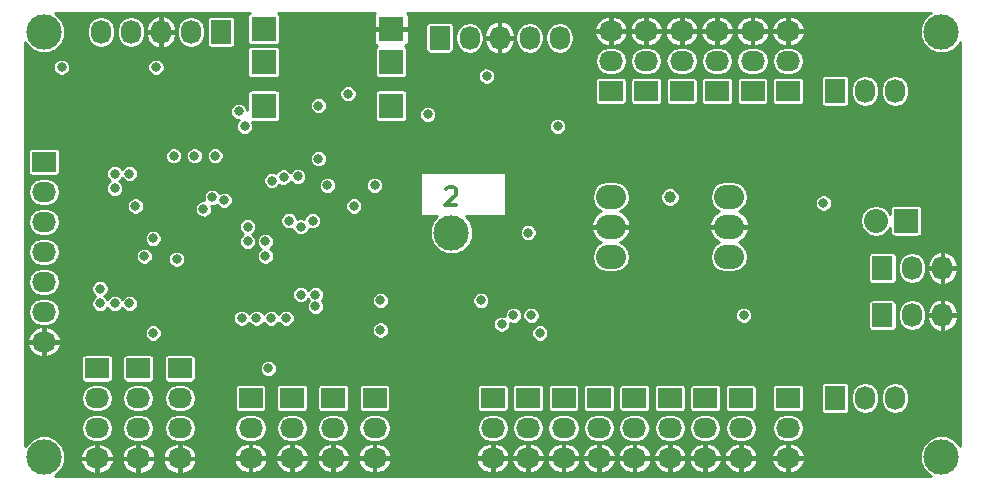
<source format=gbr>
G04 #@! TF.FileFunction,Copper,L2,Inr,Signal*
%FSLAX46Y46*%
G04 Gerber Fmt 4.6, Leading zero omitted, Abs format (unit mm)*
G04 Created by KiCad (PCBNEW 4.0.0-rc1-stable) date 19/11/2015 21:53:00*
%MOMM*%
G01*
G04 APERTURE LIST*
%ADD10C,0.100000*%
%ADD11C,0.300000*%
%ADD12R,1.727200X2.032000*%
%ADD13O,1.727200X2.032000*%
%ADD14C,3.000000*%
%ADD15R,2.032000X1.727200*%
%ADD16O,2.032000X1.727200*%
%ADD17R,2.100000X2.100000*%
%ADD18O,2.540000X2.032000*%
%ADD19R,2.032000X2.032000*%
%ADD20O,2.032000X2.032000*%
%ADD21C,0.800000*%
%ADD22C,1.000000*%
%ADD23C,0.250000*%
G04 APERTURE END LIST*
D10*
D11*
X161071429Y-70321429D02*
X161142858Y-70250000D01*
X161285715Y-70178571D01*
X161642858Y-70178571D01*
X161785715Y-70250000D01*
X161857144Y-70321429D01*
X161928572Y-70464286D01*
X161928572Y-70607143D01*
X161857144Y-70821429D01*
X161000001Y-71678571D01*
X161928572Y-71678571D01*
D12*
X198000000Y-77000000D03*
D13*
X200540000Y-77000000D03*
X203080000Y-77000000D03*
D12*
X160500000Y-57500000D03*
D13*
X163040000Y-57500000D03*
X165580000Y-57500000D03*
X168120000Y-57500000D03*
X170660000Y-57500000D03*
D14*
X161500000Y-74000000D03*
D15*
X144500000Y-88000000D03*
D16*
X144500000Y-90540000D03*
X144500000Y-93080000D03*
D15*
X148000000Y-88000000D03*
D16*
X148000000Y-90540000D03*
X148000000Y-93080000D03*
D15*
X151500000Y-88000000D03*
D16*
X151500000Y-90540000D03*
X151500000Y-93080000D03*
D15*
X155000000Y-88000000D03*
D16*
X155000000Y-90540000D03*
X155000000Y-93080000D03*
D14*
X127000000Y-57000000D03*
X203000000Y-57000000D03*
X203000000Y-93000000D03*
X127000000Y-93000000D03*
D12*
X198000000Y-81000000D03*
D13*
X200540000Y-81000000D03*
X203080000Y-81000000D03*
D15*
X187000000Y-62000000D03*
D16*
X187000000Y-59460000D03*
X187000000Y-56920000D03*
D15*
X184000000Y-62000000D03*
D16*
X184000000Y-59460000D03*
X184000000Y-56920000D03*
D15*
X181000000Y-62000000D03*
D16*
X181000000Y-59460000D03*
X181000000Y-56920000D03*
D15*
X178000000Y-62000000D03*
D16*
X178000000Y-59460000D03*
X178000000Y-56920000D03*
D15*
X175000000Y-62000000D03*
D16*
X175000000Y-59460000D03*
X175000000Y-56920000D03*
D15*
X190000000Y-62000000D03*
D16*
X190000000Y-59460000D03*
X190000000Y-56920000D03*
D15*
X177000000Y-88000000D03*
D16*
X177000000Y-90540000D03*
X177000000Y-93080000D03*
D15*
X180000000Y-88000000D03*
D16*
X180000000Y-90540000D03*
X180000000Y-93080000D03*
D15*
X183000000Y-88000000D03*
D16*
X183000000Y-90540000D03*
X183000000Y-93080000D03*
D15*
X186000000Y-88000000D03*
D16*
X186000000Y-90540000D03*
X186000000Y-93080000D03*
D15*
X165000000Y-88000000D03*
D16*
X165000000Y-90540000D03*
X165000000Y-93080000D03*
D15*
X168000000Y-88000000D03*
D16*
X168000000Y-90540000D03*
X168000000Y-93080000D03*
D15*
X171000000Y-88000000D03*
D16*
X171000000Y-90540000D03*
X171000000Y-93080000D03*
D15*
X174000000Y-88000000D03*
D16*
X174000000Y-90540000D03*
X174000000Y-93080000D03*
D15*
X190000000Y-88000000D03*
D16*
X190000000Y-90540000D03*
X190000000Y-93080000D03*
D12*
X194000000Y-62000000D03*
D13*
X196540000Y-62000000D03*
X199080000Y-62000000D03*
D12*
X194000000Y-88000000D03*
D13*
X196540000Y-88000000D03*
X199080000Y-88000000D03*
D15*
X127000000Y-68000000D03*
D16*
X127000000Y-70540000D03*
X127000000Y-73080000D03*
X127000000Y-75620000D03*
X127000000Y-78160000D03*
X127000000Y-80700000D03*
X127000000Y-83240000D03*
D12*
X142000000Y-57000000D03*
D13*
X139460000Y-57000000D03*
X136920000Y-57000000D03*
X134380000Y-57000000D03*
X131840000Y-57000000D03*
D17*
X145600000Y-56750000D03*
X156400000Y-56750000D03*
X145600000Y-59550000D03*
X156400000Y-59550000D03*
X156400000Y-63250000D03*
X145600000Y-63250000D03*
D18*
X185000000Y-73500000D03*
X185000000Y-70960000D03*
X185000000Y-76040000D03*
X175000000Y-73500000D03*
X175000000Y-70960000D03*
X175000000Y-76040000D03*
D19*
X200000000Y-73000000D03*
D20*
X197460000Y-73000000D03*
D15*
X138500000Y-85500000D03*
D16*
X138500000Y-88040000D03*
X138500000Y-90580000D03*
X138500000Y-93120000D03*
D15*
X135000000Y-85500000D03*
D16*
X135000000Y-88040000D03*
X135000000Y-90580000D03*
X135000000Y-93120000D03*
D15*
X131500000Y-85500000D03*
D16*
X131500000Y-88040000D03*
X131500000Y-90580000D03*
X131500000Y-93120000D03*
D21*
X145750000Y-76000000D03*
X158750000Y-86250000D03*
X131250000Y-75750000D03*
D22*
X180000000Y-73500000D03*
D21*
X134000000Y-71000000D03*
X147250000Y-66250000D03*
X131500000Y-69000000D03*
X135000000Y-79250000D03*
X140500000Y-70000000D03*
X142000000Y-85500000D03*
X157000000Y-70000000D03*
X126500000Y-60000000D03*
X192000000Y-83000000D03*
X196000000Y-66000000D03*
X155500000Y-82250000D03*
D22*
X180000000Y-71000000D03*
D21*
X133000000Y-70250000D03*
X144000000Y-65000000D03*
X164500000Y-60750000D03*
X134250000Y-80000000D03*
X143500000Y-63750000D03*
X140500000Y-72000000D03*
X146000000Y-85500000D03*
X155000000Y-70000000D03*
X128500000Y-60000000D03*
X136500000Y-60000000D03*
X136250000Y-74500000D03*
X146300000Y-69600000D03*
X147300000Y-69300000D03*
X134750000Y-71750000D03*
X144250000Y-73500000D03*
X145750000Y-74750000D03*
X135500000Y-76000000D03*
X144250000Y-74750000D03*
X168250000Y-81000000D03*
X143750000Y-81250000D03*
X166750000Y-81000000D03*
X146250000Y-81250000D03*
X155500000Y-79750000D03*
X164000000Y-79750000D03*
X150000000Y-79250000D03*
X150000000Y-80250000D03*
X134250000Y-69000000D03*
X151000000Y-70000000D03*
X133000000Y-69000000D03*
X153250000Y-71750000D03*
X186250000Y-81000000D03*
X169000000Y-82500000D03*
X136250000Y-82500000D03*
X138250000Y-76250000D03*
X150250000Y-63250000D03*
X141250000Y-71000000D03*
X150250000Y-67750000D03*
X142250000Y-71250000D03*
X159500000Y-64000000D03*
X152750000Y-62250000D03*
X148500000Y-69250000D03*
X138000000Y-67500000D03*
X139750000Y-67500000D03*
X141500000Y-67500000D03*
X170500000Y-65000000D03*
X168000000Y-74000000D03*
X145000000Y-81250000D03*
X133000000Y-80000000D03*
X149750000Y-73000000D03*
X131750000Y-80000000D03*
X148750000Y-73500000D03*
X131750000Y-78750000D03*
X147750000Y-73000000D03*
X148750000Y-79250000D03*
X165750000Y-81750000D03*
X193000000Y-71500000D03*
X147500000Y-81250000D03*
D23*
G36*
X144318947Y-55462474D02*
X144244740Y-55571080D01*
X144218633Y-55700000D01*
X144218633Y-57800000D01*
X144241295Y-57920438D01*
X144312474Y-58031053D01*
X144421080Y-58105260D01*
X144550000Y-58131367D01*
X146650000Y-58131367D01*
X146770438Y-58108705D01*
X146881053Y-58037526D01*
X146955260Y-57928920D01*
X146981367Y-57800000D01*
X146981367Y-56931250D01*
X154925000Y-56931250D01*
X154925000Y-57884538D01*
X154989702Y-58040743D01*
X155109257Y-58160298D01*
X155211755Y-58202754D01*
X155118947Y-58262474D01*
X155044740Y-58371080D01*
X155018633Y-58500000D01*
X155018633Y-60600000D01*
X155041295Y-60720438D01*
X155112474Y-60831053D01*
X155221080Y-60905260D01*
X155350000Y-60931367D01*
X157450000Y-60931367D01*
X157570438Y-60908705D01*
X157593944Y-60893579D01*
X163774874Y-60893579D01*
X163885016Y-61160143D01*
X164088784Y-61364267D01*
X164355156Y-61474874D01*
X164643579Y-61475126D01*
X164910143Y-61364984D01*
X165114267Y-61161216D01*
X165124571Y-61136400D01*
X173652633Y-61136400D01*
X173652633Y-62863600D01*
X173675295Y-62984038D01*
X173746474Y-63094653D01*
X173855080Y-63168860D01*
X173984000Y-63194967D01*
X176016000Y-63194967D01*
X176136438Y-63172305D01*
X176247053Y-63101126D01*
X176321260Y-62992520D01*
X176347367Y-62863600D01*
X176347367Y-61136400D01*
X176652633Y-61136400D01*
X176652633Y-62863600D01*
X176675295Y-62984038D01*
X176746474Y-63094653D01*
X176855080Y-63168860D01*
X176984000Y-63194967D01*
X179016000Y-63194967D01*
X179136438Y-63172305D01*
X179247053Y-63101126D01*
X179321260Y-62992520D01*
X179347367Y-62863600D01*
X179347367Y-61136400D01*
X179652633Y-61136400D01*
X179652633Y-62863600D01*
X179675295Y-62984038D01*
X179746474Y-63094653D01*
X179855080Y-63168860D01*
X179984000Y-63194967D01*
X182016000Y-63194967D01*
X182136438Y-63172305D01*
X182247053Y-63101126D01*
X182321260Y-62992520D01*
X182347367Y-62863600D01*
X182347367Y-61136400D01*
X182652633Y-61136400D01*
X182652633Y-62863600D01*
X182675295Y-62984038D01*
X182746474Y-63094653D01*
X182855080Y-63168860D01*
X182984000Y-63194967D01*
X185016000Y-63194967D01*
X185136438Y-63172305D01*
X185247053Y-63101126D01*
X185321260Y-62992520D01*
X185347367Y-62863600D01*
X185347367Y-61136400D01*
X185652633Y-61136400D01*
X185652633Y-62863600D01*
X185675295Y-62984038D01*
X185746474Y-63094653D01*
X185855080Y-63168860D01*
X185984000Y-63194967D01*
X188016000Y-63194967D01*
X188136438Y-63172305D01*
X188247053Y-63101126D01*
X188321260Y-62992520D01*
X188347367Y-62863600D01*
X188347367Y-61136400D01*
X188652633Y-61136400D01*
X188652633Y-62863600D01*
X188675295Y-62984038D01*
X188746474Y-63094653D01*
X188855080Y-63168860D01*
X188984000Y-63194967D01*
X191016000Y-63194967D01*
X191136438Y-63172305D01*
X191247053Y-63101126D01*
X191321260Y-62992520D01*
X191347367Y-62863600D01*
X191347367Y-61136400D01*
X191324705Y-61015962D01*
X191304138Y-60984000D01*
X192805033Y-60984000D01*
X192805033Y-63016000D01*
X192827695Y-63136438D01*
X192898874Y-63247053D01*
X193007480Y-63321260D01*
X193136400Y-63347367D01*
X194863600Y-63347367D01*
X194984038Y-63324705D01*
X195094653Y-63253526D01*
X195168860Y-63144920D01*
X195194967Y-63016000D01*
X195194967Y-61821328D01*
X195351400Y-61821328D01*
X195351400Y-62178672D01*
X195441877Y-62633530D01*
X195699533Y-63019139D01*
X196085142Y-63276795D01*
X196540000Y-63367272D01*
X196994858Y-63276795D01*
X197380467Y-63019139D01*
X197638123Y-62633530D01*
X197728600Y-62178672D01*
X197728600Y-61821328D01*
X197891400Y-61821328D01*
X197891400Y-62178672D01*
X197981877Y-62633530D01*
X198239533Y-63019139D01*
X198625142Y-63276795D01*
X199080000Y-63367272D01*
X199534858Y-63276795D01*
X199920467Y-63019139D01*
X200178123Y-62633530D01*
X200268600Y-62178672D01*
X200268600Y-61821328D01*
X200178123Y-61366470D01*
X199920467Y-60980861D01*
X199534858Y-60723205D01*
X199080000Y-60632728D01*
X198625142Y-60723205D01*
X198239533Y-60980861D01*
X197981877Y-61366470D01*
X197891400Y-61821328D01*
X197728600Y-61821328D01*
X197638123Y-61366470D01*
X197380467Y-60980861D01*
X196994858Y-60723205D01*
X196540000Y-60632728D01*
X196085142Y-60723205D01*
X195699533Y-60980861D01*
X195441877Y-61366470D01*
X195351400Y-61821328D01*
X195194967Y-61821328D01*
X195194967Y-60984000D01*
X195172305Y-60863562D01*
X195101126Y-60752947D01*
X194992520Y-60678740D01*
X194863600Y-60652633D01*
X193136400Y-60652633D01*
X193015962Y-60675295D01*
X192905347Y-60746474D01*
X192831140Y-60855080D01*
X192805033Y-60984000D01*
X191304138Y-60984000D01*
X191253526Y-60905347D01*
X191144920Y-60831140D01*
X191016000Y-60805033D01*
X188984000Y-60805033D01*
X188863562Y-60827695D01*
X188752947Y-60898874D01*
X188678740Y-61007480D01*
X188652633Y-61136400D01*
X188347367Y-61136400D01*
X188324705Y-61015962D01*
X188253526Y-60905347D01*
X188144920Y-60831140D01*
X188016000Y-60805033D01*
X185984000Y-60805033D01*
X185863562Y-60827695D01*
X185752947Y-60898874D01*
X185678740Y-61007480D01*
X185652633Y-61136400D01*
X185347367Y-61136400D01*
X185324705Y-61015962D01*
X185253526Y-60905347D01*
X185144920Y-60831140D01*
X185016000Y-60805033D01*
X182984000Y-60805033D01*
X182863562Y-60827695D01*
X182752947Y-60898874D01*
X182678740Y-61007480D01*
X182652633Y-61136400D01*
X182347367Y-61136400D01*
X182324705Y-61015962D01*
X182253526Y-60905347D01*
X182144920Y-60831140D01*
X182016000Y-60805033D01*
X179984000Y-60805033D01*
X179863562Y-60827695D01*
X179752947Y-60898874D01*
X179678740Y-61007480D01*
X179652633Y-61136400D01*
X179347367Y-61136400D01*
X179324705Y-61015962D01*
X179253526Y-60905347D01*
X179144920Y-60831140D01*
X179016000Y-60805033D01*
X176984000Y-60805033D01*
X176863562Y-60827695D01*
X176752947Y-60898874D01*
X176678740Y-61007480D01*
X176652633Y-61136400D01*
X176347367Y-61136400D01*
X176324705Y-61015962D01*
X176253526Y-60905347D01*
X176144920Y-60831140D01*
X176016000Y-60805033D01*
X173984000Y-60805033D01*
X173863562Y-60827695D01*
X173752947Y-60898874D01*
X173678740Y-61007480D01*
X173652633Y-61136400D01*
X165124571Y-61136400D01*
X165224874Y-60894844D01*
X165225126Y-60606421D01*
X165114984Y-60339857D01*
X164911216Y-60135733D01*
X164644844Y-60025126D01*
X164356421Y-60024874D01*
X164089857Y-60135016D01*
X163885733Y-60338784D01*
X163775126Y-60605156D01*
X163774874Y-60893579D01*
X157593944Y-60893579D01*
X157681053Y-60837526D01*
X157755260Y-60728920D01*
X157781367Y-60600000D01*
X157781367Y-59460000D01*
X173632728Y-59460000D01*
X173723205Y-59914858D01*
X173980861Y-60300467D01*
X174366470Y-60558123D01*
X174821328Y-60648600D01*
X175178672Y-60648600D01*
X175633530Y-60558123D01*
X176019139Y-60300467D01*
X176276795Y-59914858D01*
X176367272Y-59460000D01*
X176632728Y-59460000D01*
X176723205Y-59914858D01*
X176980861Y-60300467D01*
X177366470Y-60558123D01*
X177821328Y-60648600D01*
X178178672Y-60648600D01*
X178633530Y-60558123D01*
X179019139Y-60300467D01*
X179276795Y-59914858D01*
X179367272Y-59460000D01*
X179632728Y-59460000D01*
X179723205Y-59914858D01*
X179980861Y-60300467D01*
X180366470Y-60558123D01*
X180821328Y-60648600D01*
X181178672Y-60648600D01*
X181633530Y-60558123D01*
X182019139Y-60300467D01*
X182276795Y-59914858D01*
X182367272Y-59460000D01*
X182632728Y-59460000D01*
X182723205Y-59914858D01*
X182980861Y-60300467D01*
X183366470Y-60558123D01*
X183821328Y-60648600D01*
X184178672Y-60648600D01*
X184633530Y-60558123D01*
X185019139Y-60300467D01*
X185276795Y-59914858D01*
X185367272Y-59460000D01*
X185632728Y-59460000D01*
X185723205Y-59914858D01*
X185980861Y-60300467D01*
X186366470Y-60558123D01*
X186821328Y-60648600D01*
X187178672Y-60648600D01*
X187633530Y-60558123D01*
X188019139Y-60300467D01*
X188276795Y-59914858D01*
X188367272Y-59460000D01*
X188632728Y-59460000D01*
X188723205Y-59914858D01*
X188980861Y-60300467D01*
X189366470Y-60558123D01*
X189821328Y-60648600D01*
X190178672Y-60648600D01*
X190633530Y-60558123D01*
X191019139Y-60300467D01*
X191276795Y-59914858D01*
X191367272Y-59460000D01*
X191276795Y-59005142D01*
X191019139Y-58619533D01*
X190633530Y-58361877D01*
X190178672Y-58271400D01*
X189821328Y-58271400D01*
X189366470Y-58361877D01*
X188980861Y-58619533D01*
X188723205Y-59005142D01*
X188632728Y-59460000D01*
X188367272Y-59460000D01*
X188276795Y-59005142D01*
X188019139Y-58619533D01*
X187633530Y-58361877D01*
X187178672Y-58271400D01*
X186821328Y-58271400D01*
X186366470Y-58361877D01*
X185980861Y-58619533D01*
X185723205Y-59005142D01*
X185632728Y-59460000D01*
X185367272Y-59460000D01*
X185276795Y-59005142D01*
X185019139Y-58619533D01*
X184633530Y-58361877D01*
X184178672Y-58271400D01*
X183821328Y-58271400D01*
X183366470Y-58361877D01*
X182980861Y-58619533D01*
X182723205Y-59005142D01*
X182632728Y-59460000D01*
X182367272Y-59460000D01*
X182276795Y-59005142D01*
X182019139Y-58619533D01*
X181633530Y-58361877D01*
X181178672Y-58271400D01*
X180821328Y-58271400D01*
X180366470Y-58361877D01*
X179980861Y-58619533D01*
X179723205Y-59005142D01*
X179632728Y-59460000D01*
X179367272Y-59460000D01*
X179276795Y-59005142D01*
X179019139Y-58619533D01*
X178633530Y-58361877D01*
X178178672Y-58271400D01*
X177821328Y-58271400D01*
X177366470Y-58361877D01*
X176980861Y-58619533D01*
X176723205Y-59005142D01*
X176632728Y-59460000D01*
X176367272Y-59460000D01*
X176276795Y-59005142D01*
X176019139Y-58619533D01*
X175633530Y-58361877D01*
X175178672Y-58271400D01*
X174821328Y-58271400D01*
X174366470Y-58361877D01*
X173980861Y-58619533D01*
X173723205Y-59005142D01*
X173632728Y-59460000D01*
X157781367Y-59460000D01*
X157781367Y-58500000D01*
X157758705Y-58379562D01*
X157687526Y-58268947D01*
X157589742Y-58202134D01*
X157690743Y-58160298D01*
X157810298Y-58040743D01*
X157875000Y-57884538D01*
X157875000Y-56931250D01*
X157768750Y-56825000D01*
X156475000Y-56825000D01*
X156475000Y-56845000D01*
X156325000Y-56845000D01*
X156325000Y-56825000D01*
X155031250Y-56825000D01*
X154925000Y-56931250D01*
X146981367Y-56931250D01*
X146981367Y-55700000D01*
X146958705Y-55579562D01*
X146887526Y-55468947D01*
X146786618Y-55400000D01*
X155048959Y-55400000D01*
X154989702Y-55459257D01*
X154925000Y-55615462D01*
X154925000Y-56568750D01*
X155031250Y-56675000D01*
X156325000Y-56675000D01*
X156325000Y-56655000D01*
X156475000Y-56655000D01*
X156475000Y-56675000D01*
X157768750Y-56675000D01*
X157875000Y-56568750D01*
X157875000Y-56484000D01*
X159305033Y-56484000D01*
X159305033Y-58516000D01*
X159327695Y-58636438D01*
X159398874Y-58747053D01*
X159507480Y-58821260D01*
X159636400Y-58847367D01*
X161363600Y-58847367D01*
X161484038Y-58824705D01*
X161594653Y-58753526D01*
X161668860Y-58644920D01*
X161694967Y-58516000D01*
X161694967Y-57321328D01*
X161851400Y-57321328D01*
X161851400Y-57678672D01*
X161941877Y-58133530D01*
X162199533Y-58519139D01*
X162585142Y-58776795D01*
X163040000Y-58867272D01*
X163494858Y-58776795D01*
X163880467Y-58519139D01*
X164138123Y-58133530D01*
X164228600Y-57678672D01*
X164228600Y-57575000D01*
X164291400Y-57575000D01*
X164291400Y-57727400D01*
X164418190Y-58214817D01*
X164721855Y-58616611D01*
X165156165Y-58871613D01*
X165304684Y-58911245D01*
X165505000Y-58832369D01*
X165505000Y-57575000D01*
X165655000Y-57575000D01*
X165655000Y-58832369D01*
X165855316Y-58911245D01*
X166003835Y-58871613D01*
X166438145Y-58616611D01*
X166741810Y-58214817D01*
X166868600Y-57727400D01*
X166868600Y-57575000D01*
X165655000Y-57575000D01*
X165505000Y-57575000D01*
X164291400Y-57575000D01*
X164228600Y-57575000D01*
X164228600Y-57321328D01*
X164218908Y-57272600D01*
X164291400Y-57272600D01*
X164291400Y-57425000D01*
X165505000Y-57425000D01*
X165505000Y-56167631D01*
X165655000Y-56167631D01*
X165655000Y-57425000D01*
X166868600Y-57425000D01*
X166868600Y-57321328D01*
X166931400Y-57321328D01*
X166931400Y-57678672D01*
X167021877Y-58133530D01*
X167279533Y-58519139D01*
X167665142Y-58776795D01*
X168120000Y-58867272D01*
X168574858Y-58776795D01*
X168960467Y-58519139D01*
X169218123Y-58133530D01*
X169308600Y-57678672D01*
X169308600Y-57321328D01*
X169471400Y-57321328D01*
X169471400Y-57678672D01*
X169561877Y-58133530D01*
X169819533Y-58519139D01*
X170205142Y-58776795D01*
X170660000Y-58867272D01*
X171114858Y-58776795D01*
X171500467Y-58519139D01*
X171758123Y-58133530D01*
X171848600Y-57678672D01*
X171848600Y-57321328D01*
X171823535Y-57195316D01*
X173588755Y-57195316D01*
X173628387Y-57343835D01*
X173883389Y-57778145D01*
X174285183Y-58081810D01*
X174772600Y-58208600D01*
X174925000Y-58208600D01*
X174925000Y-56995000D01*
X175075000Y-56995000D01*
X175075000Y-58208600D01*
X175227400Y-58208600D01*
X175714817Y-58081810D01*
X176116611Y-57778145D01*
X176371613Y-57343835D01*
X176411245Y-57195316D01*
X176588755Y-57195316D01*
X176628387Y-57343835D01*
X176883389Y-57778145D01*
X177285183Y-58081810D01*
X177772600Y-58208600D01*
X177925000Y-58208600D01*
X177925000Y-56995000D01*
X178075000Y-56995000D01*
X178075000Y-58208600D01*
X178227400Y-58208600D01*
X178714817Y-58081810D01*
X179116611Y-57778145D01*
X179371613Y-57343835D01*
X179411245Y-57195316D01*
X179588755Y-57195316D01*
X179628387Y-57343835D01*
X179883389Y-57778145D01*
X180285183Y-58081810D01*
X180772600Y-58208600D01*
X180925000Y-58208600D01*
X180925000Y-56995000D01*
X181075000Y-56995000D01*
X181075000Y-58208600D01*
X181227400Y-58208600D01*
X181714817Y-58081810D01*
X182116611Y-57778145D01*
X182371613Y-57343835D01*
X182411245Y-57195316D01*
X182588755Y-57195316D01*
X182628387Y-57343835D01*
X182883389Y-57778145D01*
X183285183Y-58081810D01*
X183772600Y-58208600D01*
X183925000Y-58208600D01*
X183925000Y-56995000D01*
X184075000Y-56995000D01*
X184075000Y-58208600D01*
X184227400Y-58208600D01*
X184714817Y-58081810D01*
X185116611Y-57778145D01*
X185371613Y-57343835D01*
X185411245Y-57195316D01*
X185588755Y-57195316D01*
X185628387Y-57343835D01*
X185883389Y-57778145D01*
X186285183Y-58081810D01*
X186772600Y-58208600D01*
X186925000Y-58208600D01*
X186925000Y-56995000D01*
X187075000Y-56995000D01*
X187075000Y-58208600D01*
X187227400Y-58208600D01*
X187714817Y-58081810D01*
X188116611Y-57778145D01*
X188371613Y-57343835D01*
X188411245Y-57195316D01*
X188588755Y-57195316D01*
X188628387Y-57343835D01*
X188883389Y-57778145D01*
X189285183Y-58081810D01*
X189772600Y-58208600D01*
X189925000Y-58208600D01*
X189925000Y-56995000D01*
X190075000Y-56995000D01*
X190075000Y-58208600D01*
X190227400Y-58208600D01*
X190714817Y-58081810D01*
X191116611Y-57778145D01*
X191371613Y-57343835D01*
X191411245Y-57195316D01*
X191332369Y-56995000D01*
X190075000Y-56995000D01*
X189925000Y-56995000D01*
X188667631Y-56995000D01*
X188588755Y-57195316D01*
X188411245Y-57195316D01*
X188332369Y-56995000D01*
X187075000Y-56995000D01*
X186925000Y-56995000D01*
X185667631Y-56995000D01*
X185588755Y-57195316D01*
X185411245Y-57195316D01*
X185332369Y-56995000D01*
X184075000Y-56995000D01*
X183925000Y-56995000D01*
X182667631Y-56995000D01*
X182588755Y-57195316D01*
X182411245Y-57195316D01*
X182332369Y-56995000D01*
X181075000Y-56995000D01*
X180925000Y-56995000D01*
X179667631Y-56995000D01*
X179588755Y-57195316D01*
X179411245Y-57195316D01*
X179332369Y-56995000D01*
X178075000Y-56995000D01*
X177925000Y-56995000D01*
X176667631Y-56995000D01*
X176588755Y-57195316D01*
X176411245Y-57195316D01*
X176332369Y-56995000D01*
X175075000Y-56995000D01*
X174925000Y-56995000D01*
X173667631Y-56995000D01*
X173588755Y-57195316D01*
X171823535Y-57195316D01*
X171758123Y-56866470D01*
X171609931Y-56644684D01*
X173588755Y-56644684D01*
X173667631Y-56845000D01*
X174925000Y-56845000D01*
X174925000Y-55631400D01*
X175075000Y-55631400D01*
X175075000Y-56845000D01*
X176332369Y-56845000D01*
X176411245Y-56644684D01*
X176588755Y-56644684D01*
X176667631Y-56845000D01*
X177925000Y-56845000D01*
X177925000Y-55631400D01*
X178075000Y-55631400D01*
X178075000Y-56845000D01*
X179332369Y-56845000D01*
X179411245Y-56644684D01*
X179588755Y-56644684D01*
X179667631Y-56845000D01*
X180925000Y-56845000D01*
X180925000Y-55631400D01*
X181075000Y-55631400D01*
X181075000Y-56845000D01*
X182332369Y-56845000D01*
X182411245Y-56644684D01*
X182588755Y-56644684D01*
X182667631Y-56845000D01*
X183925000Y-56845000D01*
X183925000Y-55631400D01*
X184075000Y-55631400D01*
X184075000Y-56845000D01*
X185332369Y-56845000D01*
X185411245Y-56644684D01*
X185588755Y-56644684D01*
X185667631Y-56845000D01*
X186925000Y-56845000D01*
X186925000Y-55631400D01*
X187075000Y-55631400D01*
X187075000Y-56845000D01*
X188332369Y-56845000D01*
X188411245Y-56644684D01*
X188588755Y-56644684D01*
X188667631Y-56845000D01*
X189925000Y-56845000D01*
X189925000Y-55631400D01*
X190075000Y-55631400D01*
X190075000Y-56845000D01*
X191332369Y-56845000D01*
X191411245Y-56644684D01*
X191371613Y-56496165D01*
X191116611Y-56061855D01*
X190714817Y-55758190D01*
X190227400Y-55631400D01*
X190075000Y-55631400D01*
X189925000Y-55631400D01*
X189772600Y-55631400D01*
X189285183Y-55758190D01*
X188883389Y-56061855D01*
X188628387Y-56496165D01*
X188588755Y-56644684D01*
X188411245Y-56644684D01*
X188371613Y-56496165D01*
X188116611Y-56061855D01*
X187714817Y-55758190D01*
X187227400Y-55631400D01*
X187075000Y-55631400D01*
X186925000Y-55631400D01*
X186772600Y-55631400D01*
X186285183Y-55758190D01*
X185883389Y-56061855D01*
X185628387Y-56496165D01*
X185588755Y-56644684D01*
X185411245Y-56644684D01*
X185371613Y-56496165D01*
X185116611Y-56061855D01*
X184714817Y-55758190D01*
X184227400Y-55631400D01*
X184075000Y-55631400D01*
X183925000Y-55631400D01*
X183772600Y-55631400D01*
X183285183Y-55758190D01*
X182883389Y-56061855D01*
X182628387Y-56496165D01*
X182588755Y-56644684D01*
X182411245Y-56644684D01*
X182371613Y-56496165D01*
X182116611Y-56061855D01*
X181714817Y-55758190D01*
X181227400Y-55631400D01*
X181075000Y-55631400D01*
X180925000Y-55631400D01*
X180772600Y-55631400D01*
X180285183Y-55758190D01*
X179883389Y-56061855D01*
X179628387Y-56496165D01*
X179588755Y-56644684D01*
X179411245Y-56644684D01*
X179371613Y-56496165D01*
X179116611Y-56061855D01*
X178714817Y-55758190D01*
X178227400Y-55631400D01*
X178075000Y-55631400D01*
X177925000Y-55631400D01*
X177772600Y-55631400D01*
X177285183Y-55758190D01*
X176883389Y-56061855D01*
X176628387Y-56496165D01*
X176588755Y-56644684D01*
X176411245Y-56644684D01*
X176371613Y-56496165D01*
X176116611Y-56061855D01*
X175714817Y-55758190D01*
X175227400Y-55631400D01*
X175075000Y-55631400D01*
X174925000Y-55631400D01*
X174772600Y-55631400D01*
X174285183Y-55758190D01*
X173883389Y-56061855D01*
X173628387Y-56496165D01*
X173588755Y-56644684D01*
X171609931Y-56644684D01*
X171500467Y-56480861D01*
X171114858Y-56223205D01*
X170660000Y-56132728D01*
X170205142Y-56223205D01*
X169819533Y-56480861D01*
X169561877Y-56866470D01*
X169471400Y-57321328D01*
X169308600Y-57321328D01*
X169218123Y-56866470D01*
X168960467Y-56480861D01*
X168574858Y-56223205D01*
X168120000Y-56132728D01*
X167665142Y-56223205D01*
X167279533Y-56480861D01*
X167021877Y-56866470D01*
X166931400Y-57321328D01*
X166868600Y-57321328D01*
X166868600Y-57272600D01*
X166741810Y-56785183D01*
X166438145Y-56383389D01*
X166003835Y-56128387D01*
X165855316Y-56088755D01*
X165655000Y-56167631D01*
X165505000Y-56167631D01*
X165304684Y-56088755D01*
X165156165Y-56128387D01*
X164721855Y-56383389D01*
X164418190Y-56785183D01*
X164291400Y-57272600D01*
X164218908Y-57272600D01*
X164138123Y-56866470D01*
X163880467Y-56480861D01*
X163494858Y-56223205D01*
X163040000Y-56132728D01*
X162585142Y-56223205D01*
X162199533Y-56480861D01*
X161941877Y-56866470D01*
X161851400Y-57321328D01*
X161694967Y-57321328D01*
X161694967Y-56484000D01*
X161672305Y-56363562D01*
X161601126Y-56252947D01*
X161492520Y-56178740D01*
X161363600Y-56152633D01*
X159636400Y-56152633D01*
X159515962Y-56175295D01*
X159405347Y-56246474D01*
X159331140Y-56355080D01*
X159305033Y-56484000D01*
X157875000Y-56484000D01*
X157875000Y-55615462D01*
X157810298Y-55459257D01*
X157751041Y-55400000D01*
X202093271Y-55400000D01*
X201967571Y-55451938D01*
X201453742Y-55964871D01*
X201175317Y-56635392D01*
X201174684Y-57361422D01*
X201451938Y-58032429D01*
X201964871Y-58546258D01*
X202635392Y-58824683D01*
X203361422Y-58825316D01*
X204032429Y-58548062D01*
X204546258Y-58035129D01*
X204600000Y-57905704D01*
X204600000Y-92093271D01*
X204548062Y-91967571D01*
X204035129Y-91453742D01*
X203364608Y-91175317D01*
X202638578Y-91174684D01*
X201967571Y-91451938D01*
X201453742Y-91964871D01*
X201175317Y-92635392D01*
X201174684Y-93361422D01*
X201451938Y-94032429D01*
X201964871Y-94546258D01*
X202094296Y-94600000D01*
X127906729Y-94600000D01*
X128032429Y-94548062D01*
X128546258Y-94035129D01*
X128811931Y-93395316D01*
X130088755Y-93395316D01*
X130128387Y-93543835D01*
X130383389Y-93978145D01*
X130785183Y-94281810D01*
X131272600Y-94408600D01*
X131425000Y-94408600D01*
X131425000Y-93195000D01*
X131575000Y-93195000D01*
X131575000Y-94408600D01*
X131727400Y-94408600D01*
X132214817Y-94281810D01*
X132616611Y-93978145D01*
X132871613Y-93543835D01*
X132911245Y-93395316D01*
X133588755Y-93395316D01*
X133628387Y-93543835D01*
X133883389Y-93978145D01*
X134285183Y-94281810D01*
X134772600Y-94408600D01*
X134925000Y-94408600D01*
X134925000Y-93195000D01*
X135075000Y-93195000D01*
X135075000Y-94408600D01*
X135227400Y-94408600D01*
X135714817Y-94281810D01*
X136116611Y-93978145D01*
X136371613Y-93543835D01*
X136411245Y-93395316D01*
X137088755Y-93395316D01*
X137128387Y-93543835D01*
X137383389Y-93978145D01*
X137785183Y-94281810D01*
X138272600Y-94408600D01*
X138425000Y-94408600D01*
X138425000Y-93195000D01*
X138575000Y-93195000D01*
X138575000Y-94408600D01*
X138727400Y-94408600D01*
X139214817Y-94281810D01*
X139616611Y-93978145D01*
X139871613Y-93543835D01*
X139911245Y-93395316D01*
X139895495Y-93355316D01*
X143088755Y-93355316D01*
X143128387Y-93503835D01*
X143383389Y-93938145D01*
X143785183Y-94241810D01*
X144272600Y-94368600D01*
X144425000Y-94368600D01*
X144425000Y-93155000D01*
X144575000Y-93155000D01*
X144575000Y-94368600D01*
X144727400Y-94368600D01*
X145214817Y-94241810D01*
X145616611Y-93938145D01*
X145871613Y-93503835D01*
X145911245Y-93355316D01*
X146588755Y-93355316D01*
X146628387Y-93503835D01*
X146883389Y-93938145D01*
X147285183Y-94241810D01*
X147772600Y-94368600D01*
X147925000Y-94368600D01*
X147925000Y-93155000D01*
X148075000Y-93155000D01*
X148075000Y-94368600D01*
X148227400Y-94368600D01*
X148714817Y-94241810D01*
X149116611Y-93938145D01*
X149371613Y-93503835D01*
X149411245Y-93355316D01*
X150088755Y-93355316D01*
X150128387Y-93503835D01*
X150383389Y-93938145D01*
X150785183Y-94241810D01*
X151272600Y-94368600D01*
X151425000Y-94368600D01*
X151425000Y-93155000D01*
X151575000Y-93155000D01*
X151575000Y-94368600D01*
X151727400Y-94368600D01*
X152214817Y-94241810D01*
X152616611Y-93938145D01*
X152871613Y-93503835D01*
X152911245Y-93355316D01*
X153588755Y-93355316D01*
X153628387Y-93503835D01*
X153883389Y-93938145D01*
X154285183Y-94241810D01*
X154772600Y-94368600D01*
X154925000Y-94368600D01*
X154925000Y-93155000D01*
X155075000Y-93155000D01*
X155075000Y-94368600D01*
X155227400Y-94368600D01*
X155714817Y-94241810D01*
X156116611Y-93938145D01*
X156371613Y-93503835D01*
X156411245Y-93355316D01*
X163588755Y-93355316D01*
X163628387Y-93503835D01*
X163883389Y-93938145D01*
X164285183Y-94241810D01*
X164772600Y-94368600D01*
X164925000Y-94368600D01*
X164925000Y-93155000D01*
X165075000Y-93155000D01*
X165075000Y-94368600D01*
X165227400Y-94368600D01*
X165714817Y-94241810D01*
X166116611Y-93938145D01*
X166371613Y-93503835D01*
X166411245Y-93355316D01*
X166588755Y-93355316D01*
X166628387Y-93503835D01*
X166883389Y-93938145D01*
X167285183Y-94241810D01*
X167772600Y-94368600D01*
X167925000Y-94368600D01*
X167925000Y-93155000D01*
X168075000Y-93155000D01*
X168075000Y-94368600D01*
X168227400Y-94368600D01*
X168714817Y-94241810D01*
X169116611Y-93938145D01*
X169371613Y-93503835D01*
X169411245Y-93355316D01*
X169588755Y-93355316D01*
X169628387Y-93503835D01*
X169883389Y-93938145D01*
X170285183Y-94241810D01*
X170772600Y-94368600D01*
X170925000Y-94368600D01*
X170925000Y-93155000D01*
X171075000Y-93155000D01*
X171075000Y-94368600D01*
X171227400Y-94368600D01*
X171714817Y-94241810D01*
X172116611Y-93938145D01*
X172371613Y-93503835D01*
X172411245Y-93355316D01*
X172588755Y-93355316D01*
X172628387Y-93503835D01*
X172883389Y-93938145D01*
X173285183Y-94241810D01*
X173772600Y-94368600D01*
X173925000Y-94368600D01*
X173925000Y-93155000D01*
X174075000Y-93155000D01*
X174075000Y-94368600D01*
X174227400Y-94368600D01*
X174714817Y-94241810D01*
X175116611Y-93938145D01*
X175371613Y-93503835D01*
X175411245Y-93355316D01*
X175588755Y-93355316D01*
X175628387Y-93503835D01*
X175883389Y-93938145D01*
X176285183Y-94241810D01*
X176772600Y-94368600D01*
X176925000Y-94368600D01*
X176925000Y-93155000D01*
X177075000Y-93155000D01*
X177075000Y-94368600D01*
X177227400Y-94368600D01*
X177714817Y-94241810D01*
X178116611Y-93938145D01*
X178371613Y-93503835D01*
X178411245Y-93355316D01*
X178588755Y-93355316D01*
X178628387Y-93503835D01*
X178883389Y-93938145D01*
X179285183Y-94241810D01*
X179772600Y-94368600D01*
X179925000Y-94368600D01*
X179925000Y-93155000D01*
X180075000Y-93155000D01*
X180075000Y-94368600D01*
X180227400Y-94368600D01*
X180714817Y-94241810D01*
X181116611Y-93938145D01*
X181371613Y-93503835D01*
X181411245Y-93355316D01*
X181588755Y-93355316D01*
X181628387Y-93503835D01*
X181883389Y-93938145D01*
X182285183Y-94241810D01*
X182772600Y-94368600D01*
X182925000Y-94368600D01*
X182925000Y-93155000D01*
X183075000Y-93155000D01*
X183075000Y-94368600D01*
X183227400Y-94368600D01*
X183714817Y-94241810D01*
X184116611Y-93938145D01*
X184371613Y-93503835D01*
X184411245Y-93355316D01*
X184588755Y-93355316D01*
X184628387Y-93503835D01*
X184883389Y-93938145D01*
X185285183Y-94241810D01*
X185772600Y-94368600D01*
X185925000Y-94368600D01*
X185925000Y-93155000D01*
X186075000Y-93155000D01*
X186075000Y-94368600D01*
X186227400Y-94368600D01*
X186714817Y-94241810D01*
X187116611Y-93938145D01*
X187371613Y-93503835D01*
X187411245Y-93355316D01*
X188588755Y-93355316D01*
X188628387Y-93503835D01*
X188883389Y-93938145D01*
X189285183Y-94241810D01*
X189772600Y-94368600D01*
X189925000Y-94368600D01*
X189925000Y-93155000D01*
X190075000Y-93155000D01*
X190075000Y-94368600D01*
X190227400Y-94368600D01*
X190714817Y-94241810D01*
X191116611Y-93938145D01*
X191371613Y-93503835D01*
X191411245Y-93355316D01*
X191332369Y-93155000D01*
X190075000Y-93155000D01*
X189925000Y-93155000D01*
X188667631Y-93155000D01*
X188588755Y-93355316D01*
X187411245Y-93355316D01*
X187332369Y-93155000D01*
X186075000Y-93155000D01*
X185925000Y-93155000D01*
X184667631Y-93155000D01*
X184588755Y-93355316D01*
X184411245Y-93355316D01*
X184332369Y-93155000D01*
X183075000Y-93155000D01*
X182925000Y-93155000D01*
X181667631Y-93155000D01*
X181588755Y-93355316D01*
X181411245Y-93355316D01*
X181332369Y-93155000D01*
X180075000Y-93155000D01*
X179925000Y-93155000D01*
X178667631Y-93155000D01*
X178588755Y-93355316D01*
X178411245Y-93355316D01*
X178332369Y-93155000D01*
X177075000Y-93155000D01*
X176925000Y-93155000D01*
X175667631Y-93155000D01*
X175588755Y-93355316D01*
X175411245Y-93355316D01*
X175332369Y-93155000D01*
X174075000Y-93155000D01*
X173925000Y-93155000D01*
X172667631Y-93155000D01*
X172588755Y-93355316D01*
X172411245Y-93355316D01*
X172332369Y-93155000D01*
X171075000Y-93155000D01*
X170925000Y-93155000D01*
X169667631Y-93155000D01*
X169588755Y-93355316D01*
X169411245Y-93355316D01*
X169332369Y-93155000D01*
X168075000Y-93155000D01*
X167925000Y-93155000D01*
X166667631Y-93155000D01*
X166588755Y-93355316D01*
X166411245Y-93355316D01*
X166332369Y-93155000D01*
X165075000Y-93155000D01*
X164925000Y-93155000D01*
X163667631Y-93155000D01*
X163588755Y-93355316D01*
X156411245Y-93355316D01*
X156332369Y-93155000D01*
X155075000Y-93155000D01*
X154925000Y-93155000D01*
X153667631Y-93155000D01*
X153588755Y-93355316D01*
X152911245Y-93355316D01*
X152832369Y-93155000D01*
X151575000Y-93155000D01*
X151425000Y-93155000D01*
X150167631Y-93155000D01*
X150088755Y-93355316D01*
X149411245Y-93355316D01*
X149332369Y-93155000D01*
X148075000Y-93155000D01*
X147925000Y-93155000D01*
X146667631Y-93155000D01*
X146588755Y-93355316D01*
X145911245Y-93355316D01*
X145832369Y-93155000D01*
X144575000Y-93155000D01*
X144425000Y-93155000D01*
X143167631Y-93155000D01*
X143088755Y-93355316D01*
X139895495Y-93355316D01*
X139832369Y-93195000D01*
X138575000Y-93195000D01*
X138425000Y-93195000D01*
X137167631Y-93195000D01*
X137088755Y-93395316D01*
X136411245Y-93395316D01*
X136332369Y-93195000D01*
X135075000Y-93195000D01*
X134925000Y-93195000D01*
X133667631Y-93195000D01*
X133588755Y-93395316D01*
X132911245Y-93395316D01*
X132832369Y-93195000D01*
X131575000Y-93195000D01*
X131425000Y-93195000D01*
X130167631Y-93195000D01*
X130088755Y-93395316D01*
X128811931Y-93395316D01*
X128824683Y-93364608D01*
X128825136Y-92844684D01*
X130088755Y-92844684D01*
X130167631Y-93045000D01*
X131425000Y-93045000D01*
X131425000Y-91831400D01*
X131575000Y-91831400D01*
X131575000Y-93045000D01*
X132832369Y-93045000D01*
X132911245Y-92844684D01*
X133588755Y-92844684D01*
X133667631Y-93045000D01*
X134925000Y-93045000D01*
X134925000Y-91831400D01*
X135075000Y-91831400D01*
X135075000Y-93045000D01*
X136332369Y-93045000D01*
X136411245Y-92844684D01*
X137088755Y-92844684D01*
X137167631Y-93045000D01*
X138425000Y-93045000D01*
X138425000Y-91831400D01*
X138575000Y-91831400D01*
X138575000Y-93045000D01*
X139832369Y-93045000D01*
X139911245Y-92844684D01*
X139900572Y-92804684D01*
X143088755Y-92804684D01*
X143167631Y-93005000D01*
X144425000Y-93005000D01*
X144425000Y-91791400D01*
X144575000Y-91791400D01*
X144575000Y-93005000D01*
X145832369Y-93005000D01*
X145911245Y-92804684D01*
X146588755Y-92804684D01*
X146667631Y-93005000D01*
X147925000Y-93005000D01*
X147925000Y-91791400D01*
X148075000Y-91791400D01*
X148075000Y-93005000D01*
X149332369Y-93005000D01*
X149411245Y-92804684D01*
X150088755Y-92804684D01*
X150167631Y-93005000D01*
X151425000Y-93005000D01*
X151425000Y-91791400D01*
X151575000Y-91791400D01*
X151575000Y-93005000D01*
X152832369Y-93005000D01*
X152911245Y-92804684D01*
X153588755Y-92804684D01*
X153667631Y-93005000D01*
X154925000Y-93005000D01*
X154925000Y-91791400D01*
X155075000Y-91791400D01*
X155075000Y-93005000D01*
X156332369Y-93005000D01*
X156411245Y-92804684D01*
X163588755Y-92804684D01*
X163667631Y-93005000D01*
X164925000Y-93005000D01*
X164925000Y-91791400D01*
X165075000Y-91791400D01*
X165075000Y-93005000D01*
X166332369Y-93005000D01*
X166411245Y-92804684D01*
X166588755Y-92804684D01*
X166667631Y-93005000D01*
X167925000Y-93005000D01*
X167925000Y-91791400D01*
X168075000Y-91791400D01*
X168075000Y-93005000D01*
X169332369Y-93005000D01*
X169411245Y-92804684D01*
X169588755Y-92804684D01*
X169667631Y-93005000D01*
X170925000Y-93005000D01*
X170925000Y-91791400D01*
X171075000Y-91791400D01*
X171075000Y-93005000D01*
X172332369Y-93005000D01*
X172411245Y-92804684D01*
X172588755Y-92804684D01*
X172667631Y-93005000D01*
X173925000Y-93005000D01*
X173925000Y-91791400D01*
X174075000Y-91791400D01*
X174075000Y-93005000D01*
X175332369Y-93005000D01*
X175411245Y-92804684D01*
X175588755Y-92804684D01*
X175667631Y-93005000D01*
X176925000Y-93005000D01*
X176925000Y-91791400D01*
X177075000Y-91791400D01*
X177075000Y-93005000D01*
X178332369Y-93005000D01*
X178411245Y-92804684D01*
X178588755Y-92804684D01*
X178667631Y-93005000D01*
X179925000Y-93005000D01*
X179925000Y-91791400D01*
X180075000Y-91791400D01*
X180075000Y-93005000D01*
X181332369Y-93005000D01*
X181411245Y-92804684D01*
X181588755Y-92804684D01*
X181667631Y-93005000D01*
X182925000Y-93005000D01*
X182925000Y-91791400D01*
X183075000Y-91791400D01*
X183075000Y-93005000D01*
X184332369Y-93005000D01*
X184411245Y-92804684D01*
X184588755Y-92804684D01*
X184667631Y-93005000D01*
X185925000Y-93005000D01*
X185925000Y-91791400D01*
X186075000Y-91791400D01*
X186075000Y-93005000D01*
X187332369Y-93005000D01*
X187411245Y-92804684D01*
X188588755Y-92804684D01*
X188667631Y-93005000D01*
X189925000Y-93005000D01*
X189925000Y-91791400D01*
X190075000Y-91791400D01*
X190075000Y-93005000D01*
X191332369Y-93005000D01*
X191411245Y-92804684D01*
X191371613Y-92656165D01*
X191116611Y-92221855D01*
X190714817Y-91918190D01*
X190227400Y-91791400D01*
X190075000Y-91791400D01*
X189925000Y-91791400D01*
X189772600Y-91791400D01*
X189285183Y-91918190D01*
X188883389Y-92221855D01*
X188628387Y-92656165D01*
X188588755Y-92804684D01*
X187411245Y-92804684D01*
X187371613Y-92656165D01*
X187116611Y-92221855D01*
X186714817Y-91918190D01*
X186227400Y-91791400D01*
X186075000Y-91791400D01*
X185925000Y-91791400D01*
X185772600Y-91791400D01*
X185285183Y-91918190D01*
X184883389Y-92221855D01*
X184628387Y-92656165D01*
X184588755Y-92804684D01*
X184411245Y-92804684D01*
X184371613Y-92656165D01*
X184116611Y-92221855D01*
X183714817Y-91918190D01*
X183227400Y-91791400D01*
X183075000Y-91791400D01*
X182925000Y-91791400D01*
X182772600Y-91791400D01*
X182285183Y-91918190D01*
X181883389Y-92221855D01*
X181628387Y-92656165D01*
X181588755Y-92804684D01*
X181411245Y-92804684D01*
X181371613Y-92656165D01*
X181116611Y-92221855D01*
X180714817Y-91918190D01*
X180227400Y-91791400D01*
X180075000Y-91791400D01*
X179925000Y-91791400D01*
X179772600Y-91791400D01*
X179285183Y-91918190D01*
X178883389Y-92221855D01*
X178628387Y-92656165D01*
X178588755Y-92804684D01*
X178411245Y-92804684D01*
X178371613Y-92656165D01*
X178116611Y-92221855D01*
X177714817Y-91918190D01*
X177227400Y-91791400D01*
X177075000Y-91791400D01*
X176925000Y-91791400D01*
X176772600Y-91791400D01*
X176285183Y-91918190D01*
X175883389Y-92221855D01*
X175628387Y-92656165D01*
X175588755Y-92804684D01*
X175411245Y-92804684D01*
X175371613Y-92656165D01*
X175116611Y-92221855D01*
X174714817Y-91918190D01*
X174227400Y-91791400D01*
X174075000Y-91791400D01*
X173925000Y-91791400D01*
X173772600Y-91791400D01*
X173285183Y-91918190D01*
X172883389Y-92221855D01*
X172628387Y-92656165D01*
X172588755Y-92804684D01*
X172411245Y-92804684D01*
X172371613Y-92656165D01*
X172116611Y-92221855D01*
X171714817Y-91918190D01*
X171227400Y-91791400D01*
X171075000Y-91791400D01*
X170925000Y-91791400D01*
X170772600Y-91791400D01*
X170285183Y-91918190D01*
X169883389Y-92221855D01*
X169628387Y-92656165D01*
X169588755Y-92804684D01*
X169411245Y-92804684D01*
X169371613Y-92656165D01*
X169116611Y-92221855D01*
X168714817Y-91918190D01*
X168227400Y-91791400D01*
X168075000Y-91791400D01*
X167925000Y-91791400D01*
X167772600Y-91791400D01*
X167285183Y-91918190D01*
X166883389Y-92221855D01*
X166628387Y-92656165D01*
X166588755Y-92804684D01*
X166411245Y-92804684D01*
X166371613Y-92656165D01*
X166116611Y-92221855D01*
X165714817Y-91918190D01*
X165227400Y-91791400D01*
X165075000Y-91791400D01*
X164925000Y-91791400D01*
X164772600Y-91791400D01*
X164285183Y-91918190D01*
X163883389Y-92221855D01*
X163628387Y-92656165D01*
X163588755Y-92804684D01*
X156411245Y-92804684D01*
X156371613Y-92656165D01*
X156116611Y-92221855D01*
X155714817Y-91918190D01*
X155227400Y-91791400D01*
X155075000Y-91791400D01*
X154925000Y-91791400D01*
X154772600Y-91791400D01*
X154285183Y-91918190D01*
X153883389Y-92221855D01*
X153628387Y-92656165D01*
X153588755Y-92804684D01*
X152911245Y-92804684D01*
X152871613Y-92656165D01*
X152616611Y-92221855D01*
X152214817Y-91918190D01*
X151727400Y-91791400D01*
X151575000Y-91791400D01*
X151425000Y-91791400D01*
X151272600Y-91791400D01*
X150785183Y-91918190D01*
X150383389Y-92221855D01*
X150128387Y-92656165D01*
X150088755Y-92804684D01*
X149411245Y-92804684D01*
X149371613Y-92656165D01*
X149116611Y-92221855D01*
X148714817Y-91918190D01*
X148227400Y-91791400D01*
X148075000Y-91791400D01*
X147925000Y-91791400D01*
X147772600Y-91791400D01*
X147285183Y-91918190D01*
X146883389Y-92221855D01*
X146628387Y-92656165D01*
X146588755Y-92804684D01*
X145911245Y-92804684D01*
X145871613Y-92656165D01*
X145616611Y-92221855D01*
X145214817Y-91918190D01*
X144727400Y-91791400D01*
X144575000Y-91791400D01*
X144425000Y-91791400D01*
X144272600Y-91791400D01*
X143785183Y-91918190D01*
X143383389Y-92221855D01*
X143128387Y-92656165D01*
X143088755Y-92804684D01*
X139900572Y-92804684D01*
X139871613Y-92696165D01*
X139616611Y-92261855D01*
X139214817Y-91958190D01*
X138727400Y-91831400D01*
X138575000Y-91831400D01*
X138425000Y-91831400D01*
X138272600Y-91831400D01*
X137785183Y-91958190D01*
X137383389Y-92261855D01*
X137128387Y-92696165D01*
X137088755Y-92844684D01*
X136411245Y-92844684D01*
X136371613Y-92696165D01*
X136116611Y-92261855D01*
X135714817Y-91958190D01*
X135227400Y-91831400D01*
X135075000Y-91831400D01*
X134925000Y-91831400D01*
X134772600Y-91831400D01*
X134285183Y-91958190D01*
X133883389Y-92261855D01*
X133628387Y-92696165D01*
X133588755Y-92844684D01*
X132911245Y-92844684D01*
X132871613Y-92696165D01*
X132616611Y-92261855D01*
X132214817Y-91958190D01*
X131727400Y-91831400D01*
X131575000Y-91831400D01*
X131425000Y-91831400D01*
X131272600Y-91831400D01*
X130785183Y-91958190D01*
X130383389Y-92261855D01*
X130128387Y-92696165D01*
X130088755Y-92844684D01*
X128825136Y-92844684D01*
X128825316Y-92638578D01*
X128548062Y-91967571D01*
X128035129Y-91453742D01*
X127364608Y-91175317D01*
X126638578Y-91174684D01*
X125967571Y-91451938D01*
X125453742Y-91964871D01*
X125400000Y-92094296D01*
X125400000Y-90580000D01*
X130132728Y-90580000D01*
X130223205Y-91034858D01*
X130480861Y-91420467D01*
X130866470Y-91678123D01*
X131321328Y-91768600D01*
X131678672Y-91768600D01*
X132133530Y-91678123D01*
X132519139Y-91420467D01*
X132776795Y-91034858D01*
X132867272Y-90580000D01*
X133632728Y-90580000D01*
X133723205Y-91034858D01*
X133980861Y-91420467D01*
X134366470Y-91678123D01*
X134821328Y-91768600D01*
X135178672Y-91768600D01*
X135633530Y-91678123D01*
X136019139Y-91420467D01*
X136276795Y-91034858D01*
X136367272Y-90580000D01*
X137132728Y-90580000D01*
X137223205Y-91034858D01*
X137480861Y-91420467D01*
X137866470Y-91678123D01*
X138321328Y-91768600D01*
X138678672Y-91768600D01*
X139133530Y-91678123D01*
X139519139Y-91420467D01*
X139776795Y-91034858D01*
X139867272Y-90580000D01*
X139859316Y-90540000D01*
X143132728Y-90540000D01*
X143223205Y-90994858D01*
X143480861Y-91380467D01*
X143866470Y-91638123D01*
X144321328Y-91728600D01*
X144678672Y-91728600D01*
X145133530Y-91638123D01*
X145519139Y-91380467D01*
X145776795Y-90994858D01*
X145867272Y-90540000D01*
X146632728Y-90540000D01*
X146723205Y-90994858D01*
X146980861Y-91380467D01*
X147366470Y-91638123D01*
X147821328Y-91728600D01*
X148178672Y-91728600D01*
X148633530Y-91638123D01*
X149019139Y-91380467D01*
X149276795Y-90994858D01*
X149367272Y-90540000D01*
X150132728Y-90540000D01*
X150223205Y-90994858D01*
X150480861Y-91380467D01*
X150866470Y-91638123D01*
X151321328Y-91728600D01*
X151678672Y-91728600D01*
X152133530Y-91638123D01*
X152519139Y-91380467D01*
X152776795Y-90994858D01*
X152867272Y-90540000D01*
X153632728Y-90540000D01*
X153723205Y-90994858D01*
X153980861Y-91380467D01*
X154366470Y-91638123D01*
X154821328Y-91728600D01*
X155178672Y-91728600D01*
X155633530Y-91638123D01*
X156019139Y-91380467D01*
X156276795Y-90994858D01*
X156367272Y-90540000D01*
X163632728Y-90540000D01*
X163723205Y-90994858D01*
X163980861Y-91380467D01*
X164366470Y-91638123D01*
X164821328Y-91728600D01*
X165178672Y-91728600D01*
X165633530Y-91638123D01*
X166019139Y-91380467D01*
X166276795Y-90994858D01*
X166367272Y-90540000D01*
X166632728Y-90540000D01*
X166723205Y-90994858D01*
X166980861Y-91380467D01*
X167366470Y-91638123D01*
X167821328Y-91728600D01*
X168178672Y-91728600D01*
X168633530Y-91638123D01*
X169019139Y-91380467D01*
X169276795Y-90994858D01*
X169367272Y-90540000D01*
X169632728Y-90540000D01*
X169723205Y-90994858D01*
X169980861Y-91380467D01*
X170366470Y-91638123D01*
X170821328Y-91728600D01*
X171178672Y-91728600D01*
X171633530Y-91638123D01*
X172019139Y-91380467D01*
X172276795Y-90994858D01*
X172367272Y-90540000D01*
X172632728Y-90540000D01*
X172723205Y-90994858D01*
X172980861Y-91380467D01*
X173366470Y-91638123D01*
X173821328Y-91728600D01*
X174178672Y-91728600D01*
X174633530Y-91638123D01*
X175019139Y-91380467D01*
X175276795Y-90994858D01*
X175367272Y-90540000D01*
X175632728Y-90540000D01*
X175723205Y-90994858D01*
X175980861Y-91380467D01*
X176366470Y-91638123D01*
X176821328Y-91728600D01*
X177178672Y-91728600D01*
X177633530Y-91638123D01*
X178019139Y-91380467D01*
X178276795Y-90994858D01*
X178367272Y-90540000D01*
X178632728Y-90540000D01*
X178723205Y-90994858D01*
X178980861Y-91380467D01*
X179366470Y-91638123D01*
X179821328Y-91728600D01*
X180178672Y-91728600D01*
X180633530Y-91638123D01*
X181019139Y-91380467D01*
X181276795Y-90994858D01*
X181367272Y-90540000D01*
X181632728Y-90540000D01*
X181723205Y-90994858D01*
X181980861Y-91380467D01*
X182366470Y-91638123D01*
X182821328Y-91728600D01*
X183178672Y-91728600D01*
X183633530Y-91638123D01*
X184019139Y-91380467D01*
X184276795Y-90994858D01*
X184367272Y-90540000D01*
X184632728Y-90540000D01*
X184723205Y-90994858D01*
X184980861Y-91380467D01*
X185366470Y-91638123D01*
X185821328Y-91728600D01*
X186178672Y-91728600D01*
X186633530Y-91638123D01*
X187019139Y-91380467D01*
X187276795Y-90994858D01*
X187367272Y-90540000D01*
X188632728Y-90540000D01*
X188723205Y-90994858D01*
X188980861Y-91380467D01*
X189366470Y-91638123D01*
X189821328Y-91728600D01*
X190178672Y-91728600D01*
X190633530Y-91638123D01*
X191019139Y-91380467D01*
X191276795Y-90994858D01*
X191367272Y-90540000D01*
X191276795Y-90085142D01*
X191019139Y-89699533D01*
X190633530Y-89441877D01*
X190178672Y-89351400D01*
X189821328Y-89351400D01*
X189366470Y-89441877D01*
X188980861Y-89699533D01*
X188723205Y-90085142D01*
X188632728Y-90540000D01*
X187367272Y-90540000D01*
X187276795Y-90085142D01*
X187019139Y-89699533D01*
X186633530Y-89441877D01*
X186178672Y-89351400D01*
X185821328Y-89351400D01*
X185366470Y-89441877D01*
X184980861Y-89699533D01*
X184723205Y-90085142D01*
X184632728Y-90540000D01*
X184367272Y-90540000D01*
X184276795Y-90085142D01*
X184019139Y-89699533D01*
X183633530Y-89441877D01*
X183178672Y-89351400D01*
X182821328Y-89351400D01*
X182366470Y-89441877D01*
X181980861Y-89699533D01*
X181723205Y-90085142D01*
X181632728Y-90540000D01*
X181367272Y-90540000D01*
X181276795Y-90085142D01*
X181019139Y-89699533D01*
X180633530Y-89441877D01*
X180178672Y-89351400D01*
X179821328Y-89351400D01*
X179366470Y-89441877D01*
X178980861Y-89699533D01*
X178723205Y-90085142D01*
X178632728Y-90540000D01*
X178367272Y-90540000D01*
X178276795Y-90085142D01*
X178019139Y-89699533D01*
X177633530Y-89441877D01*
X177178672Y-89351400D01*
X176821328Y-89351400D01*
X176366470Y-89441877D01*
X175980861Y-89699533D01*
X175723205Y-90085142D01*
X175632728Y-90540000D01*
X175367272Y-90540000D01*
X175276795Y-90085142D01*
X175019139Y-89699533D01*
X174633530Y-89441877D01*
X174178672Y-89351400D01*
X173821328Y-89351400D01*
X173366470Y-89441877D01*
X172980861Y-89699533D01*
X172723205Y-90085142D01*
X172632728Y-90540000D01*
X172367272Y-90540000D01*
X172276795Y-90085142D01*
X172019139Y-89699533D01*
X171633530Y-89441877D01*
X171178672Y-89351400D01*
X170821328Y-89351400D01*
X170366470Y-89441877D01*
X169980861Y-89699533D01*
X169723205Y-90085142D01*
X169632728Y-90540000D01*
X169367272Y-90540000D01*
X169276795Y-90085142D01*
X169019139Y-89699533D01*
X168633530Y-89441877D01*
X168178672Y-89351400D01*
X167821328Y-89351400D01*
X167366470Y-89441877D01*
X166980861Y-89699533D01*
X166723205Y-90085142D01*
X166632728Y-90540000D01*
X166367272Y-90540000D01*
X166276795Y-90085142D01*
X166019139Y-89699533D01*
X165633530Y-89441877D01*
X165178672Y-89351400D01*
X164821328Y-89351400D01*
X164366470Y-89441877D01*
X163980861Y-89699533D01*
X163723205Y-90085142D01*
X163632728Y-90540000D01*
X156367272Y-90540000D01*
X156276795Y-90085142D01*
X156019139Y-89699533D01*
X155633530Y-89441877D01*
X155178672Y-89351400D01*
X154821328Y-89351400D01*
X154366470Y-89441877D01*
X153980861Y-89699533D01*
X153723205Y-90085142D01*
X153632728Y-90540000D01*
X152867272Y-90540000D01*
X152776795Y-90085142D01*
X152519139Y-89699533D01*
X152133530Y-89441877D01*
X151678672Y-89351400D01*
X151321328Y-89351400D01*
X150866470Y-89441877D01*
X150480861Y-89699533D01*
X150223205Y-90085142D01*
X150132728Y-90540000D01*
X149367272Y-90540000D01*
X149276795Y-90085142D01*
X149019139Y-89699533D01*
X148633530Y-89441877D01*
X148178672Y-89351400D01*
X147821328Y-89351400D01*
X147366470Y-89441877D01*
X146980861Y-89699533D01*
X146723205Y-90085142D01*
X146632728Y-90540000D01*
X145867272Y-90540000D01*
X145776795Y-90085142D01*
X145519139Y-89699533D01*
X145133530Y-89441877D01*
X144678672Y-89351400D01*
X144321328Y-89351400D01*
X143866470Y-89441877D01*
X143480861Y-89699533D01*
X143223205Y-90085142D01*
X143132728Y-90540000D01*
X139859316Y-90540000D01*
X139776795Y-90125142D01*
X139519139Y-89739533D01*
X139133530Y-89481877D01*
X138678672Y-89391400D01*
X138321328Y-89391400D01*
X137866470Y-89481877D01*
X137480861Y-89739533D01*
X137223205Y-90125142D01*
X137132728Y-90580000D01*
X136367272Y-90580000D01*
X136276795Y-90125142D01*
X136019139Y-89739533D01*
X135633530Y-89481877D01*
X135178672Y-89391400D01*
X134821328Y-89391400D01*
X134366470Y-89481877D01*
X133980861Y-89739533D01*
X133723205Y-90125142D01*
X133632728Y-90580000D01*
X132867272Y-90580000D01*
X132776795Y-90125142D01*
X132519139Y-89739533D01*
X132133530Y-89481877D01*
X131678672Y-89391400D01*
X131321328Y-89391400D01*
X130866470Y-89481877D01*
X130480861Y-89739533D01*
X130223205Y-90125142D01*
X130132728Y-90580000D01*
X125400000Y-90580000D01*
X125400000Y-88040000D01*
X130132728Y-88040000D01*
X130223205Y-88494858D01*
X130480861Y-88880467D01*
X130866470Y-89138123D01*
X131321328Y-89228600D01*
X131678672Y-89228600D01*
X132133530Y-89138123D01*
X132519139Y-88880467D01*
X132776795Y-88494858D01*
X132867272Y-88040000D01*
X133632728Y-88040000D01*
X133723205Y-88494858D01*
X133980861Y-88880467D01*
X134366470Y-89138123D01*
X134821328Y-89228600D01*
X135178672Y-89228600D01*
X135633530Y-89138123D01*
X136019139Y-88880467D01*
X136276795Y-88494858D01*
X136367272Y-88040000D01*
X137132728Y-88040000D01*
X137223205Y-88494858D01*
X137480861Y-88880467D01*
X137866470Y-89138123D01*
X138321328Y-89228600D01*
X138678672Y-89228600D01*
X139133530Y-89138123D01*
X139519139Y-88880467D01*
X139776795Y-88494858D01*
X139867272Y-88040000D01*
X139776795Y-87585142D01*
X139519139Y-87199533D01*
X139424654Y-87136400D01*
X143152633Y-87136400D01*
X143152633Y-88863600D01*
X143175295Y-88984038D01*
X143246474Y-89094653D01*
X143355080Y-89168860D01*
X143484000Y-89194967D01*
X145516000Y-89194967D01*
X145636438Y-89172305D01*
X145747053Y-89101126D01*
X145821260Y-88992520D01*
X145847367Y-88863600D01*
X145847367Y-87136400D01*
X146652633Y-87136400D01*
X146652633Y-88863600D01*
X146675295Y-88984038D01*
X146746474Y-89094653D01*
X146855080Y-89168860D01*
X146984000Y-89194967D01*
X149016000Y-89194967D01*
X149136438Y-89172305D01*
X149247053Y-89101126D01*
X149321260Y-88992520D01*
X149347367Y-88863600D01*
X149347367Y-87136400D01*
X150152633Y-87136400D01*
X150152633Y-88863600D01*
X150175295Y-88984038D01*
X150246474Y-89094653D01*
X150355080Y-89168860D01*
X150484000Y-89194967D01*
X152516000Y-89194967D01*
X152636438Y-89172305D01*
X152747053Y-89101126D01*
X152821260Y-88992520D01*
X152847367Y-88863600D01*
X152847367Y-87136400D01*
X153652633Y-87136400D01*
X153652633Y-88863600D01*
X153675295Y-88984038D01*
X153746474Y-89094653D01*
X153855080Y-89168860D01*
X153984000Y-89194967D01*
X156016000Y-89194967D01*
X156136438Y-89172305D01*
X156247053Y-89101126D01*
X156321260Y-88992520D01*
X156347367Y-88863600D01*
X156347367Y-87136400D01*
X163652633Y-87136400D01*
X163652633Y-88863600D01*
X163675295Y-88984038D01*
X163746474Y-89094653D01*
X163855080Y-89168860D01*
X163984000Y-89194967D01*
X166016000Y-89194967D01*
X166136438Y-89172305D01*
X166247053Y-89101126D01*
X166321260Y-88992520D01*
X166347367Y-88863600D01*
X166347367Y-87136400D01*
X166652633Y-87136400D01*
X166652633Y-88863600D01*
X166675295Y-88984038D01*
X166746474Y-89094653D01*
X166855080Y-89168860D01*
X166984000Y-89194967D01*
X169016000Y-89194967D01*
X169136438Y-89172305D01*
X169247053Y-89101126D01*
X169321260Y-88992520D01*
X169347367Y-88863600D01*
X169347367Y-87136400D01*
X169652633Y-87136400D01*
X169652633Y-88863600D01*
X169675295Y-88984038D01*
X169746474Y-89094653D01*
X169855080Y-89168860D01*
X169984000Y-89194967D01*
X172016000Y-89194967D01*
X172136438Y-89172305D01*
X172247053Y-89101126D01*
X172321260Y-88992520D01*
X172347367Y-88863600D01*
X172347367Y-87136400D01*
X172652633Y-87136400D01*
X172652633Y-88863600D01*
X172675295Y-88984038D01*
X172746474Y-89094653D01*
X172855080Y-89168860D01*
X172984000Y-89194967D01*
X175016000Y-89194967D01*
X175136438Y-89172305D01*
X175247053Y-89101126D01*
X175321260Y-88992520D01*
X175347367Y-88863600D01*
X175347367Y-87136400D01*
X175652633Y-87136400D01*
X175652633Y-88863600D01*
X175675295Y-88984038D01*
X175746474Y-89094653D01*
X175855080Y-89168860D01*
X175984000Y-89194967D01*
X178016000Y-89194967D01*
X178136438Y-89172305D01*
X178247053Y-89101126D01*
X178321260Y-88992520D01*
X178347367Y-88863600D01*
X178347367Y-87136400D01*
X178652633Y-87136400D01*
X178652633Y-88863600D01*
X178675295Y-88984038D01*
X178746474Y-89094653D01*
X178855080Y-89168860D01*
X178984000Y-89194967D01*
X181016000Y-89194967D01*
X181136438Y-89172305D01*
X181247053Y-89101126D01*
X181321260Y-88992520D01*
X181347367Y-88863600D01*
X181347367Y-87136400D01*
X181652633Y-87136400D01*
X181652633Y-88863600D01*
X181675295Y-88984038D01*
X181746474Y-89094653D01*
X181855080Y-89168860D01*
X181984000Y-89194967D01*
X184016000Y-89194967D01*
X184136438Y-89172305D01*
X184247053Y-89101126D01*
X184321260Y-88992520D01*
X184347367Y-88863600D01*
X184347367Y-87136400D01*
X184652633Y-87136400D01*
X184652633Y-88863600D01*
X184675295Y-88984038D01*
X184746474Y-89094653D01*
X184855080Y-89168860D01*
X184984000Y-89194967D01*
X187016000Y-89194967D01*
X187136438Y-89172305D01*
X187247053Y-89101126D01*
X187321260Y-88992520D01*
X187347367Y-88863600D01*
X187347367Y-87136400D01*
X188652633Y-87136400D01*
X188652633Y-88863600D01*
X188675295Y-88984038D01*
X188746474Y-89094653D01*
X188855080Y-89168860D01*
X188984000Y-89194967D01*
X191016000Y-89194967D01*
X191136438Y-89172305D01*
X191247053Y-89101126D01*
X191321260Y-88992520D01*
X191347367Y-88863600D01*
X191347367Y-87136400D01*
X191324705Y-87015962D01*
X191304138Y-86984000D01*
X192805033Y-86984000D01*
X192805033Y-89016000D01*
X192827695Y-89136438D01*
X192898874Y-89247053D01*
X193007480Y-89321260D01*
X193136400Y-89347367D01*
X194863600Y-89347367D01*
X194984038Y-89324705D01*
X195094653Y-89253526D01*
X195168860Y-89144920D01*
X195194967Y-89016000D01*
X195194967Y-87821328D01*
X195351400Y-87821328D01*
X195351400Y-88178672D01*
X195441877Y-88633530D01*
X195699533Y-89019139D01*
X196085142Y-89276795D01*
X196540000Y-89367272D01*
X196994858Y-89276795D01*
X197380467Y-89019139D01*
X197638123Y-88633530D01*
X197728600Y-88178672D01*
X197728600Y-87821328D01*
X197891400Y-87821328D01*
X197891400Y-88178672D01*
X197981877Y-88633530D01*
X198239533Y-89019139D01*
X198625142Y-89276795D01*
X199080000Y-89367272D01*
X199534858Y-89276795D01*
X199920467Y-89019139D01*
X200178123Y-88633530D01*
X200268600Y-88178672D01*
X200268600Y-87821328D01*
X200178123Y-87366470D01*
X199920467Y-86980861D01*
X199534858Y-86723205D01*
X199080000Y-86632728D01*
X198625142Y-86723205D01*
X198239533Y-86980861D01*
X197981877Y-87366470D01*
X197891400Y-87821328D01*
X197728600Y-87821328D01*
X197638123Y-87366470D01*
X197380467Y-86980861D01*
X196994858Y-86723205D01*
X196540000Y-86632728D01*
X196085142Y-86723205D01*
X195699533Y-86980861D01*
X195441877Y-87366470D01*
X195351400Y-87821328D01*
X195194967Y-87821328D01*
X195194967Y-86984000D01*
X195172305Y-86863562D01*
X195101126Y-86752947D01*
X194992520Y-86678740D01*
X194863600Y-86652633D01*
X193136400Y-86652633D01*
X193015962Y-86675295D01*
X192905347Y-86746474D01*
X192831140Y-86855080D01*
X192805033Y-86984000D01*
X191304138Y-86984000D01*
X191253526Y-86905347D01*
X191144920Y-86831140D01*
X191016000Y-86805033D01*
X188984000Y-86805033D01*
X188863562Y-86827695D01*
X188752947Y-86898874D01*
X188678740Y-87007480D01*
X188652633Y-87136400D01*
X187347367Y-87136400D01*
X187324705Y-87015962D01*
X187253526Y-86905347D01*
X187144920Y-86831140D01*
X187016000Y-86805033D01*
X184984000Y-86805033D01*
X184863562Y-86827695D01*
X184752947Y-86898874D01*
X184678740Y-87007480D01*
X184652633Y-87136400D01*
X184347367Y-87136400D01*
X184324705Y-87015962D01*
X184253526Y-86905347D01*
X184144920Y-86831140D01*
X184016000Y-86805033D01*
X181984000Y-86805033D01*
X181863562Y-86827695D01*
X181752947Y-86898874D01*
X181678740Y-87007480D01*
X181652633Y-87136400D01*
X181347367Y-87136400D01*
X181324705Y-87015962D01*
X181253526Y-86905347D01*
X181144920Y-86831140D01*
X181016000Y-86805033D01*
X178984000Y-86805033D01*
X178863562Y-86827695D01*
X178752947Y-86898874D01*
X178678740Y-87007480D01*
X178652633Y-87136400D01*
X178347367Y-87136400D01*
X178324705Y-87015962D01*
X178253526Y-86905347D01*
X178144920Y-86831140D01*
X178016000Y-86805033D01*
X175984000Y-86805033D01*
X175863562Y-86827695D01*
X175752947Y-86898874D01*
X175678740Y-87007480D01*
X175652633Y-87136400D01*
X175347367Y-87136400D01*
X175324705Y-87015962D01*
X175253526Y-86905347D01*
X175144920Y-86831140D01*
X175016000Y-86805033D01*
X172984000Y-86805033D01*
X172863562Y-86827695D01*
X172752947Y-86898874D01*
X172678740Y-87007480D01*
X172652633Y-87136400D01*
X172347367Y-87136400D01*
X172324705Y-87015962D01*
X172253526Y-86905347D01*
X172144920Y-86831140D01*
X172016000Y-86805033D01*
X169984000Y-86805033D01*
X169863562Y-86827695D01*
X169752947Y-86898874D01*
X169678740Y-87007480D01*
X169652633Y-87136400D01*
X169347367Y-87136400D01*
X169324705Y-87015962D01*
X169253526Y-86905347D01*
X169144920Y-86831140D01*
X169016000Y-86805033D01*
X166984000Y-86805033D01*
X166863562Y-86827695D01*
X166752947Y-86898874D01*
X166678740Y-87007480D01*
X166652633Y-87136400D01*
X166347367Y-87136400D01*
X166324705Y-87015962D01*
X166253526Y-86905347D01*
X166144920Y-86831140D01*
X166016000Y-86805033D01*
X163984000Y-86805033D01*
X163863562Y-86827695D01*
X163752947Y-86898874D01*
X163678740Y-87007480D01*
X163652633Y-87136400D01*
X156347367Y-87136400D01*
X156324705Y-87015962D01*
X156253526Y-86905347D01*
X156144920Y-86831140D01*
X156016000Y-86805033D01*
X153984000Y-86805033D01*
X153863562Y-86827695D01*
X153752947Y-86898874D01*
X153678740Y-87007480D01*
X153652633Y-87136400D01*
X152847367Y-87136400D01*
X152824705Y-87015962D01*
X152753526Y-86905347D01*
X152644920Y-86831140D01*
X152516000Y-86805033D01*
X150484000Y-86805033D01*
X150363562Y-86827695D01*
X150252947Y-86898874D01*
X150178740Y-87007480D01*
X150152633Y-87136400D01*
X149347367Y-87136400D01*
X149324705Y-87015962D01*
X149253526Y-86905347D01*
X149144920Y-86831140D01*
X149016000Y-86805033D01*
X146984000Y-86805033D01*
X146863562Y-86827695D01*
X146752947Y-86898874D01*
X146678740Y-87007480D01*
X146652633Y-87136400D01*
X145847367Y-87136400D01*
X145824705Y-87015962D01*
X145753526Y-86905347D01*
X145644920Y-86831140D01*
X145516000Y-86805033D01*
X143484000Y-86805033D01*
X143363562Y-86827695D01*
X143252947Y-86898874D01*
X143178740Y-87007480D01*
X143152633Y-87136400D01*
X139424654Y-87136400D01*
X139133530Y-86941877D01*
X138678672Y-86851400D01*
X138321328Y-86851400D01*
X137866470Y-86941877D01*
X137480861Y-87199533D01*
X137223205Y-87585142D01*
X137132728Y-88040000D01*
X136367272Y-88040000D01*
X136276795Y-87585142D01*
X136019139Y-87199533D01*
X135633530Y-86941877D01*
X135178672Y-86851400D01*
X134821328Y-86851400D01*
X134366470Y-86941877D01*
X133980861Y-87199533D01*
X133723205Y-87585142D01*
X133632728Y-88040000D01*
X132867272Y-88040000D01*
X132776795Y-87585142D01*
X132519139Y-87199533D01*
X132133530Y-86941877D01*
X131678672Y-86851400D01*
X131321328Y-86851400D01*
X130866470Y-86941877D01*
X130480861Y-87199533D01*
X130223205Y-87585142D01*
X130132728Y-88040000D01*
X125400000Y-88040000D01*
X125400000Y-84636400D01*
X130152633Y-84636400D01*
X130152633Y-86363600D01*
X130175295Y-86484038D01*
X130246474Y-86594653D01*
X130355080Y-86668860D01*
X130484000Y-86694967D01*
X132516000Y-86694967D01*
X132636438Y-86672305D01*
X132747053Y-86601126D01*
X132821260Y-86492520D01*
X132847367Y-86363600D01*
X132847367Y-84636400D01*
X133652633Y-84636400D01*
X133652633Y-86363600D01*
X133675295Y-86484038D01*
X133746474Y-86594653D01*
X133855080Y-86668860D01*
X133984000Y-86694967D01*
X136016000Y-86694967D01*
X136136438Y-86672305D01*
X136247053Y-86601126D01*
X136321260Y-86492520D01*
X136347367Y-86363600D01*
X136347367Y-84636400D01*
X137152633Y-84636400D01*
X137152633Y-86363600D01*
X137175295Y-86484038D01*
X137246474Y-86594653D01*
X137355080Y-86668860D01*
X137484000Y-86694967D01*
X139516000Y-86694967D01*
X139636438Y-86672305D01*
X139747053Y-86601126D01*
X139821260Y-86492520D01*
X139847367Y-86363600D01*
X139847367Y-85643579D01*
X145274874Y-85643579D01*
X145385016Y-85910143D01*
X145588784Y-86114267D01*
X145855156Y-86224874D01*
X146143579Y-86225126D01*
X146410143Y-86114984D01*
X146614267Y-85911216D01*
X146724874Y-85644844D01*
X146725126Y-85356421D01*
X146614984Y-85089857D01*
X146411216Y-84885733D01*
X146144844Y-84775126D01*
X145856421Y-84774874D01*
X145589857Y-84885016D01*
X145385733Y-85088784D01*
X145275126Y-85355156D01*
X145274874Y-85643579D01*
X139847367Y-85643579D01*
X139847367Y-84636400D01*
X139824705Y-84515962D01*
X139753526Y-84405347D01*
X139644920Y-84331140D01*
X139516000Y-84305033D01*
X137484000Y-84305033D01*
X137363562Y-84327695D01*
X137252947Y-84398874D01*
X137178740Y-84507480D01*
X137152633Y-84636400D01*
X136347367Y-84636400D01*
X136324705Y-84515962D01*
X136253526Y-84405347D01*
X136144920Y-84331140D01*
X136016000Y-84305033D01*
X133984000Y-84305033D01*
X133863562Y-84327695D01*
X133752947Y-84398874D01*
X133678740Y-84507480D01*
X133652633Y-84636400D01*
X132847367Y-84636400D01*
X132824705Y-84515962D01*
X132753526Y-84405347D01*
X132644920Y-84331140D01*
X132516000Y-84305033D01*
X130484000Y-84305033D01*
X130363562Y-84327695D01*
X130252947Y-84398874D01*
X130178740Y-84507480D01*
X130152633Y-84636400D01*
X125400000Y-84636400D01*
X125400000Y-83515316D01*
X125588755Y-83515316D01*
X125628387Y-83663835D01*
X125883389Y-84098145D01*
X126285183Y-84401810D01*
X126772600Y-84528600D01*
X126925000Y-84528600D01*
X126925000Y-83315000D01*
X127075000Y-83315000D01*
X127075000Y-84528600D01*
X127227400Y-84528600D01*
X127714817Y-84401810D01*
X128116611Y-84098145D01*
X128371613Y-83663835D01*
X128411245Y-83515316D01*
X128332369Y-83315000D01*
X127075000Y-83315000D01*
X126925000Y-83315000D01*
X125667631Y-83315000D01*
X125588755Y-83515316D01*
X125400000Y-83515316D01*
X125400000Y-82964684D01*
X125588755Y-82964684D01*
X125667631Y-83165000D01*
X126925000Y-83165000D01*
X126925000Y-81951400D01*
X127075000Y-81951400D01*
X127075000Y-83165000D01*
X128332369Y-83165000D01*
X128411245Y-82964684D01*
X128371613Y-82816165D01*
X128270281Y-82643579D01*
X135524874Y-82643579D01*
X135635016Y-82910143D01*
X135838784Y-83114267D01*
X136105156Y-83224874D01*
X136393579Y-83225126D01*
X136660143Y-83114984D01*
X136864267Y-82911216D01*
X136974874Y-82644844D01*
X136975093Y-82393579D01*
X154774874Y-82393579D01*
X154885016Y-82660143D01*
X155088784Y-82864267D01*
X155355156Y-82974874D01*
X155643579Y-82975126D01*
X155910143Y-82864984D01*
X156114267Y-82661216D01*
X156121590Y-82643579D01*
X168274874Y-82643579D01*
X168385016Y-82910143D01*
X168588784Y-83114267D01*
X168855156Y-83224874D01*
X169143579Y-83225126D01*
X169410143Y-83114984D01*
X169614267Y-82911216D01*
X169724874Y-82644844D01*
X169725126Y-82356421D01*
X169614984Y-82089857D01*
X169411216Y-81885733D01*
X169144844Y-81775126D01*
X168856421Y-81774874D01*
X168589857Y-81885016D01*
X168385733Y-82088784D01*
X168275126Y-82355156D01*
X168274874Y-82643579D01*
X156121590Y-82643579D01*
X156224874Y-82394844D01*
X156225126Y-82106421D01*
X156137182Y-81893579D01*
X165024874Y-81893579D01*
X165135016Y-82160143D01*
X165338784Y-82364267D01*
X165605156Y-82474874D01*
X165893579Y-82475126D01*
X166160143Y-82364984D01*
X166364267Y-82161216D01*
X166474874Y-81894844D01*
X166475070Y-81670858D01*
X166605156Y-81724874D01*
X166893579Y-81725126D01*
X167160143Y-81614984D01*
X167364267Y-81411216D01*
X167474874Y-81144844D01*
X167474875Y-81143579D01*
X167524874Y-81143579D01*
X167635016Y-81410143D01*
X167838784Y-81614267D01*
X168105156Y-81724874D01*
X168393579Y-81725126D01*
X168660143Y-81614984D01*
X168864267Y-81411216D01*
X168974874Y-81144844D01*
X168974875Y-81143579D01*
X185524874Y-81143579D01*
X185635016Y-81410143D01*
X185838784Y-81614267D01*
X186105156Y-81724874D01*
X186393579Y-81725126D01*
X186660143Y-81614984D01*
X186864267Y-81411216D01*
X186974874Y-81144844D01*
X186975126Y-80856421D01*
X186864984Y-80589857D01*
X186661216Y-80385733D01*
X186394844Y-80275126D01*
X186106421Y-80274874D01*
X185839857Y-80385016D01*
X185635733Y-80588784D01*
X185525126Y-80855156D01*
X185524874Y-81143579D01*
X168974875Y-81143579D01*
X168975126Y-80856421D01*
X168864984Y-80589857D01*
X168661216Y-80385733D01*
X168394844Y-80275126D01*
X168106421Y-80274874D01*
X167839857Y-80385016D01*
X167635733Y-80588784D01*
X167525126Y-80855156D01*
X167524874Y-81143579D01*
X167474875Y-81143579D01*
X167475126Y-80856421D01*
X167364984Y-80589857D01*
X167161216Y-80385733D01*
X166894844Y-80275126D01*
X166606421Y-80274874D01*
X166339857Y-80385016D01*
X166135733Y-80588784D01*
X166025126Y-80855156D01*
X166024930Y-81079142D01*
X165894844Y-81025126D01*
X165606421Y-81024874D01*
X165339857Y-81135016D01*
X165135733Y-81338784D01*
X165025126Y-81605156D01*
X165024874Y-81893579D01*
X156137182Y-81893579D01*
X156114984Y-81839857D01*
X155911216Y-81635733D01*
X155644844Y-81525126D01*
X155356421Y-81524874D01*
X155089857Y-81635016D01*
X154885733Y-81838784D01*
X154775126Y-82105156D01*
X154774874Y-82393579D01*
X136975093Y-82393579D01*
X136975126Y-82356421D01*
X136864984Y-82089857D01*
X136661216Y-81885733D01*
X136394844Y-81775126D01*
X136106421Y-81774874D01*
X135839857Y-81885016D01*
X135635733Y-82088784D01*
X135525126Y-82355156D01*
X135524874Y-82643579D01*
X128270281Y-82643579D01*
X128116611Y-82381855D01*
X127714817Y-82078190D01*
X127227400Y-81951400D01*
X127075000Y-81951400D01*
X126925000Y-81951400D01*
X126772600Y-81951400D01*
X126285183Y-82078190D01*
X125883389Y-82381855D01*
X125628387Y-82816165D01*
X125588755Y-82964684D01*
X125400000Y-82964684D01*
X125400000Y-80700000D01*
X125632728Y-80700000D01*
X125723205Y-81154858D01*
X125980861Y-81540467D01*
X126366470Y-81798123D01*
X126821328Y-81888600D01*
X127178672Y-81888600D01*
X127633530Y-81798123D01*
X128019139Y-81540467D01*
X128117286Y-81393579D01*
X143024874Y-81393579D01*
X143135016Y-81660143D01*
X143338784Y-81864267D01*
X143605156Y-81974874D01*
X143893579Y-81975126D01*
X144160143Y-81864984D01*
X144364267Y-81661216D01*
X144374889Y-81635635D01*
X144385016Y-81660143D01*
X144588784Y-81864267D01*
X144855156Y-81974874D01*
X145143579Y-81975126D01*
X145410143Y-81864984D01*
X145614267Y-81661216D01*
X145624889Y-81635635D01*
X145635016Y-81660143D01*
X145838784Y-81864267D01*
X146105156Y-81974874D01*
X146393579Y-81975126D01*
X146660143Y-81864984D01*
X146864267Y-81661216D01*
X146874889Y-81635635D01*
X146885016Y-81660143D01*
X147088784Y-81864267D01*
X147355156Y-81974874D01*
X147643579Y-81975126D01*
X147910143Y-81864984D01*
X148114267Y-81661216D01*
X148224874Y-81394844D01*
X148225126Y-81106421D01*
X148114984Y-80839857D01*
X147911216Y-80635733D01*
X147644844Y-80525126D01*
X147356421Y-80524874D01*
X147089857Y-80635016D01*
X146885733Y-80838784D01*
X146875111Y-80864365D01*
X146864984Y-80839857D01*
X146661216Y-80635733D01*
X146394844Y-80525126D01*
X146106421Y-80524874D01*
X145839857Y-80635016D01*
X145635733Y-80838784D01*
X145625111Y-80864365D01*
X145614984Y-80839857D01*
X145411216Y-80635733D01*
X145144844Y-80525126D01*
X144856421Y-80524874D01*
X144589857Y-80635016D01*
X144385733Y-80838784D01*
X144375111Y-80864365D01*
X144364984Y-80839857D01*
X144161216Y-80635733D01*
X143894844Y-80525126D01*
X143606421Y-80524874D01*
X143339857Y-80635016D01*
X143135733Y-80838784D01*
X143025126Y-81105156D01*
X143024874Y-81393579D01*
X128117286Y-81393579D01*
X128276795Y-81154858D01*
X128367272Y-80700000D01*
X128276795Y-80245142D01*
X128019139Y-79859533D01*
X127633530Y-79601877D01*
X127178672Y-79511400D01*
X126821328Y-79511400D01*
X126366470Y-79601877D01*
X125980861Y-79859533D01*
X125723205Y-80245142D01*
X125632728Y-80700000D01*
X125400000Y-80700000D01*
X125400000Y-78160000D01*
X125632728Y-78160000D01*
X125723205Y-78614858D01*
X125980861Y-79000467D01*
X126366470Y-79258123D01*
X126821328Y-79348600D01*
X127178672Y-79348600D01*
X127633530Y-79258123D01*
X128019139Y-79000467D01*
X128090559Y-78893579D01*
X131024874Y-78893579D01*
X131135016Y-79160143D01*
X131338784Y-79364267D01*
X131364365Y-79374889D01*
X131339857Y-79385016D01*
X131135733Y-79588784D01*
X131025126Y-79855156D01*
X131024874Y-80143579D01*
X131135016Y-80410143D01*
X131338784Y-80614267D01*
X131605156Y-80724874D01*
X131893579Y-80725126D01*
X132160143Y-80614984D01*
X132364267Y-80411216D01*
X132374889Y-80385635D01*
X132385016Y-80410143D01*
X132588784Y-80614267D01*
X132855156Y-80724874D01*
X133143579Y-80725126D01*
X133410143Y-80614984D01*
X133614267Y-80411216D01*
X133624889Y-80385635D01*
X133635016Y-80410143D01*
X133838784Y-80614267D01*
X134105156Y-80724874D01*
X134393579Y-80725126D01*
X134660143Y-80614984D01*
X134864267Y-80411216D01*
X134974874Y-80144844D01*
X134975126Y-79856421D01*
X134864984Y-79589857D01*
X134669049Y-79393579D01*
X148024874Y-79393579D01*
X148135016Y-79660143D01*
X148338784Y-79864267D01*
X148605156Y-79974874D01*
X148893579Y-79975126D01*
X149160143Y-79864984D01*
X149364267Y-79661216D01*
X149374889Y-79635635D01*
X149385016Y-79660143D01*
X149474694Y-79749978D01*
X149385733Y-79838784D01*
X149275126Y-80105156D01*
X149274874Y-80393579D01*
X149385016Y-80660143D01*
X149588784Y-80864267D01*
X149855156Y-80974874D01*
X150143579Y-80975126D01*
X150410143Y-80864984D01*
X150614267Y-80661216D01*
X150724874Y-80394844D01*
X150725126Y-80106421D01*
X150637182Y-79893579D01*
X154774874Y-79893579D01*
X154885016Y-80160143D01*
X155088784Y-80364267D01*
X155355156Y-80474874D01*
X155643579Y-80475126D01*
X155910143Y-80364984D01*
X156114267Y-80161216D01*
X156224874Y-79894844D01*
X156224875Y-79893579D01*
X163274874Y-79893579D01*
X163385016Y-80160143D01*
X163588784Y-80364267D01*
X163855156Y-80474874D01*
X164143579Y-80475126D01*
X164410143Y-80364984D01*
X164614267Y-80161216D01*
X164687853Y-79984000D01*
X196805033Y-79984000D01*
X196805033Y-82016000D01*
X196827695Y-82136438D01*
X196898874Y-82247053D01*
X197007480Y-82321260D01*
X197136400Y-82347367D01*
X198863600Y-82347367D01*
X198984038Y-82324705D01*
X199094653Y-82253526D01*
X199168860Y-82144920D01*
X199194967Y-82016000D01*
X199194967Y-80821328D01*
X199351400Y-80821328D01*
X199351400Y-81178672D01*
X199441877Y-81633530D01*
X199699533Y-82019139D01*
X200085142Y-82276795D01*
X200540000Y-82367272D01*
X200994858Y-82276795D01*
X201380467Y-82019139D01*
X201638123Y-81633530D01*
X201728600Y-81178672D01*
X201728600Y-81075000D01*
X201791400Y-81075000D01*
X201791400Y-81227400D01*
X201918190Y-81714817D01*
X202221855Y-82116611D01*
X202656165Y-82371613D01*
X202804684Y-82411245D01*
X203005000Y-82332369D01*
X203005000Y-81075000D01*
X203155000Y-81075000D01*
X203155000Y-82332369D01*
X203355316Y-82411245D01*
X203503835Y-82371613D01*
X203938145Y-82116611D01*
X204241810Y-81714817D01*
X204368600Y-81227400D01*
X204368600Y-81075000D01*
X203155000Y-81075000D01*
X203005000Y-81075000D01*
X201791400Y-81075000D01*
X201728600Y-81075000D01*
X201728600Y-80821328D01*
X201718908Y-80772600D01*
X201791400Y-80772600D01*
X201791400Y-80925000D01*
X203005000Y-80925000D01*
X203005000Y-79667631D01*
X203155000Y-79667631D01*
X203155000Y-80925000D01*
X204368600Y-80925000D01*
X204368600Y-80772600D01*
X204241810Y-80285183D01*
X203938145Y-79883389D01*
X203503835Y-79628387D01*
X203355316Y-79588755D01*
X203155000Y-79667631D01*
X203005000Y-79667631D01*
X202804684Y-79588755D01*
X202656165Y-79628387D01*
X202221855Y-79883389D01*
X201918190Y-80285183D01*
X201791400Y-80772600D01*
X201718908Y-80772600D01*
X201638123Y-80366470D01*
X201380467Y-79980861D01*
X200994858Y-79723205D01*
X200540000Y-79632728D01*
X200085142Y-79723205D01*
X199699533Y-79980861D01*
X199441877Y-80366470D01*
X199351400Y-80821328D01*
X199194967Y-80821328D01*
X199194967Y-79984000D01*
X199172305Y-79863562D01*
X199101126Y-79752947D01*
X198992520Y-79678740D01*
X198863600Y-79652633D01*
X197136400Y-79652633D01*
X197015962Y-79675295D01*
X196905347Y-79746474D01*
X196831140Y-79855080D01*
X196805033Y-79984000D01*
X164687853Y-79984000D01*
X164724874Y-79894844D01*
X164725126Y-79606421D01*
X164614984Y-79339857D01*
X164411216Y-79135733D01*
X164144844Y-79025126D01*
X163856421Y-79024874D01*
X163589857Y-79135016D01*
X163385733Y-79338784D01*
X163275126Y-79605156D01*
X163274874Y-79893579D01*
X156224875Y-79893579D01*
X156225126Y-79606421D01*
X156114984Y-79339857D01*
X155911216Y-79135733D01*
X155644844Y-79025126D01*
X155356421Y-79024874D01*
X155089857Y-79135016D01*
X154885733Y-79338784D01*
X154775126Y-79605156D01*
X154774874Y-79893579D01*
X150637182Y-79893579D01*
X150614984Y-79839857D01*
X150525306Y-79750022D01*
X150614267Y-79661216D01*
X150724874Y-79394844D01*
X150725126Y-79106421D01*
X150614984Y-78839857D01*
X150411216Y-78635733D01*
X150144844Y-78525126D01*
X149856421Y-78524874D01*
X149589857Y-78635016D01*
X149385733Y-78838784D01*
X149375111Y-78864365D01*
X149364984Y-78839857D01*
X149161216Y-78635733D01*
X148894844Y-78525126D01*
X148606421Y-78524874D01*
X148339857Y-78635016D01*
X148135733Y-78838784D01*
X148025126Y-79105156D01*
X148024874Y-79393579D01*
X134669049Y-79393579D01*
X134661216Y-79385733D01*
X134394844Y-79275126D01*
X134106421Y-79274874D01*
X133839857Y-79385016D01*
X133635733Y-79588784D01*
X133625111Y-79614365D01*
X133614984Y-79589857D01*
X133411216Y-79385733D01*
X133144844Y-79275126D01*
X132856421Y-79274874D01*
X132589857Y-79385016D01*
X132385733Y-79588784D01*
X132375111Y-79614365D01*
X132364984Y-79589857D01*
X132161216Y-79385733D01*
X132135635Y-79375111D01*
X132160143Y-79364984D01*
X132364267Y-79161216D01*
X132474874Y-78894844D01*
X132475126Y-78606421D01*
X132364984Y-78339857D01*
X132161216Y-78135733D01*
X131894844Y-78025126D01*
X131606421Y-78024874D01*
X131339857Y-78135016D01*
X131135733Y-78338784D01*
X131025126Y-78605156D01*
X131024874Y-78893579D01*
X128090559Y-78893579D01*
X128276795Y-78614858D01*
X128367272Y-78160000D01*
X128276795Y-77705142D01*
X128019139Y-77319533D01*
X127633530Y-77061877D01*
X127178672Y-76971400D01*
X126821328Y-76971400D01*
X126366470Y-77061877D01*
X125980861Y-77319533D01*
X125723205Y-77705142D01*
X125632728Y-78160000D01*
X125400000Y-78160000D01*
X125400000Y-75620000D01*
X125632728Y-75620000D01*
X125723205Y-76074858D01*
X125980861Y-76460467D01*
X126366470Y-76718123D01*
X126821328Y-76808600D01*
X127178672Y-76808600D01*
X127633530Y-76718123D01*
X128019139Y-76460467D01*
X128230877Y-76143579D01*
X134774874Y-76143579D01*
X134885016Y-76410143D01*
X135088784Y-76614267D01*
X135355156Y-76724874D01*
X135643579Y-76725126D01*
X135910143Y-76614984D01*
X136114267Y-76411216D01*
X136121590Y-76393579D01*
X137524874Y-76393579D01*
X137635016Y-76660143D01*
X137838784Y-76864267D01*
X138105156Y-76974874D01*
X138393579Y-76975126D01*
X138660143Y-76864984D01*
X138864267Y-76661216D01*
X138974874Y-76394844D01*
X138975126Y-76106421D01*
X138864984Y-75839857D01*
X138661216Y-75635733D01*
X138394844Y-75525126D01*
X138106421Y-75524874D01*
X137839857Y-75635016D01*
X137635733Y-75838784D01*
X137525126Y-76105156D01*
X137524874Y-76393579D01*
X136121590Y-76393579D01*
X136224874Y-76144844D01*
X136225126Y-75856421D01*
X136114984Y-75589857D01*
X135911216Y-75385733D01*
X135644844Y-75275126D01*
X135356421Y-75274874D01*
X135089857Y-75385016D01*
X134885733Y-75588784D01*
X134775126Y-75855156D01*
X134774874Y-76143579D01*
X128230877Y-76143579D01*
X128276795Y-76074858D01*
X128367272Y-75620000D01*
X128276795Y-75165142D01*
X128019139Y-74779533D01*
X127815670Y-74643579D01*
X135524874Y-74643579D01*
X135635016Y-74910143D01*
X135838784Y-75114267D01*
X136105156Y-75224874D01*
X136393579Y-75225126D01*
X136660143Y-75114984D01*
X136864267Y-74911216D01*
X136974874Y-74644844D01*
X136975126Y-74356421D01*
X136864984Y-74089857D01*
X136661216Y-73885733D01*
X136394844Y-73775126D01*
X136106421Y-73774874D01*
X135839857Y-73885016D01*
X135635733Y-74088784D01*
X135525126Y-74355156D01*
X135524874Y-74643579D01*
X127815670Y-74643579D01*
X127633530Y-74521877D01*
X127178672Y-74431400D01*
X126821328Y-74431400D01*
X126366470Y-74521877D01*
X125980861Y-74779533D01*
X125723205Y-75165142D01*
X125632728Y-75620000D01*
X125400000Y-75620000D01*
X125400000Y-73080000D01*
X125632728Y-73080000D01*
X125723205Y-73534858D01*
X125980861Y-73920467D01*
X126366470Y-74178123D01*
X126821328Y-74268600D01*
X127178672Y-74268600D01*
X127633530Y-74178123D01*
X128019139Y-73920467D01*
X128204149Y-73643579D01*
X143524874Y-73643579D01*
X143635016Y-73910143D01*
X143838784Y-74114267D01*
X143864365Y-74124889D01*
X143839857Y-74135016D01*
X143635733Y-74338784D01*
X143525126Y-74605156D01*
X143524874Y-74893579D01*
X143635016Y-75160143D01*
X143838784Y-75364267D01*
X144105156Y-75474874D01*
X144393579Y-75475126D01*
X144660143Y-75364984D01*
X144864267Y-75161216D01*
X144974874Y-74894844D01*
X144974875Y-74893579D01*
X145024874Y-74893579D01*
X145135016Y-75160143D01*
X145338784Y-75364267D01*
X145364365Y-75374889D01*
X145339857Y-75385016D01*
X145135733Y-75588784D01*
X145025126Y-75855156D01*
X145024874Y-76143579D01*
X145135016Y-76410143D01*
X145338784Y-76614267D01*
X145605156Y-76724874D01*
X145893579Y-76725126D01*
X146160143Y-76614984D01*
X146364267Y-76411216D01*
X146474874Y-76144844D01*
X146475126Y-75856421D01*
X146364984Y-75589857D01*
X146161216Y-75385733D01*
X146135635Y-75375111D01*
X146160143Y-75364984D01*
X146364267Y-75161216D01*
X146474874Y-74894844D01*
X146475126Y-74606421D01*
X146364984Y-74339857D01*
X146161216Y-74135733D01*
X145894844Y-74025126D01*
X145606421Y-74024874D01*
X145339857Y-74135016D01*
X145135733Y-74338784D01*
X145025126Y-74605156D01*
X145024874Y-74893579D01*
X144974875Y-74893579D01*
X144975126Y-74606421D01*
X144864984Y-74339857D01*
X144661216Y-74135733D01*
X144635635Y-74125111D01*
X144660143Y-74114984D01*
X144864267Y-73911216D01*
X144974874Y-73644844D01*
X144975126Y-73356421D01*
X144887182Y-73143579D01*
X147024874Y-73143579D01*
X147135016Y-73410143D01*
X147338784Y-73614267D01*
X147605156Y-73724874D01*
X147893579Y-73725126D01*
X148034508Y-73666895D01*
X148135016Y-73910143D01*
X148338784Y-74114267D01*
X148605156Y-74224874D01*
X148893579Y-74225126D01*
X149160143Y-74114984D01*
X149364267Y-73911216D01*
X149465690Y-73666963D01*
X149605156Y-73724874D01*
X149893579Y-73725126D01*
X150160143Y-73614984D01*
X150364267Y-73411216D01*
X150474874Y-73144844D01*
X150475126Y-72856421D01*
X150364984Y-72589857D01*
X150161216Y-72385733D01*
X149894844Y-72275126D01*
X149606421Y-72274874D01*
X149339857Y-72385016D01*
X149135733Y-72588784D01*
X149034310Y-72833037D01*
X148894844Y-72775126D01*
X148606421Y-72774874D01*
X148465492Y-72833105D01*
X148364984Y-72589857D01*
X148161216Y-72385733D01*
X147894844Y-72275126D01*
X147606421Y-72274874D01*
X147339857Y-72385016D01*
X147135733Y-72588784D01*
X147025126Y-72855156D01*
X147024874Y-73143579D01*
X144887182Y-73143579D01*
X144864984Y-73089857D01*
X144661216Y-72885733D01*
X144394844Y-72775126D01*
X144106421Y-72774874D01*
X143839857Y-72885016D01*
X143635733Y-73088784D01*
X143525126Y-73355156D01*
X143524874Y-73643579D01*
X128204149Y-73643579D01*
X128276795Y-73534858D01*
X128367272Y-73080000D01*
X128276795Y-72625142D01*
X128019139Y-72239533D01*
X127633530Y-71981877D01*
X127189627Y-71893579D01*
X134024874Y-71893579D01*
X134135016Y-72160143D01*
X134338784Y-72364267D01*
X134605156Y-72474874D01*
X134893579Y-72475126D01*
X135160143Y-72364984D01*
X135364267Y-72161216D01*
X135371590Y-72143579D01*
X139774874Y-72143579D01*
X139885016Y-72410143D01*
X140088784Y-72614267D01*
X140355156Y-72724874D01*
X140643579Y-72725126D01*
X140910143Y-72614984D01*
X141114267Y-72411216D01*
X141224874Y-72144844D01*
X141225126Y-71856421D01*
X141170796Y-71724931D01*
X141393579Y-71725126D01*
X141622742Y-71630438D01*
X141635016Y-71660143D01*
X141838784Y-71864267D01*
X142105156Y-71974874D01*
X142393579Y-71975126D01*
X142590937Y-71893579D01*
X152524874Y-71893579D01*
X152635016Y-72160143D01*
X152838784Y-72364267D01*
X153105156Y-72474874D01*
X153393579Y-72475126D01*
X153660143Y-72364984D01*
X153864267Y-72161216D01*
X153974874Y-71894844D01*
X153975126Y-71606421D01*
X153864984Y-71339857D01*
X153661216Y-71135733D01*
X153394844Y-71025126D01*
X153106421Y-71024874D01*
X152839857Y-71135016D01*
X152635733Y-71338784D01*
X152525126Y-71605156D01*
X152524874Y-71893579D01*
X142590937Y-71893579D01*
X142660143Y-71864984D01*
X142864267Y-71661216D01*
X142974874Y-71394844D01*
X142975126Y-71106421D01*
X142864984Y-70839857D01*
X142661216Y-70635733D01*
X142394844Y-70525126D01*
X142106421Y-70524874D01*
X141877258Y-70619562D01*
X141864984Y-70589857D01*
X141661216Y-70385733D01*
X141394844Y-70275126D01*
X141106421Y-70274874D01*
X140839857Y-70385016D01*
X140635733Y-70588784D01*
X140525126Y-70855156D01*
X140524874Y-71143579D01*
X140579204Y-71275069D01*
X140356421Y-71274874D01*
X140089857Y-71385016D01*
X139885733Y-71588784D01*
X139775126Y-71855156D01*
X139774874Y-72143579D01*
X135371590Y-72143579D01*
X135474874Y-71894844D01*
X135475126Y-71606421D01*
X135364984Y-71339857D01*
X135161216Y-71135733D01*
X134894844Y-71025126D01*
X134606421Y-71024874D01*
X134339857Y-71135016D01*
X134135733Y-71338784D01*
X134025126Y-71605156D01*
X134024874Y-71893579D01*
X127189627Y-71893579D01*
X127178672Y-71891400D01*
X126821328Y-71891400D01*
X126366470Y-71981877D01*
X125980861Y-72239533D01*
X125723205Y-72625142D01*
X125632728Y-73080000D01*
X125400000Y-73080000D01*
X125400000Y-70540000D01*
X125632728Y-70540000D01*
X125723205Y-70994858D01*
X125980861Y-71380467D01*
X126366470Y-71638123D01*
X126821328Y-71728600D01*
X127178672Y-71728600D01*
X127633530Y-71638123D01*
X128019139Y-71380467D01*
X128276795Y-70994858D01*
X128367272Y-70540000D01*
X128276795Y-70085142D01*
X128019139Y-69699533D01*
X127633530Y-69441877D01*
X127178672Y-69351400D01*
X126821328Y-69351400D01*
X126366470Y-69441877D01*
X125980861Y-69699533D01*
X125723205Y-70085142D01*
X125632728Y-70540000D01*
X125400000Y-70540000D01*
X125400000Y-67136400D01*
X125652633Y-67136400D01*
X125652633Y-68863600D01*
X125675295Y-68984038D01*
X125746474Y-69094653D01*
X125855080Y-69168860D01*
X125984000Y-69194967D01*
X128016000Y-69194967D01*
X128136438Y-69172305D01*
X128181079Y-69143579D01*
X132274874Y-69143579D01*
X132385016Y-69410143D01*
X132588784Y-69614267D01*
X132614365Y-69624889D01*
X132589857Y-69635016D01*
X132385733Y-69838784D01*
X132275126Y-70105156D01*
X132274874Y-70393579D01*
X132385016Y-70660143D01*
X132588784Y-70864267D01*
X132855156Y-70974874D01*
X133143579Y-70975126D01*
X133410143Y-70864984D01*
X133614267Y-70661216D01*
X133724874Y-70394844D01*
X133725126Y-70106421D01*
X133614984Y-69839857D01*
X133518874Y-69743579D01*
X145574874Y-69743579D01*
X145685016Y-70010143D01*
X145888784Y-70214267D01*
X146155156Y-70324874D01*
X146443579Y-70325126D01*
X146710143Y-70214984D01*
X146781672Y-70143579D01*
X150274874Y-70143579D01*
X150385016Y-70410143D01*
X150588784Y-70614267D01*
X150855156Y-70724874D01*
X151143579Y-70725126D01*
X151410143Y-70614984D01*
X151614267Y-70411216D01*
X151724874Y-70144844D01*
X151724875Y-70143579D01*
X154274874Y-70143579D01*
X154385016Y-70410143D01*
X154588784Y-70614267D01*
X154855156Y-70724874D01*
X155143579Y-70725126D01*
X155410143Y-70614984D01*
X155614267Y-70411216D01*
X155724874Y-70144844D01*
X155725126Y-69856421D01*
X155614984Y-69589857D01*
X155411216Y-69385733D01*
X155144844Y-69275126D01*
X154856421Y-69274874D01*
X154589857Y-69385016D01*
X154385733Y-69588784D01*
X154275126Y-69855156D01*
X154274874Y-70143579D01*
X151724875Y-70143579D01*
X151725126Y-69856421D01*
X151614984Y-69589857D01*
X151411216Y-69385733D01*
X151144844Y-69275126D01*
X150856421Y-69274874D01*
X150589857Y-69385016D01*
X150385733Y-69588784D01*
X150275126Y-69855156D01*
X150274874Y-70143579D01*
X146781672Y-70143579D01*
X146914267Y-70011216D01*
X146944856Y-69937550D01*
X147155156Y-70024874D01*
X147443579Y-70025126D01*
X147710143Y-69914984D01*
X147914267Y-69711216D01*
X147920651Y-69695841D01*
X148088784Y-69864267D01*
X148355156Y-69974874D01*
X148643579Y-69975126D01*
X148910143Y-69864984D01*
X149114267Y-69661216D01*
X149224874Y-69394844D01*
X149225126Y-69106421D01*
X149181154Y-69000000D01*
X158875000Y-69000000D01*
X158875000Y-72500000D01*
X158884848Y-72548632D01*
X158912841Y-72589601D01*
X158954568Y-72616451D01*
X159000000Y-72625000D01*
X160294206Y-72625000D01*
X159953742Y-72964871D01*
X159675317Y-73635392D01*
X159674684Y-74361422D01*
X159951938Y-75032429D01*
X160464871Y-75546258D01*
X161135392Y-75824683D01*
X161861422Y-75825316D01*
X162532429Y-75548062D01*
X163046258Y-75035129D01*
X163324683Y-74364608D01*
X163324875Y-74143579D01*
X167274874Y-74143579D01*
X167385016Y-74410143D01*
X167588784Y-74614267D01*
X167855156Y-74724874D01*
X168143579Y-74725126D01*
X168410143Y-74614984D01*
X168614267Y-74411216D01*
X168724874Y-74144844D01*
X168725126Y-73856421D01*
X168701480Y-73799193D01*
X173336403Y-73799193D01*
X173385988Y-73982156D01*
X173674026Y-74465908D01*
X174125262Y-74802609D01*
X174178919Y-74816216D01*
X173766522Y-75091770D01*
X173475830Y-75526822D01*
X173373752Y-76040000D01*
X173475830Y-76553178D01*
X173766522Y-76988230D01*
X174201574Y-77278922D01*
X174714752Y-77381000D01*
X175285248Y-77381000D01*
X175798426Y-77278922D01*
X176233478Y-76988230D01*
X176524170Y-76553178D01*
X176626248Y-76040000D01*
X176524170Y-75526822D01*
X176233478Y-75091770D01*
X175821081Y-74816216D01*
X175874738Y-74802609D01*
X176325974Y-74465908D01*
X176614012Y-73982156D01*
X176663597Y-73799193D01*
X183336403Y-73799193D01*
X183385988Y-73982156D01*
X183674026Y-74465908D01*
X184125262Y-74802609D01*
X184178919Y-74816216D01*
X183766522Y-75091770D01*
X183475830Y-75526822D01*
X183373752Y-76040000D01*
X183475830Y-76553178D01*
X183766522Y-76988230D01*
X184201574Y-77278922D01*
X184714752Y-77381000D01*
X185285248Y-77381000D01*
X185798426Y-77278922D01*
X186233478Y-76988230D01*
X186524170Y-76553178D01*
X186626248Y-76040000D01*
X186615109Y-75984000D01*
X196805033Y-75984000D01*
X196805033Y-78016000D01*
X196827695Y-78136438D01*
X196898874Y-78247053D01*
X197007480Y-78321260D01*
X197136400Y-78347367D01*
X198863600Y-78347367D01*
X198984038Y-78324705D01*
X199094653Y-78253526D01*
X199168860Y-78144920D01*
X199194967Y-78016000D01*
X199194967Y-76821328D01*
X199351400Y-76821328D01*
X199351400Y-77178672D01*
X199441877Y-77633530D01*
X199699533Y-78019139D01*
X200085142Y-78276795D01*
X200540000Y-78367272D01*
X200994858Y-78276795D01*
X201380467Y-78019139D01*
X201638123Y-77633530D01*
X201728600Y-77178672D01*
X201728600Y-77075000D01*
X201791400Y-77075000D01*
X201791400Y-77227400D01*
X201918190Y-77714817D01*
X202221855Y-78116611D01*
X202656165Y-78371613D01*
X202804684Y-78411245D01*
X203005000Y-78332369D01*
X203005000Y-77075000D01*
X203155000Y-77075000D01*
X203155000Y-78332369D01*
X203355316Y-78411245D01*
X203503835Y-78371613D01*
X203938145Y-78116611D01*
X204241810Y-77714817D01*
X204368600Y-77227400D01*
X204368600Y-77075000D01*
X203155000Y-77075000D01*
X203005000Y-77075000D01*
X201791400Y-77075000D01*
X201728600Y-77075000D01*
X201728600Y-76821328D01*
X201718908Y-76772600D01*
X201791400Y-76772600D01*
X201791400Y-76925000D01*
X203005000Y-76925000D01*
X203005000Y-75667631D01*
X203155000Y-75667631D01*
X203155000Y-76925000D01*
X204368600Y-76925000D01*
X204368600Y-76772600D01*
X204241810Y-76285183D01*
X203938145Y-75883389D01*
X203503835Y-75628387D01*
X203355316Y-75588755D01*
X203155000Y-75667631D01*
X203005000Y-75667631D01*
X202804684Y-75588755D01*
X202656165Y-75628387D01*
X202221855Y-75883389D01*
X201918190Y-76285183D01*
X201791400Y-76772600D01*
X201718908Y-76772600D01*
X201638123Y-76366470D01*
X201380467Y-75980861D01*
X200994858Y-75723205D01*
X200540000Y-75632728D01*
X200085142Y-75723205D01*
X199699533Y-75980861D01*
X199441877Y-76366470D01*
X199351400Y-76821328D01*
X199194967Y-76821328D01*
X199194967Y-75984000D01*
X199172305Y-75863562D01*
X199101126Y-75752947D01*
X198992520Y-75678740D01*
X198863600Y-75652633D01*
X197136400Y-75652633D01*
X197015962Y-75675295D01*
X196905347Y-75746474D01*
X196831140Y-75855080D01*
X196805033Y-75984000D01*
X186615109Y-75984000D01*
X186524170Y-75526822D01*
X186233478Y-75091770D01*
X185821081Y-74816216D01*
X185874738Y-74802609D01*
X186325974Y-74465908D01*
X186614012Y-73982156D01*
X186663597Y-73799193D01*
X186586641Y-73575000D01*
X185075000Y-73575000D01*
X185075000Y-73595000D01*
X184925000Y-73595000D01*
X184925000Y-73575000D01*
X183413359Y-73575000D01*
X183336403Y-73799193D01*
X176663597Y-73799193D01*
X176586641Y-73575000D01*
X175075000Y-73575000D01*
X175075000Y-73595000D01*
X174925000Y-73595000D01*
X174925000Y-73575000D01*
X173413359Y-73575000D01*
X173336403Y-73799193D01*
X168701480Y-73799193D01*
X168614984Y-73589857D01*
X168411216Y-73385733D01*
X168144844Y-73275126D01*
X167856421Y-73274874D01*
X167589857Y-73385016D01*
X167385733Y-73588784D01*
X167275126Y-73855156D01*
X167274874Y-74143579D01*
X163324875Y-74143579D01*
X163325316Y-73638578D01*
X163144433Y-73200807D01*
X173336403Y-73200807D01*
X173413359Y-73425000D01*
X174925000Y-73425000D01*
X174925000Y-73405000D01*
X175075000Y-73405000D01*
X175075000Y-73425000D01*
X176586641Y-73425000D01*
X176663597Y-73200807D01*
X183336403Y-73200807D01*
X183413359Y-73425000D01*
X184925000Y-73425000D01*
X184925000Y-73405000D01*
X185075000Y-73405000D01*
X185075000Y-73425000D01*
X186586641Y-73425000D01*
X186663597Y-73200807D01*
X186614012Y-73017844D01*
X186587745Y-72973728D01*
X196119000Y-72973728D01*
X196119000Y-73026272D01*
X196221078Y-73539450D01*
X196511770Y-73974502D01*
X196946822Y-74265194D01*
X197460000Y-74367272D01*
X197973178Y-74265194D01*
X198408230Y-73974502D01*
X198652633Y-73608726D01*
X198652633Y-74016000D01*
X198675295Y-74136438D01*
X198746474Y-74247053D01*
X198855080Y-74321260D01*
X198984000Y-74347367D01*
X201016000Y-74347367D01*
X201136438Y-74324705D01*
X201247053Y-74253526D01*
X201321260Y-74144920D01*
X201347367Y-74016000D01*
X201347367Y-71984000D01*
X201324705Y-71863562D01*
X201253526Y-71752947D01*
X201144920Y-71678740D01*
X201016000Y-71652633D01*
X198984000Y-71652633D01*
X198863562Y-71675295D01*
X198752947Y-71746474D01*
X198678740Y-71855080D01*
X198652633Y-71984000D01*
X198652633Y-72391274D01*
X198408230Y-72025498D01*
X197973178Y-71734806D01*
X197460000Y-71632728D01*
X196946822Y-71734806D01*
X196511770Y-72025498D01*
X196221078Y-72460550D01*
X196119000Y-72973728D01*
X186587745Y-72973728D01*
X186325974Y-72534092D01*
X185874738Y-72197391D01*
X185821081Y-72183784D01*
X186233478Y-71908230D01*
X186410311Y-71643579D01*
X192274874Y-71643579D01*
X192385016Y-71910143D01*
X192588784Y-72114267D01*
X192855156Y-72224874D01*
X193143579Y-72225126D01*
X193410143Y-72114984D01*
X193614267Y-71911216D01*
X193724874Y-71644844D01*
X193725126Y-71356421D01*
X193614984Y-71089857D01*
X193411216Y-70885733D01*
X193144844Y-70775126D01*
X192856421Y-70774874D01*
X192589857Y-70885016D01*
X192385733Y-71088784D01*
X192275126Y-71355156D01*
X192274874Y-71643579D01*
X186410311Y-71643579D01*
X186524170Y-71473178D01*
X186626248Y-70960000D01*
X186524170Y-70446822D01*
X186233478Y-70011770D01*
X185798426Y-69721078D01*
X185285248Y-69619000D01*
X184714752Y-69619000D01*
X184201574Y-69721078D01*
X183766522Y-70011770D01*
X183475830Y-70446822D01*
X183373752Y-70960000D01*
X183475830Y-71473178D01*
X183766522Y-71908230D01*
X184178919Y-72183784D01*
X184125262Y-72197391D01*
X183674026Y-72534092D01*
X183385988Y-73017844D01*
X183336403Y-73200807D01*
X176663597Y-73200807D01*
X176614012Y-73017844D01*
X176325974Y-72534092D01*
X175874738Y-72197391D01*
X175821081Y-72183784D01*
X176233478Y-71908230D01*
X176524170Y-71473178D01*
X176585792Y-71163383D01*
X179174857Y-71163383D01*
X179300191Y-71466715D01*
X179532065Y-71698993D01*
X179835177Y-71824857D01*
X180163383Y-71825143D01*
X180466715Y-71699809D01*
X180698993Y-71467935D01*
X180824857Y-71164823D01*
X180825143Y-70836617D01*
X180699809Y-70533285D01*
X180467935Y-70301007D01*
X180164823Y-70175143D01*
X179836617Y-70174857D01*
X179533285Y-70300191D01*
X179301007Y-70532065D01*
X179175143Y-70835177D01*
X179174857Y-71163383D01*
X176585792Y-71163383D01*
X176626248Y-70960000D01*
X176524170Y-70446822D01*
X176233478Y-70011770D01*
X175798426Y-69721078D01*
X175285248Y-69619000D01*
X174714752Y-69619000D01*
X174201574Y-69721078D01*
X173766522Y-70011770D01*
X173475830Y-70446822D01*
X173373752Y-70960000D01*
X173475830Y-71473178D01*
X173766522Y-71908230D01*
X174178919Y-72183784D01*
X174125262Y-72197391D01*
X173674026Y-72534092D01*
X173385988Y-73017844D01*
X173336403Y-73200807D01*
X163144433Y-73200807D01*
X163048062Y-72967571D01*
X162706089Y-72625000D01*
X166000000Y-72625000D01*
X166048632Y-72615152D01*
X166089601Y-72587159D01*
X166116451Y-72545432D01*
X166125000Y-72500000D01*
X166125000Y-69000000D01*
X166115152Y-68951368D01*
X166087159Y-68910399D01*
X166045432Y-68883549D01*
X166000000Y-68875000D01*
X159000000Y-68875000D01*
X158951368Y-68884848D01*
X158910399Y-68912841D01*
X158883549Y-68954568D01*
X158875000Y-69000000D01*
X149181154Y-69000000D01*
X149114984Y-68839857D01*
X148911216Y-68635733D01*
X148644844Y-68525126D01*
X148356421Y-68524874D01*
X148089857Y-68635016D01*
X147885733Y-68838784D01*
X147879349Y-68854159D01*
X147711216Y-68685733D01*
X147444844Y-68575126D01*
X147156421Y-68574874D01*
X146889857Y-68685016D01*
X146685733Y-68888784D01*
X146655144Y-68962450D01*
X146444844Y-68875126D01*
X146156421Y-68874874D01*
X145889857Y-68985016D01*
X145685733Y-69188784D01*
X145575126Y-69455156D01*
X145574874Y-69743579D01*
X133518874Y-69743579D01*
X133411216Y-69635733D01*
X133385635Y-69625111D01*
X133410143Y-69614984D01*
X133614267Y-69411216D01*
X133624889Y-69385635D01*
X133635016Y-69410143D01*
X133838784Y-69614267D01*
X134105156Y-69724874D01*
X134393579Y-69725126D01*
X134660143Y-69614984D01*
X134864267Y-69411216D01*
X134974874Y-69144844D01*
X134975126Y-68856421D01*
X134864984Y-68589857D01*
X134661216Y-68385733D01*
X134394844Y-68275126D01*
X134106421Y-68274874D01*
X133839857Y-68385016D01*
X133635733Y-68588784D01*
X133625111Y-68614365D01*
X133614984Y-68589857D01*
X133411216Y-68385733D01*
X133144844Y-68275126D01*
X132856421Y-68274874D01*
X132589857Y-68385016D01*
X132385733Y-68588784D01*
X132275126Y-68855156D01*
X132274874Y-69143579D01*
X128181079Y-69143579D01*
X128247053Y-69101126D01*
X128321260Y-68992520D01*
X128347367Y-68863600D01*
X128347367Y-67643579D01*
X137274874Y-67643579D01*
X137385016Y-67910143D01*
X137588784Y-68114267D01*
X137855156Y-68224874D01*
X138143579Y-68225126D01*
X138410143Y-68114984D01*
X138614267Y-67911216D01*
X138724874Y-67644844D01*
X138724875Y-67643579D01*
X139024874Y-67643579D01*
X139135016Y-67910143D01*
X139338784Y-68114267D01*
X139605156Y-68224874D01*
X139893579Y-68225126D01*
X140160143Y-68114984D01*
X140364267Y-67911216D01*
X140474874Y-67644844D01*
X140474875Y-67643579D01*
X140774874Y-67643579D01*
X140885016Y-67910143D01*
X141088784Y-68114267D01*
X141355156Y-68224874D01*
X141643579Y-68225126D01*
X141910143Y-68114984D01*
X142114267Y-67911216D01*
X142121590Y-67893579D01*
X149524874Y-67893579D01*
X149635016Y-68160143D01*
X149838784Y-68364267D01*
X150105156Y-68474874D01*
X150393579Y-68475126D01*
X150660143Y-68364984D01*
X150864267Y-68161216D01*
X150974874Y-67894844D01*
X150975126Y-67606421D01*
X150864984Y-67339857D01*
X150661216Y-67135733D01*
X150394844Y-67025126D01*
X150106421Y-67024874D01*
X149839857Y-67135016D01*
X149635733Y-67338784D01*
X149525126Y-67605156D01*
X149524874Y-67893579D01*
X142121590Y-67893579D01*
X142224874Y-67644844D01*
X142225126Y-67356421D01*
X142114984Y-67089857D01*
X141911216Y-66885733D01*
X141644844Y-66775126D01*
X141356421Y-66774874D01*
X141089857Y-66885016D01*
X140885733Y-67088784D01*
X140775126Y-67355156D01*
X140774874Y-67643579D01*
X140474875Y-67643579D01*
X140475126Y-67356421D01*
X140364984Y-67089857D01*
X140161216Y-66885733D01*
X139894844Y-66775126D01*
X139606421Y-66774874D01*
X139339857Y-66885016D01*
X139135733Y-67088784D01*
X139025126Y-67355156D01*
X139024874Y-67643579D01*
X138724875Y-67643579D01*
X138725126Y-67356421D01*
X138614984Y-67089857D01*
X138411216Y-66885733D01*
X138144844Y-66775126D01*
X137856421Y-66774874D01*
X137589857Y-66885016D01*
X137385733Y-67088784D01*
X137275126Y-67355156D01*
X137274874Y-67643579D01*
X128347367Y-67643579D01*
X128347367Y-67136400D01*
X128324705Y-67015962D01*
X128253526Y-66905347D01*
X128144920Y-66831140D01*
X128016000Y-66805033D01*
X125984000Y-66805033D01*
X125863562Y-66827695D01*
X125752947Y-66898874D01*
X125678740Y-67007480D01*
X125652633Y-67136400D01*
X125400000Y-67136400D01*
X125400000Y-63893579D01*
X142774874Y-63893579D01*
X142885016Y-64160143D01*
X143088784Y-64364267D01*
X143355156Y-64474874D01*
X143499715Y-64475000D01*
X143385733Y-64588784D01*
X143275126Y-64855156D01*
X143274874Y-65143579D01*
X143385016Y-65410143D01*
X143588784Y-65614267D01*
X143855156Y-65724874D01*
X144143579Y-65725126D01*
X144410143Y-65614984D01*
X144614267Y-65411216D01*
X144724874Y-65144844D01*
X144724875Y-65143579D01*
X169774874Y-65143579D01*
X169885016Y-65410143D01*
X170088784Y-65614267D01*
X170355156Y-65724874D01*
X170643579Y-65725126D01*
X170910143Y-65614984D01*
X171114267Y-65411216D01*
X171224874Y-65144844D01*
X171225126Y-64856421D01*
X171114984Y-64589857D01*
X170911216Y-64385733D01*
X170644844Y-64275126D01*
X170356421Y-64274874D01*
X170089857Y-64385016D01*
X169885733Y-64588784D01*
X169775126Y-64855156D01*
X169774874Y-65143579D01*
X144724875Y-65143579D01*
X144725126Y-64856421D01*
X144632136Y-64631367D01*
X146650000Y-64631367D01*
X146770438Y-64608705D01*
X146881053Y-64537526D01*
X146955260Y-64428920D01*
X146981367Y-64300000D01*
X146981367Y-63393579D01*
X149524874Y-63393579D01*
X149635016Y-63660143D01*
X149838784Y-63864267D01*
X150105156Y-63974874D01*
X150393579Y-63975126D01*
X150660143Y-63864984D01*
X150864267Y-63661216D01*
X150974874Y-63394844D01*
X150975126Y-63106421D01*
X150864984Y-62839857D01*
X150661216Y-62635733D01*
X150394844Y-62525126D01*
X150106421Y-62524874D01*
X149839857Y-62635016D01*
X149635733Y-62838784D01*
X149525126Y-63105156D01*
X149524874Y-63393579D01*
X146981367Y-63393579D01*
X146981367Y-62393579D01*
X152024874Y-62393579D01*
X152135016Y-62660143D01*
X152338784Y-62864267D01*
X152605156Y-62974874D01*
X152893579Y-62975126D01*
X153160143Y-62864984D01*
X153364267Y-62661216D01*
X153474874Y-62394844D01*
X153475044Y-62200000D01*
X155018633Y-62200000D01*
X155018633Y-64300000D01*
X155041295Y-64420438D01*
X155112474Y-64531053D01*
X155221080Y-64605260D01*
X155350000Y-64631367D01*
X157450000Y-64631367D01*
X157570438Y-64608705D01*
X157681053Y-64537526D01*
X157755260Y-64428920D01*
X157781367Y-64300000D01*
X157781367Y-64143579D01*
X158774874Y-64143579D01*
X158885016Y-64410143D01*
X159088784Y-64614267D01*
X159355156Y-64724874D01*
X159643579Y-64725126D01*
X159910143Y-64614984D01*
X160114267Y-64411216D01*
X160224874Y-64144844D01*
X160225126Y-63856421D01*
X160114984Y-63589857D01*
X159911216Y-63385733D01*
X159644844Y-63275126D01*
X159356421Y-63274874D01*
X159089857Y-63385016D01*
X158885733Y-63588784D01*
X158775126Y-63855156D01*
X158774874Y-64143579D01*
X157781367Y-64143579D01*
X157781367Y-62200000D01*
X157758705Y-62079562D01*
X157687526Y-61968947D01*
X157578920Y-61894740D01*
X157450000Y-61868633D01*
X155350000Y-61868633D01*
X155229562Y-61891295D01*
X155118947Y-61962474D01*
X155044740Y-62071080D01*
X155018633Y-62200000D01*
X153475044Y-62200000D01*
X153475126Y-62106421D01*
X153364984Y-61839857D01*
X153161216Y-61635733D01*
X152894844Y-61525126D01*
X152606421Y-61524874D01*
X152339857Y-61635016D01*
X152135733Y-61838784D01*
X152025126Y-62105156D01*
X152024874Y-62393579D01*
X146981367Y-62393579D01*
X146981367Y-62200000D01*
X146958705Y-62079562D01*
X146887526Y-61968947D01*
X146778920Y-61894740D01*
X146650000Y-61868633D01*
X144550000Y-61868633D01*
X144429562Y-61891295D01*
X144318947Y-61962474D01*
X144244740Y-62071080D01*
X144218633Y-62200000D01*
X144218633Y-63590707D01*
X144114984Y-63339857D01*
X143911216Y-63135733D01*
X143644844Y-63025126D01*
X143356421Y-63024874D01*
X143089857Y-63135016D01*
X142885733Y-63338784D01*
X142775126Y-63605156D01*
X142774874Y-63893579D01*
X125400000Y-63893579D01*
X125400000Y-60143579D01*
X127774874Y-60143579D01*
X127885016Y-60410143D01*
X128088784Y-60614267D01*
X128355156Y-60724874D01*
X128643579Y-60725126D01*
X128910143Y-60614984D01*
X129114267Y-60411216D01*
X129224874Y-60144844D01*
X129224875Y-60143579D01*
X135774874Y-60143579D01*
X135885016Y-60410143D01*
X136088784Y-60614267D01*
X136355156Y-60724874D01*
X136643579Y-60725126D01*
X136910143Y-60614984D01*
X137114267Y-60411216D01*
X137224874Y-60144844D01*
X137225126Y-59856421D01*
X137114984Y-59589857D01*
X136911216Y-59385733D01*
X136644844Y-59275126D01*
X136356421Y-59274874D01*
X136089857Y-59385016D01*
X135885733Y-59588784D01*
X135775126Y-59855156D01*
X135774874Y-60143579D01*
X129224875Y-60143579D01*
X129225126Y-59856421D01*
X129114984Y-59589857D01*
X128911216Y-59385733D01*
X128644844Y-59275126D01*
X128356421Y-59274874D01*
X128089857Y-59385016D01*
X127885733Y-59588784D01*
X127775126Y-59855156D01*
X127774874Y-60143579D01*
X125400000Y-60143579D01*
X125400000Y-57906729D01*
X125451938Y-58032429D01*
X125964871Y-58546258D01*
X126635392Y-58824683D01*
X127361422Y-58825316D01*
X128032429Y-58548062D01*
X128080574Y-58500000D01*
X144218633Y-58500000D01*
X144218633Y-60600000D01*
X144241295Y-60720438D01*
X144312474Y-60831053D01*
X144421080Y-60905260D01*
X144550000Y-60931367D01*
X146650000Y-60931367D01*
X146770438Y-60908705D01*
X146881053Y-60837526D01*
X146955260Y-60728920D01*
X146981367Y-60600000D01*
X146981367Y-58500000D01*
X146958705Y-58379562D01*
X146887526Y-58268947D01*
X146778920Y-58194740D01*
X146650000Y-58168633D01*
X144550000Y-58168633D01*
X144429562Y-58191295D01*
X144318947Y-58262474D01*
X144244740Y-58371080D01*
X144218633Y-58500000D01*
X128080574Y-58500000D01*
X128546258Y-58035129D01*
X128824683Y-57364608D01*
X128825156Y-56821328D01*
X130651400Y-56821328D01*
X130651400Y-57178672D01*
X130741877Y-57633530D01*
X130999533Y-58019139D01*
X131385142Y-58276795D01*
X131840000Y-58367272D01*
X132294858Y-58276795D01*
X132680467Y-58019139D01*
X132938123Y-57633530D01*
X133028600Y-57178672D01*
X133028600Y-56821328D01*
X133191400Y-56821328D01*
X133191400Y-57178672D01*
X133281877Y-57633530D01*
X133539533Y-58019139D01*
X133925142Y-58276795D01*
X134380000Y-58367272D01*
X134834858Y-58276795D01*
X135220467Y-58019139D01*
X135478123Y-57633530D01*
X135568600Y-57178672D01*
X135568600Y-57075000D01*
X135631400Y-57075000D01*
X135631400Y-57227400D01*
X135758190Y-57714817D01*
X136061855Y-58116611D01*
X136496165Y-58371613D01*
X136644684Y-58411245D01*
X136845000Y-58332369D01*
X136845000Y-57075000D01*
X136995000Y-57075000D01*
X136995000Y-58332369D01*
X137195316Y-58411245D01*
X137343835Y-58371613D01*
X137778145Y-58116611D01*
X138081810Y-57714817D01*
X138208600Y-57227400D01*
X138208600Y-57075000D01*
X136995000Y-57075000D01*
X136845000Y-57075000D01*
X135631400Y-57075000D01*
X135568600Y-57075000D01*
X135568600Y-56821328D01*
X135558908Y-56772600D01*
X135631400Y-56772600D01*
X135631400Y-56925000D01*
X136845000Y-56925000D01*
X136845000Y-55667631D01*
X136995000Y-55667631D01*
X136995000Y-56925000D01*
X138208600Y-56925000D01*
X138208600Y-56821328D01*
X138271400Y-56821328D01*
X138271400Y-57178672D01*
X138361877Y-57633530D01*
X138619533Y-58019139D01*
X139005142Y-58276795D01*
X139460000Y-58367272D01*
X139914858Y-58276795D01*
X140300467Y-58019139D01*
X140558123Y-57633530D01*
X140648600Y-57178672D01*
X140648600Y-56821328D01*
X140558123Y-56366470D01*
X140302565Y-55984000D01*
X140805033Y-55984000D01*
X140805033Y-58016000D01*
X140827695Y-58136438D01*
X140898874Y-58247053D01*
X141007480Y-58321260D01*
X141136400Y-58347367D01*
X142863600Y-58347367D01*
X142984038Y-58324705D01*
X143094653Y-58253526D01*
X143168860Y-58144920D01*
X143194967Y-58016000D01*
X143194967Y-55984000D01*
X143172305Y-55863562D01*
X143101126Y-55752947D01*
X142992520Y-55678740D01*
X142863600Y-55652633D01*
X141136400Y-55652633D01*
X141015962Y-55675295D01*
X140905347Y-55746474D01*
X140831140Y-55855080D01*
X140805033Y-55984000D01*
X140302565Y-55984000D01*
X140300467Y-55980861D01*
X139914858Y-55723205D01*
X139460000Y-55632728D01*
X139005142Y-55723205D01*
X138619533Y-55980861D01*
X138361877Y-56366470D01*
X138271400Y-56821328D01*
X138208600Y-56821328D01*
X138208600Y-56772600D01*
X138081810Y-56285183D01*
X137778145Y-55883389D01*
X137343835Y-55628387D01*
X137195316Y-55588755D01*
X136995000Y-55667631D01*
X136845000Y-55667631D01*
X136644684Y-55588755D01*
X136496165Y-55628387D01*
X136061855Y-55883389D01*
X135758190Y-56285183D01*
X135631400Y-56772600D01*
X135558908Y-56772600D01*
X135478123Y-56366470D01*
X135220467Y-55980861D01*
X134834858Y-55723205D01*
X134380000Y-55632728D01*
X133925142Y-55723205D01*
X133539533Y-55980861D01*
X133281877Y-56366470D01*
X133191400Y-56821328D01*
X133028600Y-56821328D01*
X132938123Y-56366470D01*
X132680467Y-55980861D01*
X132294858Y-55723205D01*
X131840000Y-55632728D01*
X131385142Y-55723205D01*
X130999533Y-55980861D01*
X130741877Y-56366470D01*
X130651400Y-56821328D01*
X128825156Y-56821328D01*
X128825316Y-56638578D01*
X128548062Y-55967571D01*
X128035129Y-55453742D01*
X127905704Y-55400000D01*
X144416034Y-55400000D01*
X144318947Y-55462474D01*
X144318947Y-55462474D01*
G37*
X144318947Y-55462474D02*
X144244740Y-55571080D01*
X144218633Y-55700000D01*
X144218633Y-57800000D01*
X144241295Y-57920438D01*
X144312474Y-58031053D01*
X144421080Y-58105260D01*
X144550000Y-58131367D01*
X146650000Y-58131367D01*
X146770438Y-58108705D01*
X146881053Y-58037526D01*
X146955260Y-57928920D01*
X146981367Y-57800000D01*
X146981367Y-56931250D01*
X154925000Y-56931250D01*
X154925000Y-57884538D01*
X154989702Y-58040743D01*
X155109257Y-58160298D01*
X155211755Y-58202754D01*
X155118947Y-58262474D01*
X155044740Y-58371080D01*
X155018633Y-58500000D01*
X155018633Y-60600000D01*
X155041295Y-60720438D01*
X155112474Y-60831053D01*
X155221080Y-60905260D01*
X155350000Y-60931367D01*
X157450000Y-60931367D01*
X157570438Y-60908705D01*
X157593944Y-60893579D01*
X163774874Y-60893579D01*
X163885016Y-61160143D01*
X164088784Y-61364267D01*
X164355156Y-61474874D01*
X164643579Y-61475126D01*
X164910143Y-61364984D01*
X165114267Y-61161216D01*
X165124571Y-61136400D01*
X173652633Y-61136400D01*
X173652633Y-62863600D01*
X173675295Y-62984038D01*
X173746474Y-63094653D01*
X173855080Y-63168860D01*
X173984000Y-63194967D01*
X176016000Y-63194967D01*
X176136438Y-63172305D01*
X176247053Y-63101126D01*
X176321260Y-62992520D01*
X176347367Y-62863600D01*
X176347367Y-61136400D01*
X176652633Y-61136400D01*
X176652633Y-62863600D01*
X176675295Y-62984038D01*
X176746474Y-63094653D01*
X176855080Y-63168860D01*
X176984000Y-63194967D01*
X179016000Y-63194967D01*
X179136438Y-63172305D01*
X179247053Y-63101126D01*
X179321260Y-62992520D01*
X179347367Y-62863600D01*
X179347367Y-61136400D01*
X179652633Y-61136400D01*
X179652633Y-62863600D01*
X179675295Y-62984038D01*
X179746474Y-63094653D01*
X179855080Y-63168860D01*
X179984000Y-63194967D01*
X182016000Y-63194967D01*
X182136438Y-63172305D01*
X182247053Y-63101126D01*
X182321260Y-62992520D01*
X182347367Y-62863600D01*
X182347367Y-61136400D01*
X182652633Y-61136400D01*
X182652633Y-62863600D01*
X182675295Y-62984038D01*
X182746474Y-63094653D01*
X182855080Y-63168860D01*
X182984000Y-63194967D01*
X185016000Y-63194967D01*
X185136438Y-63172305D01*
X185247053Y-63101126D01*
X185321260Y-62992520D01*
X185347367Y-62863600D01*
X185347367Y-61136400D01*
X185652633Y-61136400D01*
X185652633Y-62863600D01*
X185675295Y-62984038D01*
X185746474Y-63094653D01*
X185855080Y-63168860D01*
X185984000Y-63194967D01*
X188016000Y-63194967D01*
X188136438Y-63172305D01*
X188247053Y-63101126D01*
X188321260Y-62992520D01*
X188347367Y-62863600D01*
X188347367Y-61136400D01*
X188652633Y-61136400D01*
X188652633Y-62863600D01*
X188675295Y-62984038D01*
X188746474Y-63094653D01*
X188855080Y-63168860D01*
X188984000Y-63194967D01*
X191016000Y-63194967D01*
X191136438Y-63172305D01*
X191247053Y-63101126D01*
X191321260Y-62992520D01*
X191347367Y-62863600D01*
X191347367Y-61136400D01*
X191324705Y-61015962D01*
X191304138Y-60984000D01*
X192805033Y-60984000D01*
X192805033Y-63016000D01*
X192827695Y-63136438D01*
X192898874Y-63247053D01*
X193007480Y-63321260D01*
X193136400Y-63347367D01*
X194863600Y-63347367D01*
X194984038Y-63324705D01*
X195094653Y-63253526D01*
X195168860Y-63144920D01*
X195194967Y-63016000D01*
X195194967Y-61821328D01*
X195351400Y-61821328D01*
X195351400Y-62178672D01*
X195441877Y-62633530D01*
X195699533Y-63019139D01*
X196085142Y-63276795D01*
X196540000Y-63367272D01*
X196994858Y-63276795D01*
X197380467Y-63019139D01*
X197638123Y-62633530D01*
X197728600Y-62178672D01*
X197728600Y-61821328D01*
X197891400Y-61821328D01*
X197891400Y-62178672D01*
X197981877Y-62633530D01*
X198239533Y-63019139D01*
X198625142Y-63276795D01*
X199080000Y-63367272D01*
X199534858Y-63276795D01*
X199920467Y-63019139D01*
X200178123Y-62633530D01*
X200268600Y-62178672D01*
X200268600Y-61821328D01*
X200178123Y-61366470D01*
X199920467Y-60980861D01*
X199534858Y-60723205D01*
X199080000Y-60632728D01*
X198625142Y-60723205D01*
X198239533Y-60980861D01*
X197981877Y-61366470D01*
X197891400Y-61821328D01*
X197728600Y-61821328D01*
X197638123Y-61366470D01*
X197380467Y-60980861D01*
X196994858Y-60723205D01*
X196540000Y-60632728D01*
X196085142Y-60723205D01*
X195699533Y-60980861D01*
X195441877Y-61366470D01*
X195351400Y-61821328D01*
X195194967Y-61821328D01*
X195194967Y-60984000D01*
X195172305Y-60863562D01*
X195101126Y-60752947D01*
X194992520Y-60678740D01*
X194863600Y-60652633D01*
X193136400Y-60652633D01*
X193015962Y-60675295D01*
X192905347Y-60746474D01*
X192831140Y-60855080D01*
X192805033Y-60984000D01*
X191304138Y-60984000D01*
X191253526Y-60905347D01*
X191144920Y-60831140D01*
X191016000Y-60805033D01*
X188984000Y-60805033D01*
X188863562Y-60827695D01*
X188752947Y-60898874D01*
X188678740Y-61007480D01*
X188652633Y-61136400D01*
X188347367Y-61136400D01*
X188324705Y-61015962D01*
X188253526Y-60905347D01*
X188144920Y-60831140D01*
X188016000Y-60805033D01*
X185984000Y-60805033D01*
X185863562Y-60827695D01*
X185752947Y-60898874D01*
X185678740Y-61007480D01*
X185652633Y-61136400D01*
X185347367Y-61136400D01*
X185324705Y-61015962D01*
X185253526Y-60905347D01*
X185144920Y-60831140D01*
X185016000Y-60805033D01*
X182984000Y-60805033D01*
X182863562Y-60827695D01*
X182752947Y-60898874D01*
X182678740Y-61007480D01*
X182652633Y-61136400D01*
X182347367Y-61136400D01*
X182324705Y-61015962D01*
X182253526Y-60905347D01*
X182144920Y-60831140D01*
X182016000Y-60805033D01*
X179984000Y-60805033D01*
X179863562Y-60827695D01*
X179752947Y-60898874D01*
X179678740Y-61007480D01*
X179652633Y-61136400D01*
X179347367Y-61136400D01*
X179324705Y-61015962D01*
X179253526Y-60905347D01*
X179144920Y-60831140D01*
X179016000Y-60805033D01*
X176984000Y-60805033D01*
X176863562Y-60827695D01*
X176752947Y-60898874D01*
X176678740Y-61007480D01*
X176652633Y-61136400D01*
X176347367Y-61136400D01*
X176324705Y-61015962D01*
X176253526Y-60905347D01*
X176144920Y-60831140D01*
X176016000Y-60805033D01*
X173984000Y-60805033D01*
X173863562Y-60827695D01*
X173752947Y-60898874D01*
X173678740Y-61007480D01*
X173652633Y-61136400D01*
X165124571Y-61136400D01*
X165224874Y-60894844D01*
X165225126Y-60606421D01*
X165114984Y-60339857D01*
X164911216Y-60135733D01*
X164644844Y-60025126D01*
X164356421Y-60024874D01*
X164089857Y-60135016D01*
X163885733Y-60338784D01*
X163775126Y-60605156D01*
X163774874Y-60893579D01*
X157593944Y-60893579D01*
X157681053Y-60837526D01*
X157755260Y-60728920D01*
X157781367Y-60600000D01*
X157781367Y-59460000D01*
X173632728Y-59460000D01*
X173723205Y-59914858D01*
X173980861Y-60300467D01*
X174366470Y-60558123D01*
X174821328Y-60648600D01*
X175178672Y-60648600D01*
X175633530Y-60558123D01*
X176019139Y-60300467D01*
X176276795Y-59914858D01*
X176367272Y-59460000D01*
X176632728Y-59460000D01*
X176723205Y-59914858D01*
X176980861Y-60300467D01*
X177366470Y-60558123D01*
X177821328Y-60648600D01*
X178178672Y-60648600D01*
X178633530Y-60558123D01*
X179019139Y-60300467D01*
X179276795Y-59914858D01*
X179367272Y-59460000D01*
X179632728Y-59460000D01*
X179723205Y-59914858D01*
X179980861Y-60300467D01*
X180366470Y-60558123D01*
X180821328Y-60648600D01*
X181178672Y-60648600D01*
X181633530Y-60558123D01*
X182019139Y-60300467D01*
X182276795Y-59914858D01*
X182367272Y-59460000D01*
X182632728Y-59460000D01*
X182723205Y-59914858D01*
X182980861Y-60300467D01*
X183366470Y-60558123D01*
X183821328Y-60648600D01*
X184178672Y-60648600D01*
X184633530Y-60558123D01*
X185019139Y-60300467D01*
X185276795Y-59914858D01*
X185367272Y-59460000D01*
X185632728Y-59460000D01*
X185723205Y-59914858D01*
X185980861Y-60300467D01*
X186366470Y-60558123D01*
X186821328Y-60648600D01*
X187178672Y-60648600D01*
X187633530Y-60558123D01*
X188019139Y-60300467D01*
X188276795Y-59914858D01*
X188367272Y-59460000D01*
X188632728Y-59460000D01*
X188723205Y-59914858D01*
X188980861Y-60300467D01*
X189366470Y-60558123D01*
X189821328Y-60648600D01*
X190178672Y-60648600D01*
X190633530Y-60558123D01*
X191019139Y-60300467D01*
X191276795Y-59914858D01*
X191367272Y-59460000D01*
X191276795Y-59005142D01*
X191019139Y-58619533D01*
X190633530Y-58361877D01*
X190178672Y-58271400D01*
X189821328Y-58271400D01*
X189366470Y-58361877D01*
X188980861Y-58619533D01*
X188723205Y-59005142D01*
X188632728Y-59460000D01*
X188367272Y-59460000D01*
X188276795Y-59005142D01*
X188019139Y-58619533D01*
X187633530Y-58361877D01*
X187178672Y-58271400D01*
X186821328Y-58271400D01*
X186366470Y-58361877D01*
X185980861Y-58619533D01*
X185723205Y-59005142D01*
X185632728Y-59460000D01*
X185367272Y-59460000D01*
X185276795Y-59005142D01*
X185019139Y-58619533D01*
X184633530Y-58361877D01*
X184178672Y-58271400D01*
X183821328Y-58271400D01*
X183366470Y-58361877D01*
X182980861Y-58619533D01*
X182723205Y-59005142D01*
X182632728Y-59460000D01*
X182367272Y-59460000D01*
X182276795Y-59005142D01*
X182019139Y-58619533D01*
X181633530Y-58361877D01*
X181178672Y-58271400D01*
X180821328Y-58271400D01*
X180366470Y-58361877D01*
X179980861Y-58619533D01*
X179723205Y-59005142D01*
X179632728Y-59460000D01*
X179367272Y-59460000D01*
X179276795Y-59005142D01*
X179019139Y-58619533D01*
X178633530Y-58361877D01*
X178178672Y-58271400D01*
X177821328Y-58271400D01*
X177366470Y-58361877D01*
X176980861Y-58619533D01*
X176723205Y-59005142D01*
X176632728Y-59460000D01*
X176367272Y-59460000D01*
X176276795Y-59005142D01*
X176019139Y-58619533D01*
X175633530Y-58361877D01*
X175178672Y-58271400D01*
X174821328Y-58271400D01*
X174366470Y-58361877D01*
X173980861Y-58619533D01*
X173723205Y-59005142D01*
X173632728Y-59460000D01*
X157781367Y-59460000D01*
X157781367Y-58500000D01*
X157758705Y-58379562D01*
X157687526Y-58268947D01*
X157589742Y-58202134D01*
X157690743Y-58160298D01*
X157810298Y-58040743D01*
X157875000Y-57884538D01*
X157875000Y-56931250D01*
X157768750Y-56825000D01*
X156475000Y-56825000D01*
X156475000Y-56845000D01*
X156325000Y-56845000D01*
X156325000Y-56825000D01*
X155031250Y-56825000D01*
X154925000Y-56931250D01*
X146981367Y-56931250D01*
X146981367Y-55700000D01*
X146958705Y-55579562D01*
X146887526Y-55468947D01*
X146786618Y-55400000D01*
X155048959Y-55400000D01*
X154989702Y-55459257D01*
X154925000Y-55615462D01*
X154925000Y-56568750D01*
X155031250Y-56675000D01*
X156325000Y-56675000D01*
X156325000Y-56655000D01*
X156475000Y-56655000D01*
X156475000Y-56675000D01*
X157768750Y-56675000D01*
X157875000Y-56568750D01*
X157875000Y-56484000D01*
X159305033Y-56484000D01*
X159305033Y-58516000D01*
X159327695Y-58636438D01*
X159398874Y-58747053D01*
X159507480Y-58821260D01*
X159636400Y-58847367D01*
X161363600Y-58847367D01*
X161484038Y-58824705D01*
X161594653Y-58753526D01*
X161668860Y-58644920D01*
X161694967Y-58516000D01*
X161694967Y-57321328D01*
X161851400Y-57321328D01*
X161851400Y-57678672D01*
X161941877Y-58133530D01*
X162199533Y-58519139D01*
X162585142Y-58776795D01*
X163040000Y-58867272D01*
X163494858Y-58776795D01*
X163880467Y-58519139D01*
X164138123Y-58133530D01*
X164228600Y-57678672D01*
X164228600Y-57575000D01*
X164291400Y-57575000D01*
X164291400Y-57727400D01*
X164418190Y-58214817D01*
X164721855Y-58616611D01*
X165156165Y-58871613D01*
X165304684Y-58911245D01*
X165505000Y-58832369D01*
X165505000Y-57575000D01*
X165655000Y-57575000D01*
X165655000Y-58832369D01*
X165855316Y-58911245D01*
X166003835Y-58871613D01*
X166438145Y-58616611D01*
X166741810Y-58214817D01*
X166868600Y-57727400D01*
X166868600Y-57575000D01*
X165655000Y-57575000D01*
X165505000Y-57575000D01*
X164291400Y-57575000D01*
X164228600Y-57575000D01*
X164228600Y-57321328D01*
X164218908Y-57272600D01*
X164291400Y-57272600D01*
X164291400Y-57425000D01*
X165505000Y-57425000D01*
X165505000Y-56167631D01*
X165655000Y-56167631D01*
X165655000Y-57425000D01*
X166868600Y-57425000D01*
X166868600Y-57321328D01*
X166931400Y-57321328D01*
X166931400Y-57678672D01*
X167021877Y-58133530D01*
X167279533Y-58519139D01*
X167665142Y-58776795D01*
X168120000Y-58867272D01*
X168574858Y-58776795D01*
X168960467Y-58519139D01*
X169218123Y-58133530D01*
X169308600Y-57678672D01*
X169308600Y-57321328D01*
X169471400Y-57321328D01*
X169471400Y-57678672D01*
X169561877Y-58133530D01*
X169819533Y-58519139D01*
X170205142Y-58776795D01*
X170660000Y-58867272D01*
X171114858Y-58776795D01*
X171500467Y-58519139D01*
X171758123Y-58133530D01*
X171848600Y-57678672D01*
X171848600Y-57321328D01*
X171823535Y-57195316D01*
X173588755Y-57195316D01*
X173628387Y-57343835D01*
X173883389Y-57778145D01*
X174285183Y-58081810D01*
X174772600Y-58208600D01*
X174925000Y-58208600D01*
X174925000Y-56995000D01*
X175075000Y-56995000D01*
X175075000Y-58208600D01*
X175227400Y-58208600D01*
X175714817Y-58081810D01*
X176116611Y-57778145D01*
X176371613Y-57343835D01*
X176411245Y-57195316D01*
X176588755Y-57195316D01*
X176628387Y-57343835D01*
X176883389Y-57778145D01*
X177285183Y-58081810D01*
X177772600Y-58208600D01*
X177925000Y-58208600D01*
X177925000Y-56995000D01*
X178075000Y-56995000D01*
X178075000Y-58208600D01*
X178227400Y-58208600D01*
X178714817Y-58081810D01*
X179116611Y-57778145D01*
X179371613Y-57343835D01*
X179411245Y-57195316D01*
X179588755Y-57195316D01*
X179628387Y-57343835D01*
X179883389Y-57778145D01*
X180285183Y-58081810D01*
X180772600Y-58208600D01*
X180925000Y-58208600D01*
X180925000Y-56995000D01*
X181075000Y-56995000D01*
X181075000Y-58208600D01*
X181227400Y-58208600D01*
X181714817Y-58081810D01*
X182116611Y-57778145D01*
X182371613Y-57343835D01*
X182411245Y-57195316D01*
X182588755Y-57195316D01*
X182628387Y-57343835D01*
X182883389Y-57778145D01*
X183285183Y-58081810D01*
X183772600Y-58208600D01*
X183925000Y-58208600D01*
X183925000Y-56995000D01*
X184075000Y-56995000D01*
X184075000Y-58208600D01*
X184227400Y-58208600D01*
X184714817Y-58081810D01*
X185116611Y-57778145D01*
X185371613Y-57343835D01*
X185411245Y-57195316D01*
X185588755Y-57195316D01*
X185628387Y-57343835D01*
X185883389Y-57778145D01*
X186285183Y-58081810D01*
X186772600Y-58208600D01*
X186925000Y-58208600D01*
X186925000Y-56995000D01*
X187075000Y-56995000D01*
X187075000Y-58208600D01*
X187227400Y-58208600D01*
X187714817Y-58081810D01*
X188116611Y-57778145D01*
X188371613Y-57343835D01*
X188411245Y-57195316D01*
X188588755Y-57195316D01*
X188628387Y-57343835D01*
X188883389Y-57778145D01*
X189285183Y-58081810D01*
X189772600Y-58208600D01*
X189925000Y-58208600D01*
X189925000Y-56995000D01*
X190075000Y-56995000D01*
X190075000Y-58208600D01*
X190227400Y-58208600D01*
X190714817Y-58081810D01*
X191116611Y-57778145D01*
X191371613Y-57343835D01*
X191411245Y-57195316D01*
X191332369Y-56995000D01*
X190075000Y-56995000D01*
X189925000Y-56995000D01*
X188667631Y-56995000D01*
X188588755Y-57195316D01*
X188411245Y-57195316D01*
X188332369Y-56995000D01*
X187075000Y-56995000D01*
X186925000Y-56995000D01*
X185667631Y-56995000D01*
X185588755Y-57195316D01*
X185411245Y-57195316D01*
X185332369Y-56995000D01*
X184075000Y-56995000D01*
X183925000Y-56995000D01*
X182667631Y-56995000D01*
X182588755Y-57195316D01*
X182411245Y-57195316D01*
X182332369Y-56995000D01*
X181075000Y-56995000D01*
X180925000Y-56995000D01*
X179667631Y-56995000D01*
X179588755Y-57195316D01*
X179411245Y-57195316D01*
X179332369Y-56995000D01*
X178075000Y-56995000D01*
X177925000Y-56995000D01*
X176667631Y-56995000D01*
X176588755Y-57195316D01*
X176411245Y-57195316D01*
X176332369Y-56995000D01*
X175075000Y-56995000D01*
X174925000Y-56995000D01*
X173667631Y-56995000D01*
X173588755Y-57195316D01*
X171823535Y-57195316D01*
X171758123Y-56866470D01*
X171609931Y-56644684D01*
X173588755Y-56644684D01*
X173667631Y-56845000D01*
X174925000Y-56845000D01*
X174925000Y-55631400D01*
X175075000Y-55631400D01*
X175075000Y-56845000D01*
X176332369Y-56845000D01*
X176411245Y-56644684D01*
X176588755Y-56644684D01*
X176667631Y-56845000D01*
X177925000Y-56845000D01*
X177925000Y-55631400D01*
X178075000Y-55631400D01*
X178075000Y-56845000D01*
X179332369Y-56845000D01*
X179411245Y-56644684D01*
X179588755Y-56644684D01*
X179667631Y-56845000D01*
X180925000Y-56845000D01*
X180925000Y-55631400D01*
X181075000Y-55631400D01*
X181075000Y-56845000D01*
X182332369Y-56845000D01*
X182411245Y-56644684D01*
X182588755Y-56644684D01*
X182667631Y-56845000D01*
X183925000Y-56845000D01*
X183925000Y-55631400D01*
X184075000Y-55631400D01*
X184075000Y-56845000D01*
X185332369Y-56845000D01*
X185411245Y-56644684D01*
X185588755Y-56644684D01*
X185667631Y-56845000D01*
X186925000Y-56845000D01*
X186925000Y-55631400D01*
X187075000Y-55631400D01*
X187075000Y-56845000D01*
X188332369Y-56845000D01*
X188411245Y-56644684D01*
X188588755Y-56644684D01*
X188667631Y-56845000D01*
X189925000Y-56845000D01*
X189925000Y-55631400D01*
X190075000Y-55631400D01*
X190075000Y-56845000D01*
X191332369Y-56845000D01*
X191411245Y-56644684D01*
X191371613Y-56496165D01*
X191116611Y-56061855D01*
X190714817Y-55758190D01*
X190227400Y-55631400D01*
X190075000Y-55631400D01*
X189925000Y-55631400D01*
X189772600Y-55631400D01*
X189285183Y-55758190D01*
X188883389Y-56061855D01*
X188628387Y-56496165D01*
X188588755Y-56644684D01*
X188411245Y-56644684D01*
X188371613Y-56496165D01*
X188116611Y-56061855D01*
X187714817Y-55758190D01*
X187227400Y-55631400D01*
X187075000Y-55631400D01*
X186925000Y-55631400D01*
X186772600Y-55631400D01*
X186285183Y-55758190D01*
X185883389Y-56061855D01*
X185628387Y-56496165D01*
X185588755Y-56644684D01*
X185411245Y-56644684D01*
X185371613Y-56496165D01*
X185116611Y-56061855D01*
X184714817Y-55758190D01*
X184227400Y-55631400D01*
X184075000Y-55631400D01*
X183925000Y-55631400D01*
X183772600Y-55631400D01*
X183285183Y-55758190D01*
X182883389Y-56061855D01*
X182628387Y-56496165D01*
X182588755Y-56644684D01*
X182411245Y-56644684D01*
X182371613Y-56496165D01*
X182116611Y-56061855D01*
X181714817Y-55758190D01*
X181227400Y-55631400D01*
X181075000Y-55631400D01*
X180925000Y-55631400D01*
X180772600Y-55631400D01*
X180285183Y-55758190D01*
X179883389Y-56061855D01*
X179628387Y-56496165D01*
X179588755Y-56644684D01*
X179411245Y-56644684D01*
X179371613Y-56496165D01*
X179116611Y-56061855D01*
X178714817Y-55758190D01*
X178227400Y-55631400D01*
X178075000Y-55631400D01*
X177925000Y-55631400D01*
X177772600Y-55631400D01*
X177285183Y-55758190D01*
X176883389Y-56061855D01*
X176628387Y-56496165D01*
X176588755Y-56644684D01*
X176411245Y-56644684D01*
X176371613Y-56496165D01*
X176116611Y-56061855D01*
X175714817Y-55758190D01*
X175227400Y-55631400D01*
X175075000Y-55631400D01*
X174925000Y-55631400D01*
X174772600Y-55631400D01*
X174285183Y-55758190D01*
X173883389Y-56061855D01*
X173628387Y-56496165D01*
X173588755Y-56644684D01*
X171609931Y-56644684D01*
X171500467Y-56480861D01*
X171114858Y-56223205D01*
X170660000Y-56132728D01*
X170205142Y-56223205D01*
X169819533Y-56480861D01*
X169561877Y-56866470D01*
X169471400Y-57321328D01*
X169308600Y-57321328D01*
X169218123Y-56866470D01*
X168960467Y-56480861D01*
X168574858Y-56223205D01*
X168120000Y-56132728D01*
X167665142Y-56223205D01*
X167279533Y-56480861D01*
X167021877Y-56866470D01*
X166931400Y-57321328D01*
X166868600Y-57321328D01*
X166868600Y-57272600D01*
X166741810Y-56785183D01*
X166438145Y-56383389D01*
X166003835Y-56128387D01*
X165855316Y-56088755D01*
X165655000Y-56167631D01*
X165505000Y-56167631D01*
X165304684Y-56088755D01*
X165156165Y-56128387D01*
X164721855Y-56383389D01*
X164418190Y-56785183D01*
X164291400Y-57272600D01*
X164218908Y-57272600D01*
X164138123Y-56866470D01*
X163880467Y-56480861D01*
X163494858Y-56223205D01*
X163040000Y-56132728D01*
X162585142Y-56223205D01*
X162199533Y-56480861D01*
X161941877Y-56866470D01*
X161851400Y-57321328D01*
X161694967Y-57321328D01*
X161694967Y-56484000D01*
X161672305Y-56363562D01*
X161601126Y-56252947D01*
X161492520Y-56178740D01*
X161363600Y-56152633D01*
X159636400Y-56152633D01*
X159515962Y-56175295D01*
X159405347Y-56246474D01*
X159331140Y-56355080D01*
X159305033Y-56484000D01*
X157875000Y-56484000D01*
X157875000Y-55615462D01*
X157810298Y-55459257D01*
X157751041Y-55400000D01*
X202093271Y-55400000D01*
X201967571Y-55451938D01*
X201453742Y-55964871D01*
X201175317Y-56635392D01*
X201174684Y-57361422D01*
X201451938Y-58032429D01*
X201964871Y-58546258D01*
X202635392Y-58824683D01*
X203361422Y-58825316D01*
X204032429Y-58548062D01*
X204546258Y-58035129D01*
X204600000Y-57905704D01*
X204600000Y-92093271D01*
X204548062Y-91967571D01*
X204035129Y-91453742D01*
X203364608Y-91175317D01*
X202638578Y-91174684D01*
X201967571Y-91451938D01*
X201453742Y-91964871D01*
X201175317Y-92635392D01*
X201174684Y-93361422D01*
X201451938Y-94032429D01*
X201964871Y-94546258D01*
X202094296Y-94600000D01*
X127906729Y-94600000D01*
X128032429Y-94548062D01*
X128546258Y-94035129D01*
X128811931Y-93395316D01*
X130088755Y-93395316D01*
X130128387Y-93543835D01*
X130383389Y-93978145D01*
X130785183Y-94281810D01*
X131272600Y-94408600D01*
X131425000Y-94408600D01*
X131425000Y-93195000D01*
X131575000Y-93195000D01*
X131575000Y-94408600D01*
X131727400Y-94408600D01*
X132214817Y-94281810D01*
X132616611Y-93978145D01*
X132871613Y-93543835D01*
X132911245Y-93395316D01*
X133588755Y-93395316D01*
X133628387Y-93543835D01*
X133883389Y-93978145D01*
X134285183Y-94281810D01*
X134772600Y-94408600D01*
X134925000Y-94408600D01*
X134925000Y-93195000D01*
X135075000Y-93195000D01*
X135075000Y-94408600D01*
X135227400Y-94408600D01*
X135714817Y-94281810D01*
X136116611Y-93978145D01*
X136371613Y-93543835D01*
X136411245Y-93395316D01*
X137088755Y-93395316D01*
X137128387Y-93543835D01*
X137383389Y-93978145D01*
X137785183Y-94281810D01*
X138272600Y-94408600D01*
X138425000Y-94408600D01*
X138425000Y-93195000D01*
X138575000Y-93195000D01*
X138575000Y-94408600D01*
X138727400Y-94408600D01*
X139214817Y-94281810D01*
X139616611Y-93978145D01*
X139871613Y-93543835D01*
X139911245Y-93395316D01*
X139895495Y-93355316D01*
X143088755Y-93355316D01*
X143128387Y-93503835D01*
X143383389Y-93938145D01*
X143785183Y-94241810D01*
X144272600Y-94368600D01*
X144425000Y-94368600D01*
X144425000Y-93155000D01*
X144575000Y-93155000D01*
X144575000Y-94368600D01*
X144727400Y-94368600D01*
X145214817Y-94241810D01*
X145616611Y-93938145D01*
X145871613Y-93503835D01*
X145911245Y-93355316D01*
X146588755Y-93355316D01*
X146628387Y-93503835D01*
X146883389Y-93938145D01*
X147285183Y-94241810D01*
X147772600Y-94368600D01*
X147925000Y-94368600D01*
X147925000Y-93155000D01*
X148075000Y-93155000D01*
X148075000Y-94368600D01*
X148227400Y-94368600D01*
X148714817Y-94241810D01*
X149116611Y-93938145D01*
X149371613Y-93503835D01*
X149411245Y-93355316D01*
X150088755Y-93355316D01*
X150128387Y-93503835D01*
X150383389Y-93938145D01*
X150785183Y-94241810D01*
X151272600Y-94368600D01*
X151425000Y-94368600D01*
X151425000Y-93155000D01*
X151575000Y-93155000D01*
X151575000Y-94368600D01*
X151727400Y-94368600D01*
X152214817Y-94241810D01*
X152616611Y-93938145D01*
X152871613Y-93503835D01*
X152911245Y-93355316D01*
X153588755Y-93355316D01*
X153628387Y-93503835D01*
X153883389Y-93938145D01*
X154285183Y-94241810D01*
X154772600Y-94368600D01*
X154925000Y-94368600D01*
X154925000Y-93155000D01*
X155075000Y-93155000D01*
X155075000Y-94368600D01*
X155227400Y-94368600D01*
X155714817Y-94241810D01*
X156116611Y-93938145D01*
X156371613Y-93503835D01*
X156411245Y-93355316D01*
X163588755Y-93355316D01*
X163628387Y-93503835D01*
X163883389Y-93938145D01*
X164285183Y-94241810D01*
X164772600Y-94368600D01*
X164925000Y-94368600D01*
X164925000Y-93155000D01*
X165075000Y-93155000D01*
X165075000Y-94368600D01*
X165227400Y-94368600D01*
X165714817Y-94241810D01*
X166116611Y-93938145D01*
X166371613Y-93503835D01*
X166411245Y-93355316D01*
X166588755Y-93355316D01*
X166628387Y-93503835D01*
X166883389Y-93938145D01*
X167285183Y-94241810D01*
X167772600Y-94368600D01*
X167925000Y-94368600D01*
X167925000Y-93155000D01*
X168075000Y-93155000D01*
X168075000Y-94368600D01*
X168227400Y-94368600D01*
X168714817Y-94241810D01*
X169116611Y-93938145D01*
X169371613Y-93503835D01*
X169411245Y-93355316D01*
X169588755Y-93355316D01*
X169628387Y-93503835D01*
X169883389Y-93938145D01*
X170285183Y-94241810D01*
X170772600Y-94368600D01*
X170925000Y-94368600D01*
X170925000Y-93155000D01*
X171075000Y-93155000D01*
X171075000Y-94368600D01*
X171227400Y-94368600D01*
X171714817Y-94241810D01*
X172116611Y-93938145D01*
X172371613Y-93503835D01*
X172411245Y-93355316D01*
X172588755Y-93355316D01*
X172628387Y-93503835D01*
X172883389Y-93938145D01*
X173285183Y-94241810D01*
X173772600Y-94368600D01*
X173925000Y-94368600D01*
X173925000Y-93155000D01*
X174075000Y-93155000D01*
X174075000Y-94368600D01*
X174227400Y-94368600D01*
X174714817Y-94241810D01*
X175116611Y-93938145D01*
X175371613Y-93503835D01*
X175411245Y-93355316D01*
X175588755Y-93355316D01*
X175628387Y-93503835D01*
X175883389Y-93938145D01*
X176285183Y-94241810D01*
X176772600Y-94368600D01*
X176925000Y-94368600D01*
X176925000Y-93155000D01*
X177075000Y-93155000D01*
X177075000Y-94368600D01*
X177227400Y-94368600D01*
X177714817Y-94241810D01*
X178116611Y-93938145D01*
X178371613Y-93503835D01*
X178411245Y-93355316D01*
X178588755Y-93355316D01*
X178628387Y-93503835D01*
X178883389Y-93938145D01*
X179285183Y-94241810D01*
X179772600Y-94368600D01*
X179925000Y-94368600D01*
X179925000Y-93155000D01*
X180075000Y-93155000D01*
X180075000Y-94368600D01*
X180227400Y-94368600D01*
X180714817Y-94241810D01*
X181116611Y-93938145D01*
X181371613Y-93503835D01*
X181411245Y-93355316D01*
X181588755Y-93355316D01*
X181628387Y-93503835D01*
X181883389Y-93938145D01*
X182285183Y-94241810D01*
X182772600Y-94368600D01*
X182925000Y-94368600D01*
X182925000Y-93155000D01*
X183075000Y-93155000D01*
X183075000Y-94368600D01*
X183227400Y-94368600D01*
X183714817Y-94241810D01*
X184116611Y-93938145D01*
X184371613Y-93503835D01*
X184411245Y-93355316D01*
X184588755Y-93355316D01*
X184628387Y-93503835D01*
X184883389Y-93938145D01*
X185285183Y-94241810D01*
X185772600Y-94368600D01*
X185925000Y-94368600D01*
X185925000Y-93155000D01*
X186075000Y-93155000D01*
X186075000Y-94368600D01*
X186227400Y-94368600D01*
X186714817Y-94241810D01*
X187116611Y-93938145D01*
X187371613Y-93503835D01*
X187411245Y-93355316D01*
X188588755Y-93355316D01*
X188628387Y-93503835D01*
X188883389Y-93938145D01*
X189285183Y-94241810D01*
X189772600Y-94368600D01*
X189925000Y-94368600D01*
X189925000Y-93155000D01*
X190075000Y-93155000D01*
X190075000Y-94368600D01*
X190227400Y-94368600D01*
X190714817Y-94241810D01*
X191116611Y-93938145D01*
X191371613Y-93503835D01*
X191411245Y-93355316D01*
X191332369Y-93155000D01*
X190075000Y-93155000D01*
X189925000Y-93155000D01*
X188667631Y-93155000D01*
X188588755Y-93355316D01*
X187411245Y-93355316D01*
X187332369Y-93155000D01*
X186075000Y-93155000D01*
X185925000Y-93155000D01*
X184667631Y-93155000D01*
X184588755Y-93355316D01*
X184411245Y-93355316D01*
X184332369Y-93155000D01*
X183075000Y-93155000D01*
X182925000Y-93155000D01*
X181667631Y-93155000D01*
X181588755Y-93355316D01*
X181411245Y-93355316D01*
X181332369Y-93155000D01*
X180075000Y-93155000D01*
X179925000Y-93155000D01*
X178667631Y-93155000D01*
X178588755Y-93355316D01*
X178411245Y-93355316D01*
X178332369Y-93155000D01*
X177075000Y-93155000D01*
X176925000Y-93155000D01*
X175667631Y-93155000D01*
X175588755Y-93355316D01*
X175411245Y-93355316D01*
X175332369Y-93155000D01*
X174075000Y-93155000D01*
X173925000Y-93155000D01*
X172667631Y-93155000D01*
X172588755Y-93355316D01*
X172411245Y-93355316D01*
X172332369Y-93155000D01*
X171075000Y-93155000D01*
X170925000Y-93155000D01*
X169667631Y-93155000D01*
X169588755Y-93355316D01*
X169411245Y-93355316D01*
X169332369Y-93155000D01*
X168075000Y-93155000D01*
X167925000Y-93155000D01*
X166667631Y-93155000D01*
X166588755Y-93355316D01*
X166411245Y-93355316D01*
X166332369Y-93155000D01*
X165075000Y-93155000D01*
X164925000Y-93155000D01*
X163667631Y-93155000D01*
X163588755Y-93355316D01*
X156411245Y-93355316D01*
X156332369Y-93155000D01*
X155075000Y-93155000D01*
X154925000Y-93155000D01*
X153667631Y-93155000D01*
X153588755Y-93355316D01*
X152911245Y-93355316D01*
X152832369Y-93155000D01*
X151575000Y-93155000D01*
X151425000Y-93155000D01*
X150167631Y-93155000D01*
X150088755Y-93355316D01*
X149411245Y-93355316D01*
X149332369Y-93155000D01*
X148075000Y-93155000D01*
X147925000Y-93155000D01*
X146667631Y-93155000D01*
X146588755Y-93355316D01*
X145911245Y-93355316D01*
X145832369Y-93155000D01*
X144575000Y-93155000D01*
X144425000Y-93155000D01*
X143167631Y-93155000D01*
X143088755Y-93355316D01*
X139895495Y-93355316D01*
X139832369Y-93195000D01*
X138575000Y-93195000D01*
X138425000Y-93195000D01*
X137167631Y-93195000D01*
X137088755Y-93395316D01*
X136411245Y-93395316D01*
X136332369Y-93195000D01*
X135075000Y-93195000D01*
X134925000Y-93195000D01*
X133667631Y-93195000D01*
X133588755Y-93395316D01*
X132911245Y-93395316D01*
X132832369Y-93195000D01*
X131575000Y-93195000D01*
X131425000Y-93195000D01*
X130167631Y-93195000D01*
X130088755Y-93395316D01*
X128811931Y-93395316D01*
X128824683Y-93364608D01*
X128825136Y-92844684D01*
X130088755Y-92844684D01*
X130167631Y-93045000D01*
X131425000Y-93045000D01*
X131425000Y-91831400D01*
X131575000Y-91831400D01*
X131575000Y-93045000D01*
X132832369Y-93045000D01*
X132911245Y-92844684D01*
X133588755Y-92844684D01*
X133667631Y-93045000D01*
X134925000Y-93045000D01*
X134925000Y-91831400D01*
X135075000Y-91831400D01*
X135075000Y-93045000D01*
X136332369Y-93045000D01*
X136411245Y-92844684D01*
X137088755Y-92844684D01*
X137167631Y-93045000D01*
X138425000Y-93045000D01*
X138425000Y-91831400D01*
X138575000Y-91831400D01*
X138575000Y-93045000D01*
X139832369Y-93045000D01*
X139911245Y-92844684D01*
X139900572Y-92804684D01*
X143088755Y-92804684D01*
X143167631Y-93005000D01*
X144425000Y-93005000D01*
X144425000Y-91791400D01*
X144575000Y-91791400D01*
X144575000Y-93005000D01*
X145832369Y-93005000D01*
X145911245Y-92804684D01*
X146588755Y-92804684D01*
X146667631Y-93005000D01*
X147925000Y-93005000D01*
X147925000Y-91791400D01*
X148075000Y-91791400D01*
X148075000Y-93005000D01*
X149332369Y-93005000D01*
X149411245Y-92804684D01*
X150088755Y-92804684D01*
X150167631Y-93005000D01*
X151425000Y-93005000D01*
X151425000Y-91791400D01*
X151575000Y-91791400D01*
X151575000Y-93005000D01*
X152832369Y-93005000D01*
X152911245Y-92804684D01*
X153588755Y-92804684D01*
X153667631Y-93005000D01*
X154925000Y-93005000D01*
X154925000Y-91791400D01*
X155075000Y-91791400D01*
X155075000Y-93005000D01*
X156332369Y-93005000D01*
X156411245Y-92804684D01*
X163588755Y-92804684D01*
X163667631Y-93005000D01*
X164925000Y-93005000D01*
X164925000Y-91791400D01*
X165075000Y-91791400D01*
X165075000Y-93005000D01*
X166332369Y-93005000D01*
X166411245Y-92804684D01*
X166588755Y-92804684D01*
X166667631Y-93005000D01*
X167925000Y-93005000D01*
X167925000Y-91791400D01*
X168075000Y-91791400D01*
X168075000Y-93005000D01*
X169332369Y-93005000D01*
X169411245Y-92804684D01*
X169588755Y-92804684D01*
X169667631Y-93005000D01*
X170925000Y-93005000D01*
X170925000Y-91791400D01*
X171075000Y-91791400D01*
X171075000Y-93005000D01*
X172332369Y-93005000D01*
X172411245Y-92804684D01*
X172588755Y-92804684D01*
X172667631Y-93005000D01*
X173925000Y-93005000D01*
X173925000Y-91791400D01*
X174075000Y-91791400D01*
X174075000Y-93005000D01*
X175332369Y-93005000D01*
X175411245Y-92804684D01*
X175588755Y-92804684D01*
X175667631Y-93005000D01*
X176925000Y-93005000D01*
X176925000Y-91791400D01*
X177075000Y-91791400D01*
X177075000Y-93005000D01*
X178332369Y-93005000D01*
X178411245Y-92804684D01*
X178588755Y-92804684D01*
X178667631Y-93005000D01*
X179925000Y-93005000D01*
X179925000Y-91791400D01*
X180075000Y-91791400D01*
X180075000Y-93005000D01*
X181332369Y-93005000D01*
X181411245Y-92804684D01*
X181588755Y-92804684D01*
X181667631Y-93005000D01*
X182925000Y-93005000D01*
X182925000Y-91791400D01*
X183075000Y-91791400D01*
X183075000Y-93005000D01*
X184332369Y-93005000D01*
X184411245Y-92804684D01*
X184588755Y-92804684D01*
X184667631Y-93005000D01*
X185925000Y-93005000D01*
X185925000Y-91791400D01*
X186075000Y-91791400D01*
X186075000Y-93005000D01*
X187332369Y-93005000D01*
X187411245Y-92804684D01*
X188588755Y-92804684D01*
X188667631Y-93005000D01*
X189925000Y-93005000D01*
X189925000Y-91791400D01*
X190075000Y-91791400D01*
X190075000Y-93005000D01*
X191332369Y-93005000D01*
X191411245Y-92804684D01*
X191371613Y-92656165D01*
X191116611Y-92221855D01*
X190714817Y-91918190D01*
X190227400Y-91791400D01*
X190075000Y-91791400D01*
X189925000Y-91791400D01*
X189772600Y-91791400D01*
X189285183Y-91918190D01*
X188883389Y-92221855D01*
X188628387Y-92656165D01*
X188588755Y-92804684D01*
X187411245Y-92804684D01*
X187371613Y-92656165D01*
X187116611Y-92221855D01*
X186714817Y-91918190D01*
X186227400Y-91791400D01*
X186075000Y-91791400D01*
X185925000Y-91791400D01*
X185772600Y-91791400D01*
X185285183Y-91918190D01*
X184883389Y-92221855D01*
X184628387Y-92656165D01*
X184588755Y-92804684D01*
X184411245Y-92804684D01*
X184371613Y-92656165D01*
X184116611Y-92221855D01*
X183714817Y-91918190D01*
X183227400Y-91791400D01*
X183075000Y-91791400D01*
X182925000Y-91791400D01*
X182772600Y-91791400D01*
X182285183Y-91918190D01*
X181883389Y-92221855D01*
X181628387Y-92656165D01*
X181588755Y-92804684D01*
X181411245Y-92804684D01*
X181371613Y-92656165D01*
X181116611Y-92221855D01*
X180714817Y-91918190D01*
X180227400Y-91791400D01*
X180075000Y-91791400D01*
X179925000Y-91791400D01*
X179772600Y-91791400D01*
X179285183Y-91918190D01*
X178883389Y-92221855D01*
X178628387Y-92656165D01*
X178588755Y-92804684D01*
X178411245Y-92804684D01*
X178371613Y-92656165D01*
X178116611Y-92221855D01*
X177714817Y-91918190D01*
X177227400Y-91791400D01*
X177075000Y-91791400D01*
X176925000Y-91791400D01*
X176772600Y-91791400D01*
X176285183Y-91918190D01*
X175883389Y-92221855D01*
X175628387Y-92656165D01*
X175588755Y-92804684D01*
X175411245Y-92804684D01*
X175371613Y-92656165D01*
X175116611Y-92221855D01*
X174714817Y-91918190D01*
X174227400Y-91791400D01*
X174075000Y-91791400D01*
X173925000Y-91791400D01*
X173772600Y-91791400D01*
X173285183Y-91918190D01*
X172883389Y-92221855D01*
X172628387Y-92656165D01*
X172588755Y-92804684D01*
X172411245Y-92804684D01*
X172371613Y-92656165D01*
X172116611Y-92221855D01*
X171714817Y-91918190D01*
X171227400Y-91791400D01*
X171075000Y-91791400D01*
X170925000Y-91791400D01*
X170772600Y-91791400D01*
X170285183Y-91918190D01*
X169883389Y-92221855D01*
X169628387Y-92656165D01*
X169588755Y-92804684D01*
X169411245Y-92804684D01*
X169371613Y-92656165D01*
X169116611Y-92221855D01*
X168714817Y-91918190D01*
X168227400Y-91791400D01*
X168075000Y-91791400D01*
X167925000Y-91791400D01*
X167772600Y-91791400D01*
X167285183Y-91918190D01*
X166883389Y-92221855D01*
X166628387Y-92656165D01*
X166588755Y-92804684D01*
X166411245Y-92804684D01*
X166371613Y-92656165D01*
X166116611Y-92221855D01*
X165714817Y-91918190D01*
X165227400Y-91791400D01*
X165075000Y-91791400D01*
X164925000Y-91791400D01*
X164772600Y-91791400D01*
X164285183Y-91918190D01*
X163883389Y-92221855D01*
X163628387Y-92656165D01*
X163588755Y-92804684D01*
X156411245Y-92804684D01*
X156371613Y-92656165D01*
X156116611Y-92221855D01*
X155714817Y-91918190D01*
X155227400Y-91791400D01*
X155075000Y-91791400D01*
X154925000Y-91791400D01*
X154772600Y-91791400D01*
X154285183Y-91918190D01*
X153883389Y-92221855D01*
X153628387Y-92656165D01*
X153588755Y-92804684D01*
X152911245Y-92804684D01*
X152871613Y-92656165D01*
X152616611Y-92221855D01*
X152214817Y-91918190D01*
X151727400Y-91791400D01*
X151575000Y-91791400D01*
X151425000Y-91791400D01*
X151272600Y-91791400D01*
X150785183Y-91918190D01*
X150383389Y-92221855D01*
X150128387Y-92656165D01*
X150088755Y-92804684D01*
X149411245Y-92804684D01*
X149371613Y-92656165D01*
X149116611Y-92221855D01*
X148714817Y-91918190D01*
X148227400Y-91791400D01*
X148075000Y-91791400D01*
X147925000Y-91791400D01*
X147772600Y-91791400D01*
X147285183Y-91918190D01*
X146883389Y-92221855D01*
X146628387Y-92656165D01*
X146588755Y-92804684D01*
X145911245Y-92804684D01*
X145871613Y-92656165D01*
X145616611Y-92221855D01*
X145214817Y-91918190D01*
X144727400Y-91791400D01*
X144575000Y-91791400D01*
X144425000Y-91791400D01*
X144272600Y-91791400D01*
X143785183Y-91918190D01*
X143383389Y-92221855D01*
X143128387Y-92656165D01*
X143088755Y-92804684D01*
X139900572Y-92804684D01*
X139871613Y-92696165D01*
X139616611Y-92261855D01*
X139214817Y-91958190D01*
X138727400Y-91831400D01*
X138575000Y-91831400D01*
X138425000Y-91831400D01*
X138272600Y-91831400D01*
X137785183Y-91958190D01*
X137383389Y-92261855D01*
X137128387Y-92696165D01*
X137088755Y-92844684D01*
X136411245Y-92844684D01*
X136371613Y-92696165D01*
X136116611Y-92261855D01*
X135714817Y-91958190D01*
X135227400Y-91831400D01*
X135075000Y-91831400D01*
X134925000Y-91831400D01*
X134772600Y-91831400D01*
X134285183Y-91958190D01*
X133883389Y-92261855D01*
X133628387Y-92696165D01*
X133588755Y-92844684D01*
X132911245Y-92844684D01*
X132871613Y-92696165D01*
X132616611Y-92261855D01*
X132214817Y-91958190D01*
X131727400Y-91831400D01*
X131575000Y-91831400D01*
X131425000Y-91831400D01*
X131272600Y-91831400D01*
X130785183Y-91958190D01*
X130383389Y-92261855D01*
X130128387Y-92696165D01*
X130088755Y-92844684D01*
X128825136Y-92844684D01*
X128825316Y-92638578D01*
X128548062Y-91967571D01*
X128035129Y-91453742D01*
X127364608Y-91175317D01*
X126638578Y-91174684D01*
X125967571Y-91451938D01*
X125453742Y-91964871D01*
X125400000Y-92094296D01*
X125400000Y-90580000D01*
X130132728Y-90580000D01*
X130223205Y-91034858D01*
X130480861Y-91420467D01*
X130866470Y-91678123D01*
X131321328Y-91768600D01*
X131678672Y-91768600D01*
X132133530Y-91678123D01*
X132519139Y-91420467D01*
X132776795Y-91034858D01*
X132867272Y-90580000D01*
X133632728Y-90580000D01*
X133723205Y-91034858D01*
X133980861Y-91420467D01*
X134366470Y-91678123D01*
X134821328Y-91768600D01*
X135178672Y-91768600D01*
X135633530Y-91678123D01*
X136019139Y-91420467D01*
X136276795Y-91034858D01*
X136367272Y-90580000D01*
X137132728Y-90580000D01*
X137223205Y-91034858D01*
X137480861Y-91420467D01*
X137866470Y-91678123D01*
X138321328Y-91768600D01*
X138678672Y-91768600D01*
X139133530Y-91678123D01*
X139519139Y-91420467D01*
X139776795Y-91034858D01*
X139867272Y-90580000D01*
X139859316Y-90540000D01*
X143132728Y-90540000D01*
X143223205Y-90994858D01*
X143480861Y-91380467D01*
X143866470Y-91638123D01*
X144321328Y-91728600D01*
X144678672Y-91728600D01*
X145133530Y-91638123D01*
X145519139Y-91380467D01*
X145776795Y-90994858D01*
X145867272Y-90540000D01*
X146632728Y-90540000D01*
X146723205Y-90994858D01*
X146980861Y-91380467D01*
X147366470Y-91638123D01*
X147821328Y-91728600D01*
X148178672Y-91728600D01*
X148633530Y-91638123D01*
X149019139Y-91380467D01*
X149276795Y-90994858D01*
X149367272Y-90540000D01*
X150132728Y-90540000D01*
X150223205Y-90994858D01*
X150480861Y-91380467D01*
X150866470Y-91638123D01*
X151321328Y-91728600D01*
X151678672Y-91728600D01*
X152133530Y-91638123D01*
X152519139Y-91380467D01*
X152776795Y-90994858D01*
X152867272Y-90540000D01*
X153632728Y-90540000D01*
X153723205Y-90994858D01*
X153980861Y-91380467D01*
X154366470Y-91638123D01*
X154821328Y-91728600D01*
X155178672Y-91728600D01*
X155633530Y-91638123D01*
X156019139Y-91380467D01*
X156276795Y-90994858D01*
X156367272Y-90540000D01*
X163632728Y-90540000D01*
X163723205Y-90994858D01*
X163980861Y-91380467D01*
X164366470Y-91638123D01*
X164821328Y-91728600D01*
X165178672Y-91728600D01*
X165633530Y-91638123D01*
X166019139Y-91380467D01*
X166276795Y-90994858D01*
X166367272Y-90540000D01*
X166632728Y-90540000D01*
X166723205Y-90994858D01*
X166980861Y-91380467D01*
X167366470Y-91638123D01*
X167821328Y-91728600D01*
X168178672Y-91728600D01*
X168633530Y-91638123D01*
X169019139Y-91380467D01*
X169276795Y-90994858D01*
X169367272Y-90540000D01*
X169632728Y-90540000D01*
X169723205Y-90994858D01*
X169980861Y-91380467D01*
X170366470Y-91638123D01*
X170821328Y-91728600D01*
X171178672Y-91728600D01*
X171633530Y-91638123D01*
X172019139Y-91380467D01*
X172276795Y-90994858D01*
X172367272Y-90540000D01*
X172632728Y-90540000D01*
X172723205Y-90994858D01*
X172980861Y-91380467D01*
X173366470Y-91638123D01*
X173821328Y-91728600D01*
X174178672Y-91728600D01*
X174633530Y-91638123D01*
X175019139Y-91380467D01*
X175276795Y-90994858D01*
X175367272Y-90540000D01*
X175632728Y-90540000D01*
X175723205Y-90994858D01*
X175980861Y-91380467D01*
X176366470Y-91638123D01*
X176821328Y-91728600D01*
X177178672Y-91728600D01*
X177633530Y-91638123D01*
X178019139Y-91380467D01*
X178276795Y-90994858D01*
X178367272Y-90540000D01*
X178632728Y-90540000D01*
X178723205Y-90994858D01*
X178980861Y-91380467D01*
X179366470Y-91638123D01*
X179821328Y-91728600D01*
X180178672Y-91728600D01*
X180633530Y-91638123D01*
X181019139Y-91380467D01*
X181276795Y-90994858D01*
X181367272Y-90540000D01*
X181632728Y-90540000D01*
X181723205Y-90994858D01*
X181980861Y-91380467D01*
X182366470Y-91638123D01*
X182821328Y-91728600D01*
X183178672Y-91728600D01*
X183633530Y-91638123D01*
X184019139Y-91380467D01*
X184276795Y-90994858D01*
X184367272Y-90540000D01*
X184632728Y-90540000D01*
X184723205Y-90994858D01*
X184980861Y-91380467D01*
X185366470Y-91638123D01*
X185821328Y-91728600D01*
X186178672Y-91728600D01*
X186633530Y-91638123D01*
X187019139Y-91380467D01*
X187276795Y-90994858D01*
X187367272Y-90540000D01*
X188632728Y-90540000D01*
X188723205Y-90994858D01*
X188980861Y-91380467D01*
X189366470Y-91638123D01*
X189821328Y-91728600D01*
X190178672Y-91728600D01*
X190633530Y-91638123D01*
X191019139Y-91380467D01*
X191276795Y-90994858D01*
X191367272Y-90540000D01*
X191276795Y-90085142D01*
X191019139Y-89699533D01*
X190633530Y-89441877D01*
X190178672Y-89351400D01*
X189821328Y-89351400D01*
X189366470Y-89441877D01*
X188980861Y-89699533D01*
X188723205Y-90085142D01*
X188632728Y-90540000D01*
X187367272Y-90540000D01*
X187276795Y-90085142D01*
X187019139Y-89699533D01*
X186633530Y-89441877D01*
X186178672Y-89351400D01*
X185821328Y-89351400D01*
X185366470Y-89441877D01*
X184980861Y-89699533D01*
X184723205Y-90085142D01*
X184632728Y-90540000D01*
X184367272Y-90540000D01*
X184276795Y-90085142D01*
X184019139Y-89699533D01*
X183633530Y-89441877D01*
X183178672Y-89351400D01*
X182821328Y-89351400D01*
X182366470Y-89441877D01*
X181980861Y-89699533D01*
X181723205Y-90085142D01*
X181632728Y-90540000D01*
X181367272Y-90540000D01*
X181276795Y-90085142D01*
X181019139Y-89699533D01*
X180633530Y-89441877D01*
X180178672Y-89351400D01*
X179821328Y-89351400D01*
X179366470Y-89441877D01*
X178980861Y-89699533D01*
X178723205Y-90085142D01*
X178632728Y-90540000D01*
X178367272Y-90540000D01*
X178276795Y-90085142D01*
X178019139Y-89699533D01*
X177633530Y-89441877D01*
X177178672Y-89351400D01*
X176821328Y-89351400D01*
X176366470Y-89441877D01*
X175980861Y-89699533D01*
X175723205Y-90085142D01*
X175632728Y-90540000D01*
X175367272Y-90540000D01*
X175276795Y-90085142D01*
X175019139Y-89699533D01*
X174633530Y-89441877D01*
X174178672Y-89351400D01*
X173821328Y-89351400D01*
X173366470Y-89441877D01*
X172980861Y-89699533D01*
X172723205Y-90085142D01*
X172632728Y-90540000D01*
X172367272Y-90540000D01*
X172276795Y-90085142D01*
X172019139Y-89699533D01*
X171633530Y-89441877D01*
X171178672Y-89351400D01*
X170821328Y-89351400D01*
X170366470Y-89441877D01*
X169980861Y-89699533D01*
X169723205Y-90085142D01*
X169632728Y-90540000D01*
X169367272Y-90540000D01*
X169276795Y-90085142D01*
X169019139Y-89699533D01*
X168633530Y-89441877D01*
X168178672Y-89351400D01*
X167821328Y-89351400D01*
X167366470Y-89441877D01*
X166980861Y-89699533D01*
X166723205Y-90085142D01*
X166632728Y-90540000D01*
X166367272Y-90540000D01*
X166276795Y-90085142D01*
X166019139Y-89699533D01*
X165633530Y-89441877D01*
X165178672Y-89351400D01*
X164821328Y-89351400D01*
X164366470Y-89441877D01*
X163980861Y-89699533D01*
X163723205Y-90085142D01*
X163632728Y-90540000D01*
X156367272Y-90540000D01*
X156276795Y-90085142D01*
X156019139Y-89699533D01*
X155633530Y-89441877D01*
X155178672Y-89351400D01*
X154821328Y-89351400D01*
X154366470Y-89441877D01*
X153980861Y-89699533D01*
X153723205Y-90085142D01*
X153632728Y-90540000D01*
X152867272Y-90540000D01*
X152776795Y-90085142D01*
X152519139Y-89699533D01*
X152133530Y-89441877D01*
X151678672Y-89351400D01*
X151321328Y-89351400D01*
X150866470Y-89441877D01*
X150480861Y-89699533D01*
X150223205Y-90085142D01*
X150132728Y-90540000D01*
X149367272Y-90540000D01*
X149276795Y-90085142D01*
X149019139Y-89699533D01*
X148633530Y-89441877D01*
X148178672Y-89351400D01*
X147821328Y-89351400D01*
X147366470Y-89441877D01*
X146980861Y-89699533D01*
X146723205Y-90085142D01*
X146632728Y-90540000D01*
X145867272Y-90540000D01*
X145776795Y-90085142D01*
X145519139Y-89699533D01*
X145133530Y-89441877D01*
X144678672Y-89351400D01*
X144321328Y-89351400D01*
X143866470Y-89441877D01*
X143480861Y-89699533D01*
X143223205Y-90085142D01*
X143132728Y-90540000D01*
X139859316Y-90540000D01*
X139776795Y-90125142D01*
X139519139Y-89739533D01*
X139133530Y-89481877D01*
X138678672Y-89391400D01*
X138321328Y-89391400D01*
X137866470Y-89481877D01*
X137480861Y-89739533D01*
X137223205Y-90125142D01*
X137132728Y-90580000D01*
X136367272Y-90580000D01*
X136276795Y-90125142D01*
X136019139Y-89739533D01*
X135633530Y-89481877D01*
X135178672Y-89391400D01*
X134821328Y-89391400D01*
X134366470Y-89481877D01*
X133980861Y-89739533D01*
X133723205Y-90125142D01*
X133632728Y-90580000D01*
X132867272Y-90580000D01*
X132776795Y-90125142D01*
X132519139Y-89739533D01*
X132133530Y-89481877D01*
X131678672Y-89391400D01*
X131321328Y-89391400D01*
X130866470Y-89481877D01*
X130480861Y-89739533D01*
X130223205Y-90125142D01*
X130132728Y-90580000D01*
X125400000Y-90580000D01*
X125400000Y-88040000D01*
X130132728Y-88040000D01*
X130223205Y-88494858D01*
X130480861Y-88880467D01*
X130866470Y-89138123D01*
X131321328Y-89228600D01*
X131678672Y-89228600D01*
X132133530Y-89138123D01*
X132519139Y-88880467D01*
X132776795Y-88494858D01*
X132867272Y-88040000D01*
X133632728Y-88040000D01*
X133723205Y-88494858D01*
X133980861Y-88880467D01*
X134366470Y-89138123D01*
X134821328Y-89228600D01*
X135178672Y-89228600D01*
X135633530Y-89138123D01*
X136019139Y-88880467D01*
X136276795Y-88494858D01*
X136367272Y-88040000D01*
X137132728Y-88040000D01*
X137223205Y-88494858D01*
X137480861Y-88880467D01*
X137866470Y-89138123D01*
X138321328Y-89228600D01*
X138678672Y-89228600D01*
X139133530Y-89138123D01*
X139519139Y-88880467D01*
X139776795Y-88494858D01*
X139867272Y-88040000D01*
X139776795Y-87585142D01*
X139519139Y-87199533D01*
X139424654Y-87136400D01*
X143152633Y-87136400D01*
X143152633Y-88863600D01*
X143175295Y-88984038D01*
X143246474Y-89094653D01*
X143355080Y-89168860D01*
X143484000Y-89194967D01*
X145516000Y-89194967D01*
X145636438Y-89172305D01*
X145747053Y-89101126D01*
X145821260Y-88992520D01*
X145847367Y-88863600D01*
X145847367Y-87136400D01*
X146652633Y-87136400D01*
X146652633Y-88863600D01*
X146675295Y-88984038D01*
X146746474Y-89094653D01*
X146855080Y-89168860D01*
X146984000Y-89194967D01*
X149016000Y-89194967D01*
X149136438Y-89172305D01*
X149247053Y-89101126D01*
X149321260Y-88992520D01*
X149347367Y-88863600D01*
X149347367Y-87136400D01*
X150152633Y-87136400D01*
X150152633Y-88863600D01*
X150175295Y-88984038D01*
X150246474Y-89094653D01*
X150355080Y-89168860D01*
X150484000Y-89194967D01*
X152516000Y-89194967D01*
X152636438Y-89172305D01*
X152747053Y-89101126D01*
X152821260Y-88992520D01*
X152847367Y-88863600D01*
X152847367Y-87136400D01*
X153652633Y-87136400D01*
X153652633Y-88863600D01*
X153675295Y-88984038D01*
X153746474Y-89094653D01*
X153855080Y-89168860D01*
X153984000Y-89194967D01*
X156016000Y-89194967D01*
X156136438Y-89172305D01*
X156247053Y-89101126D01*
X156321260Y-88992520D01*
X156347367Y-88863600D01*
X156347367Y-87136400D01*
X163652633Y-87136400D01*
X163652633Y-88863600D01*
X163675295Y-88984038D01*
X163746474Y-89094653D01*
X163855080Y-89168860D01*
X163984000Y-89194967D01*
X166016000Y-89194967D01*
X166136438Y-89172305D01*
X166247053Y-89101126D01*
X166321260Y-88992520D01*
X166347367Y-88863600D01*
X166347367Y-87136400D01*
X166652633Y-87136400D01*
X166652633Y-88863600D01*
X166675295Y-88984038D01*
X166746474Y-89094653D01*
X166855080Y-89168860D01*
X166984000Y-89194967D01*
X169016000Y-89194967D01*
X169136438Y-89172305D01*
X169247053Y-89101126D01*
X169321260Y-88992520D01*
X169347367Y-88863600D01*
X169347367Y-87136400D01*
X169652633Y-87136400D01*
X169652633Y-88863600D01*
X169675295Y-88984038D01*
X169746474Y-89094653D01*
X169855080Y-89168860D01*
X169984000Y-89194967D01*
X172016000Y-89194967D01*
X172136438Y-89172305D01*
X172247053Y-89101126D01*
X172321260Y-88992520D01*
X172347367Y-88863600D01*
X172347367Y-87136400D01*
X172652633Y-87136400D01*
X172652633Y-88863600D01*
X172675295Y-88984038D01*
X172746474Y-89094653D01*
X172855080Y-89168860D01*
X172984000Y-89194967D01*
X175016000Y-89194967D01*
X175136438Y-89172305D01*
X175247053Y-89101126D01*
X175321260Y-88992520D01*
X175347367Y-88863600D01*
X175347367Y-87136400D01*
X175652633Y-87136400D01*
X175652633Y-88863600D01*
X175675295Y-88984038D01*
X175746474Y-89094653D01*
X175855080Y-89168860D01*
X175984000Y-89194967D01*
X178016000Y-89194967D01*
X178136438Y-89172305D01*
X178247053Y-89101126D01*
X178321260Y-88992520D01*
X178347367Y-88863600D01*
X178347367Y-87136400D01*
X178652633Y-87136400D01*
X178652633Y-88863600D01*
X178675295Y-88984038D01*
X178746474Y-89094653D01*
X178855080Y-89168860D01*
X178984000Y-89194967D01*
X181016000Y-89194967D01*
X181136438Y-89172305D01*
X181247053Y-89101126D01*
X181321260Y-88992520D01*
X181347367Y-88863600D01*
X181347367Y-87136400D01*
X181652633Y-87136400D01*
X181652633Y-88863600D01*
X181675295Y-88984038D01*
X181746474Y-89094653D01*
X181855080Y-89168860D01*
X181984000Y-89194967D01*
X184016000Y-89194967D01*
X184136438Y-89172305D01*
X184247053Y-89101126D01*
X184321260Y-88992520D01*
X184347367Y-88863600D01*
X184347367Y-87136400D01*
X184652633Y-87136400D01*
X184652633Y-88863600D01*
X184675295Y-88984038D01*
X184746474Y-89094653D01*
X184855080Y-89168860D01*
X184984000Y-89194967D01*
X187016000Y-89194967D01*
X187136438Y-89172305D01*
X187247053Y-89101126D01*
X187321260Y-88992520D01*
X187347367Y-88863600D01*
X187347367Y-87136400D01*
X188652633Y-87136400D01*
X188652633Y-88863600D01*
X188675295Y-88984038D01*
X188746474Y-89094653D01*
X188855080Y-89168860D01*
X188984000Y-89194967D01*
X191016000Y-89194967D01*
X191136438Y-89172305D01*
X191247053Y-89101126D01*
X191321260Y-88992520D01*
X191347367Y-88863600D01*
X191347367Y-87136400D01*
X191324705Y-87015962D01*
X191304138Y-86984000D01*
X192805033Y-86984000D01*
X192805033Y-89016000D01*
X192827695Y-89136438D01*
X192898874Y-89247053D01*
X193007480Y-89321260D01*
X193136400Y-89347367D01*
X194863600Y-89347367D01*
X194984038Y-89324705D01*
X195094653Y-89253526D01*
X195168860Y-89144920D01*
X195194967Y-89016000D01*
X195194967Y-87821328D01*
X195351400Y-87821328D01*
X195351400Y-88178672D01*
X195441877Y-88633530D01*
X195699533Y-89019139D01*
X196085142Y-89276795D01*
X196540000Y-89367272D01*
X196994858Y-89276795D01*
X197380467Y-89019139D01*
X197638123Y-88633530D01*
X197728600Y-88178672D01*
X197728600Y-87821328D01*
X197891400Y-87821328D01*
X197891400Y-88178672D01*
X197981877Y-88633530D01*
X198239533Y-89019139D01*
X198625142Y-89276795D01*
X199080000Y-89367272D01*
X199534858Y-89276795D01*
X199920467Y-89019139D01*
X200178123Y-88633530D01*
X200268600Y-88178672D01*
X200268600Y-87821328D01*
X200178123Y-87366470D01*
X199920467Y-86980861D01*
X199534858Y-86723205D01*
X199080000Y-86632728D01*
X198625142Y-86723205D01*
X198239533Y-86980861D01*
X197981877Y-87366470D01*
X197891400Y-87821328D01*
X197728600Y-87821328D01*
X197638123Y-87366470D01*
X197380467Y-86980861D01*
X196994858Y-86723205D01*
X196540000Y-86632728D01*
X196085142Y-86723205D01*
X195699533Y-86980861D01*
X195441877Y-87366470D01*
X195351400Y-87821328D01*
X195194967Y-87821328D01*
X195194967Y-86984000D01*
X195172305Y-86863562D01*
X195101126Y-86752947D01*
X194992520Y-86678740D01*
X194863600Y-86652633D01*
X193136400Y-86652633D01*
X193015962Y-86675295D01*
X192905347Y-86746474D01*
X192831140Y-86855080D01*
X192805033Y-86984000D01*
X191304138Y-86984000D01*
X191253526Y-86905347D01*
X191144920Y-86831140D01*
X191016000Y-86805033D01*
X188984000Y-86805033D01*
X188863562Y-86827695D01*
X188752947Y-86898874D01*
X188678740Y-87007480D01*
X188652633Y-87136400D01*
X187347367Y-87136400D01*
X187324705Y-87015962D01*
X187253526Y-86905347D01*
X187144920Y-86831140D01*
X187016000Y-86805033D01*
X184984000Y-86805033D01*
X184863562Y-86827695D01*
X184752947Y-86898874D01*
X184678740Y-87007480D01*
X184652633Y-87136400D01*
X184347367Y-87136400D01*
X184324705Y-87015962D01*
X184253526Y-86905347D01*
X184144920Y-86831140D01*
X184016000Y-86805033D01*
X181984000Y-86805033D01*
X181863562Y-86827695D01*
X181752947Y-86898874D01*
X181678740Y-87007480D01*
X181652633Y-87136400D01*
X181347367Y-87136400D01*
X181324705Y-87015962D01*
X181253526Y-86905347D01*
X181144920Y-86831140D01*
X181016000Y-86805033D01*
X178984000Y-86805033D01*
X178863562Y-86827695D01*
X178752947Y-86898874D01*
X178678740Y-87007480D01*
X178652633Y-87136400D01*
X178347367Y-87136400D01*
X178324705Y-87015962D01*
X178253526Y-86905347D01*
X178144920Y-86831140D01*
X178016000Y-86805033D01*
X175984000Y-86805033D01*
X175863562Y-86827695D01*
X175752947Y-86898874D01*
X175678740Y-87007480D01*
X175652633Y-87136400D01*
X175347367Y-87136400D01*
X175324705Y-87015962D01*
X175253526Y-86905347D01*
X175144920Y-86831140D01*
X175016000Y-86805033D01*
X172984000Y-86805033D01*
X172863562Y-86827695D01*
X172752947Y-86898874D01*
X172678740Y-87007480D01*
X172652633Y-87136400D01*
X172347367Y-87136400D01*
X172324705Y-87015962D01*
X172253526Y-86905347D01*
X172144920Y-86831140D01*
X172016000Y-86805033D01*
X169984000Y-86805033D01*
X169863562Y-86827695D01*
X169752947Y-86898874D01*
X169678740Y-87007480D01*
X169652633Y-87136400D01*
X169347367Y-87136400D01*
X169324705Y-87015962D01*
X169253526Y-86905347D01*
X169144920Y-86831140D01*
X169016000Y-86805033D01*
X166984000Y-86805033D01*
X166863562Y-86827695D01*
X166752947Y-86898874D01*
X166678740Y-87007480D01*
X166652633Y-87136400D01*
X166347367Y-87136400D01*
X166324705Y-87015962D01*
X166253526Y-86905347D01*
X166144920Y-86831140D01*
X166016000Y-86805033D01*
X163984000Y-86805033D01*
X163863562Y-86827695D01*
X163752947Y-86898874D01*
X163678740Y-87007480D01*
X163652633Y-87136400D01*
X156347367Y-87136400D01*
X156324705Y-87015962D01*
X156253526Y-86905347D01*
X156144920Y-86831140D01*
X156016000Y-86805033D01*
X153984000Y-86805033D01*
X153863562Y-86827695D01*
X153752947Y-86898874D01*
X153678740Y-87007480D01*
X153652633Y-87136400D01*
X152847367Y-87136400D01*
X152824705Y-87015962D01*
X152753526Y-86905347D01*
X152644920Y-86831140D01*
X152516000Y-86805033D01*
X150484000Y-86805033D01*
X150363562Y-86827695D01*
X150252947Y-86898874D01*
X150178740Y-87007480D01*
X150152633Y-87136400D01*
X149347367Y-87136400D01*
X149324705Y-87015962D01*
X149253526Y-86905347D01*
X149144920Y-86831140D01*
X149016000Y-86805033D01*
X146984000Y-86805033D01*
X146863562Y-86827695D01*
X146752947Y-86898874D01*
X146678740Y-87007480D01*
X146652633Y-87136400D01*
X145847367Y-87136400D01*
X145824705Y-87015962D01*
X145753526Y-86905347D01*
X145644920Y-86831140D01*
X145516000Y-86805033D01*
X143484000Y-86805033D01*
X143363562Y-86827695D01*
X143252947Y-86898874D01*
X143178740Y-87007480D01*
X143152633Y-87136400D01*
X139424654Y-87136400D01*
X139133530Y-86941877D01*
X138678672Y-86851400D01*
X138321328Y-86851400D01*
X137866470Y-86941877D01*
X137480861Y-87199533D01*
X137223205Y-87585142D01*
X137132728Y-88040000D01*
X136367272Y-88040000D01*
X136276795Y-87585142D01*
X136019139Y-87199533D01*
X135633530Y-86941877D01*
X135178672Y-86851400D01*
X134821328Y-86851400D01*
X134366470Y-86941877D01*
X133980861Y-87199533D01*
X133723205Y-87585142D01*
X133632728Y-88040000D01*
X132867272Y-88040000D01*
X132776795Y-87585142D01*
X132519139Y-87199533D01*
X132133530Y-86941877D01*
X131678672Y-86851400D01*
X131321328Y-86851400D01*
X130866470Y-86941877D01*
X130480861Y-87199533D01*
X130223205Y-87585142D01*
X130132728Y-88040000D01*
X125400000Y-88040000D01*
X125400000Y-84636400D01*
X130152633Y-84636400D01*
X130152633Y-86363600D01*
X130175295Y-86484038D01*
X130246474Y-86594653D01*
X130355080Y-86668860D01*
X130484000Y-86694967D01*
X132516000Y-86694967D01*
X132636438Y-86672305D01*
X132747053Y-86601126D01*
X132821260Y-86492520D01*
X132847367Y-86363600D01*
X132847367Y-84636400D01*
X133652633Y-84636400D01*
X133652633Y-86363600D01*
X133675295Y-86484038D01*
X133746474Y-86594653D01*
X133855080Y-86668860D01*
X133984000Y-86694967D01*
X136016000Y-86694967D01*
X136136438Y-86672305D01*
X136247053Y-86601126D01*
X136321260Y-86492520D01*
X136347367Y-86363600D01*
X136347367Y-84636400D01*
X137152633Y-84636400D01*
X137152633Y-86363600D01*
X137175295Y-86484038D01*
X137246474Y-86594653D01*
X137355080Y-86668860D01*
X137484000Y-86694967D01*
X139516000Y-86694967D01*
X139636438Y-86672305D01*
X139747053Y-86601126D01*
X139821260Y-86492520D01*
X139847367Y-86363600D01*
X139847367Y-85643579D01*
X145274874Y-85643579D01*
X145385016Y-85910143D01*
X145588784Y-86114267D01*
X145855156Y-86224874D01*
X146143579Y-86225126D01*
X146410143Y-86114984D01*
X146614267Y-85911216D01*
X146724874Y-85644844D01*
X146725126Y-85356421D01*
X146614984Y-85089857D01*
X146411216Y-84885733D01*
X146144844Y-84775126D01*
X145856421Y-84774874D01*
X145589857Y-84885016D01*
X145385733Y-85088784D01*
X145275126Y-85355156D01*
X145274874Y-85643579D01*
X139847367Y-85643579D01*
X139847367Y-84636400D01*
X139824705Y-84515962D01*
X139753526Y-84405347D01*
X139644920Y-84331140D01*
X139516000Y-84305033D01*
X137484000Y-84305033D01*
X137363562Y-84327695D01*
X137252947Y-84398874D01*
X137178740Y-84507480D01*
X137152633Y-84636400D01*
X136347367Y-84636400D01*
X136324705Y-84515962D01*
X136253526Y-84405347D01*
X136144920Y-84331140D01*
X136016000Y-84305033D01*
X133984000Y-84305033D01*
X133863562Y-84327695D01*
X133752947Y-84398874D01*
X133678740Y-84507480D01*
X133652633Y-84636400D01*
X132847367Y-84636400D01*
X132824705Y-84515962D01*
X132753526Y-84405347D01*
X132644920Y-84331140D01*
X132516000Y-84305033D01*
X130484000Y-84305033D01*
X130363562Y-84327695D01*
X130252947Y-84398874D01*
X130178740Y-84507480D01*
X130152633Y-84636400D01*
X125400000Y-84636400D01*
X125400000Y-83515316D01*
X125588755Y-83515316D01*
X125628387Y-83663835D01*
X125883389Y-84098145D01*
X126285183Y-84401810D01*
X126772600Y-84528600D01*
X126925000Y-84528600D01*
X126925000Y-83315000D01*
X127075000Y-83315000D01*
X127075000Y-84528600D01*
X127227400Y-84528600D01*
X127714817Y-84401810D01*
X128116611Y-84098145D01*
X128371613Y-83663835D01*
X128411245Y-83515316D01*
X128332369Y-83315000D01*
X127075000Y-83315000D01*
X126925000Y-83315000D01*
X125667631Y-83315000D01*
X125588755Y-83515316D01*
X125400000Y-83515316D01*
X125400000Y-82964684D01*
X125588755Y-82964684D01*
X125667631Y-83165000D01*
X126925000Y-83165000D01*
X126925000Y-81951400D01*
X127075000Y-81951400D01*
X127075000Y-83165000D01*
X128332369Y-83165000D01*
X128411245Y-82964684D01*
X128371613Y-82816165D01*
X128270281Y-82643579D01*
X135524874Y-82643579D01*
X135635016Y-82910143D01*
X135838784Y-83114267D01*
X136105156Y-83224874D01*
X136393579Y-83225126D01*
X136660143Y-83114984D01*
X136864267Y-82911216D01*
X136974874Y-82644844D01*
X136975093Y-82393579D01*
X154774874Y-82393579D01*
X154885016Y-82660143D01*
X155088784Y-82864267D01*
X155355156Y-82974874D01*
X155643579Y-82975126D01*
X155910143Y-82864984D01*
X156114267Y-82661216D01*
X156121590Y-82643579D01*
X168274874Y-82643579D01*
X168385016Y-82910143D01*
X168588784Y-83114267D01*
X168855156Y-83224874D01*
X169143579Y-83225126D01*
X169410143Y-83114984D01*
X169614267Y-82911216D01*
X169724874Y-82644844D01*
X169725126Y-82356421D01*
X169614984Y-82089857D01*
X169411216Y-81885733D01*
X169144844Y-81775126D01*
X168856421Y-81774874D01*
X168589857Y-81885016D01*
X168385733Y-82088784D01*
X168275126Y-82355156D01*
X168274874Y-82643579D01*
X156121590Y-82643579D01*
X156224874Y-82394844D01*
X156225126Y-82106421D01*
X156137182Y-81893579D01*
X165024874Y-81893579D01*
X165135016Y-82160143D01*
X165338784Y-82364267D01*
X165605156Y-82474874D01*
X165893579Y-82475126D01*
X166160143Y-82364984D01*
X166364267Y-82161216D01*
X166474874Y-81894844D01*
X166475070Y-81670858D01*
X166605156Y-81724874D01*
X166893579Y-81725126D01*
X167160143Y-81614984D01*
X167364267Y-81411216D01*
X167474874Y-81144844D01*
X167474875Y-81143579D01*
X167524874Y-81143579D01*
X167635016Y-81410143D01*
X167838784Y-81614267D01*
X168105156Y-81724874D01*
X168393579Y-81725126D01*
X168660143Y-81614984D01*
X168864267Y-81411216D01*
X168974874Y-81144844D01*
X168974875Y-81143579D01*
X185524874Y-81143579D01*
X185635016Y-81410143D01*
X185838784Y-81614267D01*
X186105156Y-81724874D01*
X186393579Y-81725126D01*
X186660143Y-81614984D01*
X186864267Y-81411216D01*
X186974874Y-81144844D01*
X186975126Y-80856421D01*
X186864984Y-80589857D01*
X186661216Y-80385733D01*
X186394844Y-80275126D01*
X186106421Y-80274874D01*
X185839857Y-80385016D01*
X185635733Y-80588784D01*
X185525126Y-80855156D01*
X185524874Y-81143579D01*
X168974875Y-81143579D01*
X168975126Y-80856421D01*
X168864984Y-80589857D01*
X168661216Y-80385733D01*
X168394844Y-80275126D01*
X168106421Y-80274874D01*
X167839857Y-80385016D01*
X167635733Y-80588784D01*
X167525126Y-80855156D01*
X167524874Y-81143579D01*
X167474875Y-81143579D01*
X167475126Y-80856421D01*
X167364984Y-80589857D01*
X167161216Y-80385733D01*
X166894844Y-80275126D01*
X166606421Y-80274874D01*
X166339857Y-80385016D01*
X166135733Y-80588784D01*
X166025126Y-80855156D01*
X166024930Y-81079142D01*
X165894844Y-81025126D01*
X165606421Y-81024874D01*
X165339857Y-81135016D01*
X165135733Y-81338784D01*
X165025126Y-81605156D01*
X165024874Y-81893579D01*
X156137182Y-81893579D01*
X156114984Y-81839857D01*
X155911216Y-81635733D01*
X155644844Y-81525126D01*
X155356421Y-81524874D01*
X155089857Y-81635016D01*
X154885733Y-81838784D01*
X154775126Y-82105156D01*
X154774874Y-82393579D01*
X136975093Y-82393579D01*
X136975126Y-82356421D01*
X136864984Y-82089857D01*
X136661216Y-81885733D01*
X136394844Y-81775126D01*
X136106421Y-81774874D01*
X135839857Y-81885016D01*
X135635733Y-82088784D01*
X135525126Y-82355156D01*
X135524874Y-82643579D01*
X128270281Y-82643579D01*
X128116611Y-82381855D01*
X127714817Y-82078190D01*
X127227400Y-81951400D01*
X127075000Y-81951400D01*
X126925000Y-81951400D01*
X126772600Y-81951400D01*
X126285183Y-82078190D01*
X125883389Y-82381855D01*
X125628387Y-82816165D01*
X125588755Y-82964684D01*
X125400000Y-82964684D01*
X125400000Y-80700000D01*
X125632728Y-80700000D01*
X125723205Y-81154858D01*
X125980861Y-81540467D01*
X126366470Y-81798123D01*
X126821328Y-81888600D01*
X127178672Y-81888600D01*
X127633530Y-81798123D01*
X128019139Y-81540467D01*
X128117286Y-81393579D01*
X143024874Y-81393579D01*
X143135016Y-81660143D01*
X143338784Y-81864267D01*
X143605156Y-81974874D01*
X143893579Y-81975126D01*
X144160143Y-81864984D01*
X144364267Y-81661216D01*
X144374889Y-81635635D01*
X144385016Y-81660143D01*
X144588784Y-81864267D01*
X144855156Y-81974874D01*
X145143579Y-81975126D01*
X145410143Y-81864984D01*
X145614267Y-81661216D01*
X145624889Y-81635635D01*
X145635016Y-81660143D01*
X145838784Y-81864267D01*
X146105156Y-81974874D01*
X146393579Y-81975126D01*
X146660143Y-81864984D01*
X146864267Y-81661216D01*
X146874889Y-81635635D01*
X146885016Y-81660143D01*
X147088784Y-81864267D01*
X147355156Y-81974874D01*
X147643579Y-81975126D01*
X147910143Y-81864984D01*
X148114267Y-81661216D01*
X148224874Y-81394844D01*
X148225126Y-81106421D01*
X148114984Y-80839857D01*
X147911216Y-80635733D01*
X147644844Y-80525126D01*
X147356421Y-80524874D01*
X147089857Y-80635016D01*
X146885733Y-80838784D01*
X146875111Y-80864365D01*
X146864984Y-80839857D01*
X146661216Y-80635733D01*
X146394844Y-80525126D01*
X146106421Y-80524874D01*
X145839857Y-80635016D01*
X145635733Y-80838784D01*
X145625111Y-80864365D01*
X145614984Y-80839857D01*
X145411216Y-80635733D01*
X145144844Y-80525126D01*
X144856421Y-80524874D01*
X144589857Y-80635016D01*
X144385733Y-80838784D01*
X144375111Y-80864365D01*
X144364984Y-80839857D01*
X144161216Y-80635733D01*
X143894844Y-80525126D01*
X143606421Y-80524874D01*
X143339857Y-80635016D01*
X143135733Y-80838784D01*
X143025126Y-81105156D01*
X143024874Y-81393579D01*
X128117286Y-81393579D01*
X128276795Y-81154858D01*
X128367272Y-80700000D01*
X128276795Y-80245142D01*
X128019139Y-79859533D01*
X127633530Y-79601877D01*
X127178672Y-79511400D01*
X126821328Y-79511400D01*
X126366470Y-79601877D01*
X125980861Y-79859533D01*
X125723205Y-80245142D01*
X125632728Y-80700000D01*
X125400000Y-80700000D01*
X125400000Y-78160000D01*
X125632728Y-78160000D01*
X125723205Y-78614858D01*
X125980861Y-79000467D01*
X126366470Y-79258123D01*
X126821328Y-79348600D01*
X127178672Y-79348600D01*
X127633530Y-79258123D01*
X128019139Y-79000467D01*
X128090559Y-78893579D01*
X131024874Y-78893579D01*
X131135016Y-79160143D01*
X131338784Y-79364267D01*
X131364365Y-79374889D01*
X131339857Y-79385016D01*
X131135733Y-79588784D01*
X131025126Y-79855156D01*
X131024874Y-80143579D01*
X131135016Y-80410143D01*
X131338784Y-80614267D01*
X131605156Y-80724874D01*
X131893579Y-80725126D01*
X132160143Y-80614984D01*
X132364267Y-80411216D01*
X132374889Y-80385635D01*
X132385016Y-80410143D01*
X132588784Y-80614267D01*
X132855156Y-80724874D01*
X133143579Y-80725126D01*
X133410143Y-80614984D01*
X133614267Y-80411216D01*
X133624889Y-80385635D01*
X133635016Y-80410143D01*
X133838784Y-80614267D01*
X134105156Y-80724874D01*
X134393579Y-80725126D01*
X134660143Y-80614984D01*
X134864267Y-80411216D01*
X134974874Y-80144844D01*
X134975126Y-79856421D01*
X134864984Y-79589857D01*
X134669049Y-79393579D01*
X148024874Y-79393579D01*
X148135016Y-79660143D01*
X148338784Y-79864267D01*
X148605156Y-79974874D01*
X148893579Y-79975126D01*
X149160143Y-79864984D01*
X149364267Y-79661216D01*
X149374889Y-79635635D01*
X149385016Y-79660143D01*
X149474694Y-79749978D01*
X149385733Y-79838784D01*
X149275126Y-80105156D01*
X149274874Y-80393579D01*
X149385016Y-80660143D01*
X149588784Y-80864267D01*
X149855156Y-80974874D01*
X150143579Y-80975126D01*
X150410143Y-80864984D01*
X150614267Y-80661216D01*
X150724874Y-80394844D01*
X150725126Y-80106421D01*
X150637182Y-79893579D01*
X154774874Y-79893579D01*
X154885016Y-80160143D01*
X155088784Y-80364267D01*
X155355156Y-80474874D01*
X155643579Y-80475126D01*
X155910143Y-80364984D01*
X156114267Y-80161216D01*
X156224874Y-79894844D01*
X156224875Y-79893579D01*
X163274874Y-79893579D01*
X163385016Y-80160143D01*
X163588784Y-80364267D01*
X163855156Y-80474874D01*
X164143579Y-80475126D01*
X164410143Y-80364984D01*
X164614267Y-80161216D01*
X164687853Y-79984000D01*
X196805033Y-79984000D01*
X196805033Y-82016000D01*
X196827695Y-82136438D01*
X196898874Y-82247053D01*
X197007480Y-82321260D01*
X197136400Y-82347367D01*
X198863600Y-82347367D01*
X198984038Y-82324705D01*
X199094653Y-82253526D01*
X199168860Y-82144920D01*
X199194967Y-82016000D01*
X199194967Y-80821328D01*
X199351400Y-80821328D01*
X199351400Y-81178672D01*
X199441877Y-81633530D01*
X199699533Y-82019139D01*
X200085142Y-82276795D01*
X200540000Y-82367272D01*
X200994858Y-82276795D01*
X201380467Y-82019139D01*
X201638123Y-81633530D01*
X201728600Y-81178672D01*
X201728600Y-81075000D01*
X201791400Y-81075000D01*
X201791400Y-81227400D01*
X201918190Y-81714817D01*
X202221855Y-82116611D01*
X202656165Y-82371613D01*
X202804684Y-82411245D01*
X203005000Y-82332369D01*
X203005000Y-81075000D01*
X203155000Y-81075000D01*
X203155000Y-82332369D01*
X203355316Y-82411245D01*
X203503835Y-82371613D01*
X203938145Y-82116611D01*
X204241810Y-81714817D01*
X204368600Y-81227400D01*
X204368600Y-81075000D01*
X203155000Y-81075000D01*
X203005000Y-81075000D01*
X201791400Y-81075000D01*
X201728600Y-81075000D01*
X201728600Y-80821328D01*
X201718908Y-80772600D01*
X201791400Y-80772600D01*
X201791400Y-80925000D01*
X203005000Y-80925000D01*
X203005000Y-79667631D01*
X203155000Y-79667631D01*
X203155000Y-80925000D01*
X204368600Y-80925000D01*
X204368600Y-80772600D01*
X204241810Y-80285183D01*
X203938145Y-79883389D01*
X203503835Y-79628387D01*
X203355316Y-79588755D01*
X203155000Y-79667631D01*
X203005000Y-79667631D01*
X202804684Y-79588755D01*
X202656165Y-79628387D01*
X202221855Y-79883389D01*
X201918190Y-80285183D01*
X201791400Y-80772600D01*
X201718908Y-80772600D01*
X201638123Y-80366470D01*
X201380467Y-79980861D01*
X200994858Y-79723205D01*
X200540000Y-79632728D01*
X200085142Y-79723205D01*
X199699533Y-79980861D01*
X199441877Y-80366470D01*
X199351400Y-80821328D01*
X199194967Y-80821328D01*
X199194967Y-79984000D01*
X199172305Y-79863562D01*
X199101126Y-79752947D01*
X198992520Y-79678740D01*
X198863600Y-79652633D01*
X197136400Y-79652633D01*
X197015962Y-79675295D01*
X196905347Y-79746474D01*
X196831140Y-79855080D01*
X196805033Y-79984000D01*
X164687853Y-79984000D01*
X164724874Y-79894844D01*
X164725126Y-79606421D01*
X164614984Y-79339857D01*
X164411216Y-79135733D01*
X164144844Y-79025126D01*
X163856421Y-79024874D01*
X163589857Y-79135016D01*
X163385733Y-79338784D01*
X163275126Y-79605156D01*
X163274874Y-79893579D01*
X156224875Y-79893579D01*
X156225126Y-79606421D01*
X156114984Y-79339857D01*
X155911216Y-79135733D01*
X155644844Y-79025126D01*
X155356421Y-79024874D01*
X155089857Y-79135016D01*
X154885733Y-79338784D01*
X154775126Y-79605156D01*
X154774874Y-79893579D01*
X150637182Y-79893579D01*
X150614984Y-79839857D01*
X150525306Y-79750022D01*
X150614267Y-79661216D01*
X150724874Y-79394844D01*
X150725126Y-79106421D01*
X150614984Y-78839857D01*
X150411216Y-78635733D01*
X150144844Y-78525126D01*
X149856421Y-78524874D01*
X149589857Y-78635016D01*
X149385733Y-78838784D01*
X149375111Y-78864365D01*
X149364984Y-78839857D01*
X149161216Y-78635733D01*
X148894844Y-78525126D01*
X148606421Y-78524874D01*
X148339857Y-78635016D01*
X148135733Y-78838784D01*
X148025126Y-79105156D01*
X148024874Y-79393579D01*
X134669049Y-79393579D01*
X134661216Y-79385733D01*
X134394844Y-79275126D01*
X134106421Y-79274874D01*
X133839857Y-79385016D01*
X133635733Y-79588784D01*
X133625111Y-79614365D01*
X133614984Y-79589857D01*
X133411216Y-79385733D01*
X133144844Y-79275126D01*
X132856421Y-79274874D01*
X132589857Y-79385016D01*
X132385733Y-79588784D01*
X132375111Y-79614365D01*
X132364984Y-79589857D01*
X132161216Y-79385733D01*
X132135635Y-79375111D01*
X132160143Y-79364984D01*
X132364267Y-79161216D01*
X132474874Y-78894844D01*
X132475126Y-78606421D01*
X132364984Y-78339857D01*
X132161216Y-78135733D01*
X131894844Y-78025126D01*
X131606421Y-78024874D01*
X131339857Y-78135016D01*
X131135733Y-78338784D01*
X131025126Y-78605156D01*
X131024874Y-78893579D01*
X128090559Y-78893579D01*
X128276795Y-78614858D01*
X128367272Y-78160000D01*
X128276795Y-77705142D01*
X128019139Y-77319533D01*
X127633530Y-77061877D01*
X127178672Y-76971400D01*
X126821328Y-76971400D01*
X126366470Y-77061877D01*
X125980861Y-77319533D01*
X125723205Y-77705142D01*
X125632728Y-78160000D01*
X125400000Y-78160000D01*
X125400000Y-75620000D01*
X125632728Y-75620000D01*
X125723205Y-76074858D01*
X125980861Y-76460467D01*
X126366470Y-76718123D01*
X126821328Y-76808600D01*
X127178672Y-76808600D01*
X127633530Y-76718123D01*
X128019139Y-76460467D01*
X128230877Y-76143579D01*
X134774874Y-76143579D01*
X134885016Y-76410143D01*
X135088784Y-76614267D01*
X135355156Y-76724874D01*
X135643579Y-76725126D01*
X135910143Y-76614984D01*
X136114267Y-76411216D01*
X136121590Y-76393579D01*
X137524874Y-76393579D01*
X137635016Y-76660143D01*
X137838784Y-76864267D01*
X138105156Y-76974874D01*
X138393579Y-76975126D01*
X138660143Y-76864984D01*
X138864267Y-76661216D01*
X138974874Y-76394844D01*
X138975126Y-76106421D01*
X138864984Y-75839857D01*
X138661216Y-75635733D01*
X138394844Y-75525126D01*
X138106421Y-75524874D01*
X137839857Y-75635016D01*
X137635733Y-75838784D01*
X137525126Y-76105156D01*
X137524874Y-76393579D01*
X136121590Y-76393579D01*
X136224874Y-76144844D01*
X136225126Y-75856421D01*
X136114984Y-75589857D01*
X135911216Y-75385733D01*
X135644844Y-75275126D01*
X135356421Y-75274874D01*
X135089857Y-75385016D01*
X134885733Y-75588784D01*
X134775126Y-75855156D01*
X134774874Y-76143579D01*
X128230877Y-76143579D01*
X128276795Y-76074858D01*
X128367272Y-75620000D01*
X128276795Y-75165142D01*
X128019139Y-74779533D01*
X127815670Y-74643579D01*
X135524874Y-74643579D01*
X135635016Y-74910143D01*
X135838784Y-75114267D01*
X136105156Y-75224874D01*
X136393579Y-75225126D01*
X136660143Y-75114984D01*
X136864267Y-74911216D01*
X136974874Y-74644844D01*
X136975126Y-74356421D01*
X136864984Y-74089857D01*
X136661216Y-73885733D01*
X136394844Y-73775126D01*
X136106421Y-73774874D01*
X135839857Y-73885016D01*
X135635733Y-74088784D01*
X135525126Y-74355156D01*
X135524874Y-74643579D01*
X127815670Y-74643579D01*
X127633530Y-74521877D01*
X127178672Y-74431400D01*
X126821328Y-74431400D01*
X126366470Y-74521877D01*
X125980861Y-74779533D01*
X125723205Y-75165142D01*
X125632728Y-75620000D01*
X125400000Y-75620000D01*
X125400000Y-73080000D01*
X125632728Y-73080000D01*
X125723205Y-73534858D01*
X125980861Y-73920467D01*
X126366470Y-74178123D01*
X126821328Y-74268600D01*
X127178672Y-74268600D01*
X127633530Y-74178123D01*
X128019139Y-73920467D01*
X128204149Y-73643579D01*
X143524874Y-73643579D01*
X143635016Y-73910143D01*
X143838784Y-74114267D01*
X143864365Y-74124889D01*
X143839857Y-74135016D01*
X143635733Y-74338784D01*
X143525126Y-74605156D01*
X143524874Y-74893579D01*
X143635016Y-75160143D01*
X143838784Y-75364267D01*
X144105156Y-75474874D01*
X144393579Y-75475126D01*
X144660143Y-75364984D01*
X144864267Y-75161216D01*
X144974874Y-74894844D01*
X144974875Y-74893579D01*
X145024874Y-74893579D01*
X145135016Y-75160143D01*
X145338784Y-75364267D01*
X145364365Y-75374889D01*
X145339857Y-75385016D01*
X145135733Y-75588784D01*
X145025126Y-75855156D01*
X145024874Y-76143579D01*
X145135016Y-76410143D01*
X145338784Y-76614267D01*
X145605156Y-76724874D01*
X145893579Y-76725126D01*
X146160143Y-76614984D01*
X146364267Y-76411216D01*
X146474874Y-76144844D01*
X146475126Y-75856421D01*
X146364984Y-75589857D01*
X146161216Y-75385733D01*
X146135635Y-75375111D01*
X146160143Y-75364984D01*
X146364267Y-75161216D01*
X146474874Y-74894844D01*
X146475126Y-74606421D01*
X146364984Y-74339857D01*
X146161216Y-74135733D01*
X145894844Y-74025126D01*
X145606421Y-74024874D01*
X145339857Y-74135016D01*
X145135733Y-74338784D01*
X145025126Y-74605156D01*
X145024874Y-74893579D01*
X144974875Y-74893579D01*
X144975126Y-74606421D01*
X144864984Y-74339857D01*
X144661216Y-74135733D01*
X144635635Y-74125111D01*
X144660143Y-74114984D01*
X144864267Y-73911216D01*
X144974874Y-73644844D01*
X144975126Y-73356421D01*
X144887182Y-73143579D01*
X147024874Y-73143579D01*
X147135016Y-73410143D01*
X147338784Y-73614267D01*
X147605156Y-73724874D01*
X147893579Y-73725126D01*
X148034508Y-73666895D01*
X148135016Y-73910143D01*
X148338784Y-74114267D01*
X148605156Y-74224874D01*
X148893579Y-74225126D01*
X149160143Y-74114984D01*
X149364267Y-73911216D01*
X149465690Y-73666963D01*
X149605156Y-73724874D01*
X149893579Y-73725126D01*
X150160143Y-73614984D01*
X150364267Y-73411216D01*
X150474874Y-73144844D01*
X150475126Y-72856421D01*
X150364984Y-72589857D01*
X150161216Y-72385733D01*
X149894844Y-72275126D01*
X149606421Y-72274874D01*
X149339857Y-72385016D01*
X149135733Y-72588784D01*
X149034310Y-72833037D01*
X148894844Y-72775126D01*
X148606421Y-72774874D01*
X148465492Y-72833105D01*
X148364984Y-72589857D01*
X148161216Y-72385733D01*
X147894844Y-72275126D01*
X147606421Y-72274874D01*
X147339857Y-72385016D01*
X147135733Y-72588784D01*
X147025126Y-72855156D01*
X147024874Y-73143579D01*
X144887182Y-73143579D01*
X144864984Y-73089857D01*
X144661216Y-72885733D01*
X144394844Y-72775126D01*
X144106421Y-72774874D01*
X143839857Y-72885016D01*
X143635733Y-73088784D01*
X143525126Y-73355156D01*
X143524874Y-73643579D01*
X128204149Y-73643579D01*
X128276795Y-73534858D01*
X128367272Y-73080000D01*
X128276795Y-72625142D01*
X128019139Y-72239533D01*
X127633530Y-71981877D01*
X127189627Y-71893579D01*
X134024874Y-71893579D01*
X134135016Y-72160143D01*
X134338784Y-72364267D01*
X134605156Y-72474874D01*
X134893579Y-72475126D01*
X135160143Y-72364984D01*
X135364267Y-72161216D01*
X135371590Y-72143579D01*
X139774874Y-72143579D01*
X139885016Y-72410143D01*
X140088784Y-72614267D01*
X140355156Y-72724874D01*
X140643579Y-72725126D01*
X140910143Y-72614984D01*
X141114267Y-72411216D01*
X141224874Y-72144844D01*
X141225126Y-71856421D01*
X141170796Y-71724931D01*
X141393579Y-71725126D01*
X141622742Y-71630438D01*
X141635016Y-71660143D01*
X141838784Y-71864267D01*
X142105156Y-71974874D01*
X142393579Y-71975126D01*
X142590937Y-71893579D01*
X152524874Y-71893579D01*
X152635016Y-72160143D01*
X152838784Y-72364267D01*
X153105156Y-72474874D01*
X153393579Y-72475126D01*
X153660143Y-72364984D01*
X153864267Y-72161216D01*
X153974874Y-71894844D01*
X153975126Y-71606421D01*
X153864984Y-71339857D01*
X153661216Y-71135733D01*
X153394844Y-71025126D01*
X153106421Y-71024874D01*
X152839857Y-71135016D01*
X152635733Y-71338784D01*
X152525126Y-71605156D01*
X152524874Y-71893579D01*
X142590937Y-71893579D01*
X142660143Y-71864984D01*
X142864267Y-71661216D01*
X142974874Y-71394844D01*
X142975126Y-71106421D01*
X142864984Y-70839857D01*
X142661216Y-70635733D01*
X142394844Y-70525126D01*
X142106421Y-70524874D01*
X141877258Y-70619562D01*
X141864984Y-70589857D01*
X141661216Y-70385733D01*
X141394844Y-70275126D01*
X141106421Y-70274874D01*
X140839857Y-70385016D01*
X140635733Y-70588784D01*
X140525126Y-70855156D01*
X140524874Y-71143579D01*
X140579204Y-71275069D01*
X140356421Y-71274874D01*
X140089857Y-71385016D01*
X139885733Y-71588784D01*
X139775126Y-71855156D01*
X139774874Y-72143579D01*
X135371590Y-72143579D01*
X135474874Y-71894844D01*
X135475126Y-71606421D01*
X135364984Y-71339857D01*
X135161216Y-71135733D01*
X134894844Y-71025126D01*
X134606421Y-71024874D01*
X134339857Y-71135016D01*
X134135733Y-71338784D01*
X134025126Y-71605156D01*
X134024874Y-71893579D01*
X127189627Y-71893579D01*
X127178672Y-71891400D01*
X126821328Y-71891400D01*
X126366470Y-71981877D01*
X125980861Y-72239533D01*
X125723205Y-72625142D01*
X125632728Y-73080000D01*
X125400000Y-73080000D01*
X125400000Y-70540000D01*
X125632728Y-70540000D01*
X125723205Y-70994858D01*
X125980861Y-71380467D01*
X126366470Y-71638123D01*
X126821328Y-71728600D01*
X127178672Y-71728600D01*
X127633530Y-71638123D01*
X128019139Y-71380467D01*
X128276795Y-70994858D01*
X128367272Y-70540000D01*
X128276795Y-70085142D01*
X128019139Y-69699533D01*
X127633530Y-69441877D01*
X127178672Y-69351400D01*
X126821328Y-69351400D01*
X126366470Y-69441877D01*
X125980861Y-69699533D01*
X125723205Y-70085142D01*
X125632728Y-70540000D01*
X125400000Y-70540000D01*
X125400000Y-67136400D01*
X125652633Y-67136400D01*
X125652633Y-68863600D01*
X125675295Y-68984038D01*
X125746474Y-69094653D01*
X125855080Y-69168860D01*
X125984000Y-69194967D01*
X128016000Y-69194967D01*
X128136438Y-69172305D01*
X128181079Y-69143579D01*
X132274874Y-69143579D01*
X132385016Y-69410143D01*
X132588784Y-69614267D01*
X132614365Y-69624889D01*
X132589857Y-69635016D01*
X132385733Y-69838784D01*
X132275126Y-70105156D01*
X132274874Y-70393579D01*
X132385016Y-70660143D01*
X132588784Y-70864267D01*
X132855156Y-70974874D01*
X133143579Y-70975126D01*
X133410143Y-70864984D01*
X133614267Y-70661216D01*
X133724874Y-70394844D01*
X133725126Y-70106421D01*
X133614984Y-69839857D01*
X133518874Y-69743579D01*
X145574874Y-69743579D01*
X145685016Y-70010143D01*
X145888784Y-70214267D01*
X146155156Y-70324874D01*
X146443579Y-70325126D01*
X146710143Y-70214984D01*
X146781672Y-70143579D01*
X150274874Y-70143579D01*
X150385016Y-70410143D01*
X150588784Y-70614267D01*
X150855156Y-70724874D01*
X151143579Y-70725126D01*
X151410143Y-70614984D01*
X151614267Y-70411216D01*
X151724874Y-70144844D01*
X151724875Y-70143579D01*
X154274874Y-70143579D01*
X154385016Y-70410143D01*
X154588784Y-70614267D01*
X154855156Y-70724874D01*
X155143579Y-70725126D01*
X155410143Y-70614984D01*
X155614267Y-70411216D01*
X155724874Y-70144844D01*
X155725126Y-69856421D01*
X155614984Y-69589857D01*
X155411216Y-69385733D01*
X155144844Y-69275126D01*
X154856421Y-69274874D01*
X154589857Y-69385016D01*
X154385733Y-69588784D01*
X154275126Y-69855156D01*
X154274874Y-70143579D01*
X151724875Y-70143579D01*
X151725126Y-69856421D01*
X151614984Y-69589857D01*
X151411216Y-69385733D01*
X151144844Y-69275126D01*
X150856421Y-69274874D01*
X150589857Y-69385016D01*
X150385733Y-69588784D01*
X150275126Y-69855156D01*
X150274874Y-70143579D01*
X146781672Y-70143579D01*
X146914267Y-70011216D01*
X146944856Y-69937550D01*
X147155156Y-70024874D01*
X147443579Y-70025126D01*
X147710143Y-69914984D01*
X147914267Y-69711216D01*
X147920651Y-69695841D01*
X148088784Y-69864267D01*
X148355156Y-69974874D01*
X148643579Y-69975126D01*
X148910143Y-69864984D01*
X149114267Y-69661216D01*
X149224874Y-69394844D01*
X149225126Y-69106421D01*
X149181154Y-69000000D01*
X158875000Y-69000000D01*
X158875000Y-72500000D01*
X158884848Y-72548632D01*
X158912841Y-72589601D01*
X158954568Y-72616451D01*
X159000000Y-72625000D01*
X160294206Y-72625000D01*
X159953742Y-72964871D01*
X159675317Y-73635392D01*
X159674684Y-74361422D01*
X159951938Y-75032429D01*
X160464871Y-75546258D01*
X161135392Y-75824683D01*
X161861422Y-75825316D01*
X162532429Y-75548062D01*
X163046258Y-75035129D01*
X163324683Y-74364608D01*
X163324875Y-74143579D01*
X167274874Y-74143579D01*
X167385016Y-74410143D01*
X167588784Y-74614267D01*
X167855156Y-74724874D01*
X168143579Y-74725126D01*
X168410143Y-74614984D01*
X168614267Y-74411216D01*
X168724874Y-74144844D01*
X168725126Y-73856421D01*
X168701480Y-73799193D01*
X173336403Y-73799193D01*
X173385988Y-73982156D01*
X173674026Y-74465908D01*
X174125262Y-74802609D01*
X174178919Y-74816216D01*
X173766522Y-75091770D01*
X173475830Y-75526822D01*
X173373752Y-76040000D01*
X173475830Y-76553178D01*
X173766522Y-76988230D01*
X174201574Y-77278922D01*
X174714752Y-77381000D01*
X175285248Y-77381000D01*
X175798426Y-77278922D01*
X176233478Y-76988230D01*
X176524170Y-76553178D01*
X176626248Y-76040000D01*
X176524170Y-75526822D01*
X176233478Y-75091770D01*
X175821081Y-74816216D01*
X175874738Y-74802609D01*
X176325974Y-74465908D01*
X176614012Y-73982156D01*
X176663597Y-73799193D01*
X183336403Y-73799193D01*
X183385988Y-73982156D01*
X183674026Y-74465908D01*
X184125262Y-74802609D01*
X184178919Y-74816216D01*
X183766522Y-75091770D01*
X183475830Y-75526822D01*
X183373752Y-76040000D01*
X183475830Y-76553178D01*
X183766522Y-76988230D01*
X184201574Y-77278922D01*
X184714752Y-77381000D01*
X185285248Y-77381000D01*
X185798426Y-77278922D01*
X186233478Y-76988230D01*
X186524170Y-76553178D01*
X186626248Y-76040000D01*
X186615109Y-75984000D01*
X196805033Y-75984000D01*
X196805033Y-78016000D01*
X196827695Y-78136438D01*
X196898874Y-78247053D01*
X197007480Y-78321260D01*
X197136400Y-78347367D01*
X198863600Y-78347367D01*
X198984038Y-78324705D01*
X199094653Y-78253526D01*
X199168860Y-78144920D01*
X199194967Y-78016000D01*
X199194967Y-76821328D01*
X199351400Y-76821328D01*
X199351400Y-77178672D01*
X199441877Y-77633530D01*
X199699533Y-78019139D01*
X200085142Y-78276795D01*
X200540000Y-78367272D01*
X200994858Y-78276795D01*
X201380467Y-78019139D01*
X201638123Y-77633530D01*
X201728600Y-77178672D01*
X201728600Y-77075000D01*
X201791400Y-77075000D01*
X201791400Y-77227400D01*
X201918190Y-77714817D01*
X202221855Y-78116611D01*
X202656165Y-78371613D01*
X202804684Y-78411245D01*
X203005000Y-78332369D01*
X203005000Y-77075000D01*
X203155000Y-77075000D01*
X203155000Y-78332369D01*
X203355316Y-78411245D01*
X203503835Y-78371613D01*
X203938145Y-78116611D01*
X204241810Y-77714817D01*
X204368600Y-77227400D01*
X204368600Y-77075000D01*
X203155000Y-77075000D01*
X203005000Y-77075000D01*
X201791400Y-77075000D01*
X201728600Y-77075000D01*
X201728600Y-76821328D01*
X201718908Y-76772600D01*
X201791400Y-76772600D01*
X201791400Y-76925000D01*
X203005000Y-76925000D01*
X203005000Y-75667631D01*
X203155000Y-75667631D01*
X203155000Y-76925000D01*
X204368600Y-76925000D01*
X204368600Y-76772600D01*
X204241810Y-76285183D01*
X203938145Y-75883389D01*
X203503835Y-75628387D01*
X203355316Y-75588755D01*
X203155000Y-75667631D01*
X203005000Y-75667631D01*
X202804684Y-75588755D01*
X202656165Y-75628387D01*
X202221855Y-75883389D01*
X201918190Y-76285183D01*
X201791400Y-76772600D01*
X201718908Y-76772600D01*
X201638123Y-76366470D01*
X201380467Y-75980861D01*
X200994858Y-75723205D01*
X200540000Y-75632728D01*
X200085142Y-75723205D01*
X199699533Y-75980861D01*
X199441877Y-76366470D01*
X199351400Y-76821328D01*
X199194967Y-76821328D01*
X199194967Y-75984000D01*
X199172305Y-75863562D01*
X199101126Y-75752947D01*
X198992520Y-75678740D01*
X198863600Y-75652633D01*
X197136400Y-75652633D01*
X197015962Y-75675295D01*
X196905347Y-75746474D01*
X196831140Y-75855080D01*
X196805033Y-75984000D01*
X186615109Y-75984000D01*
X186524170Y-75526822D01*
X186233478Y-75091770D01*
X185821081Y-74816216D01*
X185874738Y-74802609D01*
X186325974Y-74465908D01*
X186614012Y-73982156D01*
X186663597Y-73799193D01*
X186586641Y-73575000D01*
X185075000Y-73575000D01*
X185075000Y-73595000D01*
X184925000Y-73595000D01*
X184925000Y-73575000D01*
X183413359Y-73575000D01*
X183336403Y-73799193D01*
X176663597Y-73799193D01*
X176586641Y-73575000D01*
X175075000Y-73575000D01*
X175075000Y-73595000D01*
X174925000Y-73595000D01*
X174925000Y-73575000D01*
X173413359Y-73575000D01*
X173336403Y-73799193D01*
X168701480Y-73799193D01*
X168614984Y-73589857D01*
X168411216Y-73385733D01*
X168144844Y-73275126D01*
X167856421Y-73274874D01*
X167589857Y-73385016D01*
X167385733Y-73588784D01*
X167275126Y-73855156D01*
X167274874Y-74143579D01*
X163324875Y-74143579D01*
X163325316Y-73638578D01*
X163144433Y-73200807D01*
X173336403Y-73200807D01*
X173413359Y-73425000D01*
X174925000Y-73425000D01*
X174925000Y-73405000D01*
X175075000Y-73405000D01*
X175075000Y-73425000D01*
X176586641Y-73425000D01*
X176663597Y-73200807D01*
X183336403Y-73200807D01*
X183413359Y-73425000D01*
X184925000Y-73425000D01*
X184925000Y-73405000D01*
X185075000Y-73405000D01*
X185075000Y-73425000D01*
X186586641Y-73425000D01*
X186663597Y-73200807D01*
X186614012Y-73017844D01*
X186587745Y-72973728D01*
X196119000Y-72973728D01*
X196119000Y-73026272D01*
X196221078Y-73539450D01*
X196511770Y-73974502D01*
X196946822Y-74265194D01*
X197460000Y-74367272D01*
X197973178Y-74265194D01*
X198408230Y-73974502D01*
X198652633Y-73608726D01*
X198652633Y-74016000D01*
X198675295Y-74136438D01*
X198746474Y-74247053D01*
X198855080Y-74321260D01*
X198984000Y-74347367D01*
X201016000Y-74347367D01*
X201136438Y-74324705D01*
X201247053Y-74253526D01*
X201321260Y-74144920D01*
X201347367Y-74016000D01*
X201347367Y-71984000D01*
X201324705Y-71863562D01*
X201253526Y-71752947D01*
X201144920Y-71678740D01*
X201016000Y-71652633D01*
X198984000Y-71652633D01*
X198863562Y-71675295D01*
X198752947Y-71746474D01*
X198678740Y-71855080D01*
X198652633Y-71984000D01*
X198652633Y-72391274D01*
X198408230Y-72025498D01*
X197973178Y-71734806D01*
X197460000Y-71632728D01*
X196946822Y-71734806D01*
X196511770Y-72025498D01*
X196221078Y-72460550D01*
X196119000Y-72973728D01*
X186587745Y-72973728D01*
X186325974Y-72534092D01*
X185874738Y-72197391D01*
X185821081Y-72183784D01*
X186233478Y-71908230D01*
X186410311Y-71643579D01*
X192274874Y-71643579D01*
X192385016Y-71910143D01*
X192588784Y-72114267D01*
X192855156Y-72224874D01*
X193143579Y-72225126D01*
X193410143Y-72114984D01*
X193614267Y-71911216D01*
X193724874Y-71644844D01*
X193725126Y-71356421D01*
X193614984Y-71089857D01*
X193411216Y-70885733D01*
X193144844Y-70775126D01*
X192856421Y-70774874D01*
X192589857Y-70885016D01*
X192385733Y-71088784D01*
X192275126Y-71355156D01*
X192274874Y-71643579D01*
X186410311Y-71643579D01*
X186524170Y-71473178D01*
X186626248Y-70960000D01*
X186524170Y-70446822D01*
X186233478Y-70011770D01*
X185798426Y-69721078D01*
X185285248Y-69619000D01*
X184714752Y-69619000D01*
X184201574Y-69721078D01*
X183766522Y-70011770D01*
X183475830Y-70446822D01*
X183373752Y-70960000D01*
X183475830Y-71473178D01*
X183766522Y-71908230D01*
X184178919Y-72183784D01*
X184125262Y-72197391D01*
X183674026Y-72534092D01*
X183385988Y-73017844D01*
X183336403Y-73200807D01*
X176663597Y-73200807D01*
X176614012Y-73017844D01*
X176325974Y-72534092D01*
X175874738Y-72197391D01*
X175821081Y-72183784D01*
X176233478Y-71908230D01*
X176524170Y-71473178D01*
X176585792Y-71163383D01*
X179174857Y-71163383D01*
X179300191Y-71466715D01*
X179532065Y-71698993D01*
X179835177Y-71824857D01*
X180163383Y-71825143D01*
X180466715Y-71699809D01*
X180698993Y-71467935D01*
X180824857Y-71164823D01*
X180825143Y-70836617D01*
X180699809Y-70533285D01*
X180467935Y-70301007D01*
X180164823Y-70175143D01*
X179836617Y-70174857D01*
X179533285Y-70300191D01*
X179301007Y-70532065D01*
X179175143Y-70835177D01*
X179174857Y-71163383D01*
X176585792Y-71163383D01*
X176626248Y-70960000D01*
X176524170Y-70446822D01*
X176233478Y-70011770D01*
X175798426Y-69721078D01*
X175285248Y-69619000D01*
X174714752Y-69619000D01*
X174201574Y-69721078D01*
X173766522Y-70011770D01*
X173475830Y-70446822D01*
X173373752Y-70960000D01*
X173475830Y-71473178D01*
X173766522Y-71908230D01*
X174178919Y-72183784D01*
X174125262Y-72197391D01*
X173674026Y-72534092D01*
X173385988Y-73017844D01*
X173336403Y-73200807D01*
X163144433Y-73200807D01*
X163048062Y-72967571D01*
X162706089Y-72625000D01*
X166000000Y-72625000D01*
X166048632Y-72615152D01*
X166089601Y-72587159D01*
X166116451Y-72545432D01*
X166125000Y-72500000D01*
X166125000Y-69000000D01*
X166115152Y-68951368D01*
X166087159Y-68910399D01*
X166045432Y-68883549D01*
X166000000Y-68875000D01*
X159000000Y-68875000D01*
X158951368Y-68884848D01*
X158910399Y-68912841D01*
X158883549Y-68954568D01*
X158875000Y-69000000D01*
X149181154Y-69000000D01*
X149114984Y-68839857D01*
X148911216Y-68635733D01*
X148644844Y-68525126D01*
X148356421Y-68524874D01*
X148089857Y-68635016D01*
X147885733Y-68838784D01*
X147879349Y-68854159D01*
X147711216Y-68685733D01*
X147444844Y-68575126D01*
X147156421Y-68574874D01*
X146889857Y-68685016D01*
X146685733Y-68888784D01*
X146655144Y-68962450D01*
X146444844Y-68875126D01*
X146156421Y-68874874D01*
X145889857Y-68985016D01*
X145685733Y-69188784D01*
X145575126Y-69455156D01*
X145574874Y-69743579D01*
X133518874Y-69743579D01*
X133411216Y-69635733D01*
X133385635Y-69625111D01*
X133410143Y-69614984D01*
X133614267Y-69411216D01*
X133624889Y-69385635D01*
X133635016Y-69410143D01*
X133838784Y-69614267D01*
X134105156Y-69724874D01*
X134393579Y-69725126D01*
X134660143Y-69614984D01*
X134864267Y-69411216D01*
X134974874Y-69144844D01*
X134975126Y-68856421D01*
X134864984Y-68589857D01*
X134661216Y-68385733D01*
X134394844Y-68275126D01*
X134106421Y-68274874D01*
X133839857Y-68385016D01*
X133635733Y-68588784D01*
X133625111Y-68614365D01*
X133614984Y-68589857D01*
X133411216Y-68385733D01*
X133144844Y-68275126D01*
X132856421Y-68274874D01*
X132589857Y-68385016D01*
X132385733Y-68588784D01*
X132275126Y-68855156D01*
X132274874Y-69143579D01*
X128181079Y-69143579D01*
X128247053Y-69101126D01*
X128321260Y-68992520D01*
X128347367Y-68863600D01*
X128347367Y-67643579D01*
X137274874Y-67643579D01*
X137385016Y-67910143D01*
X137588784Y-68114267D01*
X137855156Y-68224874D01*
X138143579Y-68225126D01*
X138410143Y-68114984D01*
X138614267Y-67911216D01*
X138724874Y-67644844D01*
X138724875Y-67643579D01*
X139024874Y-67643579D01*
X139135016Y-67910143D01*
X139338784Y-68114267D01*
X139605156Y-68224874D01*
X139893579Y-68225126D01*
X140160143Y-68114984D01*
X140364267Y-67911216D01*
X140474874Y-67644844D01*
X140474875Y-67643579D01*
X140774874Y-67643579D01*
X140885016Y-67910143D01*
X141088784Y-68114267D01*
X141355156Y-68224874D01*
X141643579Y-68225126D01*
X141910143Y-68114984D01*
X142114267Y-67911216D01*
X142121590Y-67893579D01*
X149524874Y-67893579D01*
X149635016Y-68160143D01*
X149838784Y-68364267D01*
X150105156Y-68474874D01*
X150393579Y-68475126D01*
X150660143Y-68364984D01*
X150864267Y-68161216D01*
X150974874Y-67894844D01*
X150975126Y-67606421D01*
X150864984Y-67339857D01*
X150661216Y-67135733D01*
X150394844Y-67025126D01*
X150106421Y-67024874D01*
X149839857Y-67135016D01*
X149635733Y-67338784D01*
X149525126Y-67605156D01*
X149524874Y-67893579D01*
X142121590Y-67893579D01*
X142224874Y-67644844D01*
X142225126Y-67356421D01*
X142114984Y-67089857D01*
X141911216Y-66885733D01*
X141644844Y-66775126D01*
X141356421Y-66774874D01*
X141089857Y-66885016D01*
X140885733Y-67088784D01*
X140775126Y-67355156D01*
X140774874Y-67643579D01*
X140474875Y-67643579D01*
X140475126Y-67356421D01*
X140364984Y-67089857D01*
X140161216Y-66885733D01*
X139894844Y-66775126D01*
X139606421Y-66774874D01*
X139339857Y-66885016D01*
X139135733Y-67088784D01*
X139025126Y-67355156D01*
X139024874Y-67643579D01*
X138724875Y-67643579D01*
X138725126Y-67356421D01*
X138614984Y-67089857D01*
X138411216Y-66885733D01*
X138144844Y-66775126D01*
X137856421Y-66774874D01*
X137589857Y-66885016D01*
X137385733Y-67088784D01*
X137275126Y-67355156D01*
X137274874Y-67643579D01*
X128347367Y-67643579D01*
X128347367Y-67136400D01*
X128324705Y-67015962D01*
X128253526Y-66905347D01*
X128144920Y-66831140D01*
X128016000Y-66805033D01*
X125984000Y-66805033D01*
X125863562Y-66827695D01*
X125752947Y-66898874D01*
X125678740Y-67007480D01*
X125652633Y-67136400D01*
X125400000Y-67136400D01*
X125400000Y-63893579D01*
X142774874Y-63893579D01*
X142885016Y-64160143D01*
X143088784Y-64364267D01*
X143355156Y-64474874D01*
X143499715Y-64475000D01*
X143385733Y-64588784D01*
X143275126Y-64855156D01*
X143274874Y-65143579D01*
X143385016Y-65410143D01*
X143588784Y-65614267D01*
X143855156Y-65724874D01*
X144143579Y-65725126D01*
X144410143Y-65614984D01*
X144614267Y-65411216D01*
X144724874Y-65144844D01*
X144724875Y-65143579D01*
X169774874Y-65143579D01*
X169885016Y-65410143D01*
X170088784Y-65614267D01*
X170355156Y-65724874D01*
X170643579Y-65725126D01*
X170910143Y-65614984D01*
X171114267Y-65411216D01*
X171224874Y-65144844D01*
X171225126Y-64856421D01*
X171114984Y-64589857D01*
X170911216Y-64385733D01*
X170644844Y-64275126D01*
X170356421Y-64274874D01*
X170089857Y-64385016D01*
X169885733Y-64588784D01*
X169775126Y-64855156D01*
X169774874Y-65143579D01*
X144724875Y-65143579D01*
X144725126Y-64856421D01*
X144632136Y-64631367D01*
X146650000Y-64631367D01*
X146770438Y-64608705D01*
X146881053Y-64537526D01*
X146955260Y-64428920D01*
X146981367Y-64300000D01*
X146981367Y-63393579D01*
X149524874Y-63393579D01*
X149635016Y-63660143D01*
X149838784Y-63864267D01*
X150105156Y-63974874D01*
X150393579Y-63975126D01*
X150660143Y-63864984D01*
X150864267Y-63661216D01*
X150974874Y-63394844D01*
X150975126Y-63106421D01*
X150864984Y-62839857D01*
X150661216Y-62635733D01*
X150394844Y-62525126D01*
X150106421Y-62524874D01*
X149839857Y-62635016D01*
X149635733Y-62838784D01*
X149525126Y-63105156D01*
X149524874Y-63393579D01*
X146981367Y-63393579D01*
X146981367Y-62393579D01*
X152024874Y-62393579D01*
X152135016Y-62660143D01*
X152338784Y-62864267D01*
X152605156Y-62974874D01*
X152893579Y-62975126D01*
X153160143Y-62864984D01*
X153364267Y-62661216D01*
X153474874Y-62394844D01*
X153475044Y-62200000D01*
X155018633Y-62200000D01*
X155018633Y-64300000D01*
X155041295Y-64420438D01*
X155112474Y-64531053D01*
X155221080Y-64605260D01*
X155350000Y-64631367D01*
X157450000Y-64631367D01*
X157570438Y-64608705D01*
X157681053Y-64537526D01*
X157755260Y-64428920D01*
X157781367Y-64300000D01*
X157781367Y-64143579D01*
X158774874Y-64143579D01*
X158885016Y-64410143D01*
X159088784Y-64614267D01*
X159355156Y-64724874D01*
X159643579Y-64725126D01*
X159910143Y-64614984D01*
X160114267Y-64411216D01*
X160224874Y-64144844D01*
X160225126Y-63856421D01*
X160114984Y-63589857D01*
X159911216Y-63385733D01*
X159644844Y-63275126D01*
X159356421Y-63274874D01*
X159089857Y-63385016D01*
X158885733Y-63588784D01*
X158775126Y-63855156D01*
X158774874Y-64143579D01*
X157781367Y-64143579D01*
X157781367Y-62200000D01*
X157758705Y-62079562D01*
X157687526Y-61968947D01*
X157578920Y-61894740D01*
X157450000Y-61868633D01*
X155350000Y-61868633D01*
X155229562Y-61891295D01*
X155118947Y-61962474D01*
X155044740Y-62071080D01*
X155018633Y-62200000D01*
X153475044Y-62200000D01*
X153475126Y-62106421D01*
X153364984Y-61839857D01*
X153161216Y-61635733D01*
X152894844Y-61525126D01*
X152606421Y-61524874D01*
X152339857Y-616
... [5665 chars truncated]
</source>
